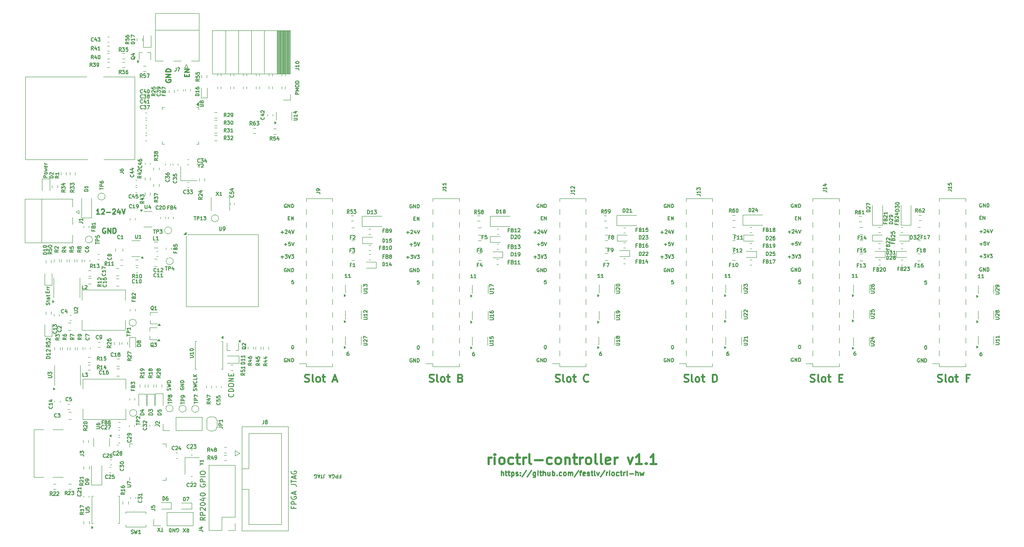
<source format=gto>
G04 #@! TF.GenerationSoftware,KiCad,Pcbnew,8.0.5*
G04 #@! TF.CreationDate,2024-09-22T17:43:37+03:00*
G04 #@! TF.ProjectId,rioctrl-controller,72696f63-7472-46c2-9d63-6f6e74726f6c,rev?*
G04 #@! TF.SameCoordinates,Original*
G04 #@! TF.FileFunction,Legend,Top*
G04 #@! TF.FilePolarity,Positive*
%FSLAX46Y46*%
G04 Gerber Fmt 4.6, Leading zero omitted, Abs format (unit mm)*
G04 Created by KiCad (PCBNEW 8.0.5) date 2024-09-22 17:43:37*
%MOMM*%
%LPD*%
G01*
G04 APERTURE LIST*
%ADD10C,0.175000*%
%ADD11C,0.300000*%
%ADD12C,0.150000*%
%ADD13C,0.250000*%
%ADD14C,0.200000*%
%ADD15C,0.400000*%
%ADD16C,0.120000*%
%ADD17C,0.100000*%
G04 APERTURE END LIST*
D10*
X157798465Y-88555233D02*
X157465131Y-88555233D01*
X157465131Y-88555233D02*
X157431798Y-88888566D01*
X157431798Y-88888566D02*
X157465131Y-88855233D01*
X157465131Y-88855233D02*
X157531798Y-88821900D01*
X157531798Y-88821900D02*
X157698465Y-88821900D01*
X157698465Y-88821900D02*
X157765131Y-88855233D01*
X157765131Y-88855233D02*
X157798465Y-88888566D01*
X157798465Y-88888566D02*
X157831798Y-88955233D01*
X157831798Y-88955233D02*
X157831798Y-89121900D01*
X157831798Y-89121900D02*
X157798465Y-89188566D01*
X157798465Y-89188566D02*
X157765131Y-89221900D01*
X157765131Y-89221900D02*
X157698465Y-89255233D01*
X157698465Y-89255233D02*
X157531798Y-89255233D01*
X157531798Y-89255233D02*
X157465131Y-89221900D01*
X157465131Y-89221900D02*
X157431798Y-89188566D01*
D11*
X110157143Y-108579400D02*
X110371429Y-108650828D01*
X110371429Y-108650828D02*
X110728571Y-108650828D01*
X110728571Y-108650828D02*
X110871429Y-108579400D01*
X110871429Y-108579400D02*
X110942857Y-108507971D01*
X110942857Y-108507971D02*
X111014286Y-108365114D01*
X111014286Y-108365114D02*
X111014286Y-108222257D01*
X111014286Y-108222257D02*
X110942857Y-108079400D01*
X110942857Y-108079400D02*
X110871429Y-108007971D01*
X110871429Y-108007971D02*
X110728571Y-107936542D01*
X110728571Y-107936542D02*
X110442857Y-107865114D01*
X110442857Y-107865114D02*
X110300000Y-107793685D01*
X110300000Y-107793685D02*
X110228571Y-107722257D01*
X110228571Y-107722257D02*
X110157143Y-107579400D01*
X110157143Y-107579400D02*
X110157143Y-107436542D01*
X110157143Y-107436542D02*
X110228571Y-107293685D01*
X110228571Y-107293685D02*
X110300000Y-107222257D01*
X110300000Y-107222257D02*
X110442857Y-107150828D01*
X110442857Y-107150828D02*
X110800000Y-107150828D01*
X110800000Y-107150828D02*
X111014286Y-107222257D01*
X111871428Y-108650828D02*
X111728571Y-108579400D01*
X111728571Y-108579400D02*
X111657142Y-108436542D01*
X111657142Y-108436542D02*
X111657142Y-107150828D01*
X112657142Y-108650828D02*
X112514285Y-108579400D01*
X112514285Y-108579400D02*
X112442856Y-108507971D01*
X112442856Y-108507971D02*
X112371428Y-108365114D01*
X112371428Y-108365114D02*
X112371428Y-107936542D01*
X112371428Y-107936542D02*
X112442856Y-107793685D01*
X112442856Y-107793685D02*
X112514285Y-107722257D01*
X112514285Y-107722257D02*
X112657142Y-107650828D01*
X112657142Y-107650828D02*
X112871428Y-107650828D01*
X112871428Y-107650828D02*
X113014285Y-107722257D01*
X113014285Y-107722257D02*
X113085714Y-107793685D01*
X113085714Y-107793685D02*
X113157142Y-107936542D01*
X113157142Y-107936542D02*
X113157142Y-108365114D01*
X113157142Y-108365114D02*
X113085714Y-108507971D01*
X113085714Y-108507971D02*
X113014285Y-108579400D01*
X113014285Y-108579400D02*
X112871428Y-108650828D01*
X112871428Y-108650828D02*
X112657142Y-108650828D01*
X113585714Y-107650828D02*
X114157142Y-107650828D01*
X113799999Y-107150828D02*
X113799999Y-108436542D01*
X113799999Y-108436542D02*
X113871428Y-108579400D01*
X113871428Y-108579400D02*
X114014285Y-108650828D01*
X114014285Y-108650828D02*
X114157142Y-108650828D01*
X115728571Y-108222257D02*
X116442857Y-108222257D01*
X115585714Y-108650828D02*
X116085714Y-107150828D01*
X116085714Y-107150828D02*
X116585714Y-108650828D01*
X235107143Y-108579400D02*
X235321429Y-108650828D01*
X235321429Y-108650828D02*
X235678571Y-108650828D01*
X235678571Y-108650828D02*
X235821429Y-108579400D01*
X235821429Y-108579400D02*
X235892857Y-108507971D01*
X235892857Y-108507971D02*
X235964286Y-108365114D01*
X235964286Y-108365114D02*
X235964286Y-108222257D01*
X235964286Y-108222257D02*
X235892857Y-108079400D01*
X235892857Y-108079400D02*
X235821429Y-108007971D01*
X235821429Y-108007971D02*
X235678571Y-107936542D01*
X235678571Y-107936542D02*
X235392857Y-107865114D01*
X235392857Y-107865114D02*
X235250000Y-107793685D01*
X235250000Y-107793685D02*
X235178571Y-107722257D01*
X235178571Y-107722257D02*
X235107143Y-107579400D01*
X235107143Y-107579400D02*
X235107143Y-107436542D01*
X235107143Y-107436542D02*
X235178571Y-107293685D01*
X235178571Y-107293685D02*
X235250000Y-107222257D01*
X235250000Y-107222257D02*
X235392857Y-107150828D01*
X235392857Y-107150828D02*
X235750000Y-107150828D01*
X235750000Y-107150828D02*
X235964286Y-107222257D01*
X236821428Y-108650828D02*
X236678571Y-108579400D01*
X236678571Y-108579400D02*
X236607142Y-108436542D01*
X236607142Y-108436542D02*
X236607142Y-107150828D01*
X237607142Y-108650828D02*
X237464285Y-108579400D01*
X237464285Y-108579400D02*
X237392856Y-108507971D01*
X237392856Y-108507971D02*
X237321428Y-108365114D01*
X237321428Y-108365114D02*
X237321428Y-107936542D01*
X237321428Y-107936542D02*
X237392856Y-107793685D01*
X237392856Y-107793685D02*
X237464285Y-107722257D01*
X237464285Y-107722257D02*
X237607142Y-107650828D01*
X237607142Y-107650828D02*
X237821428Y-107650828D01*
X237821428Y-107650828D02*
X237964285Y-107722257D01*
X237964285Y-107722257D02*
X238035714Y-107793685D01*
X238035714Y-107793685D02*
X238107142Y-107936542D01*
X238107142Y-107936542D02*
X238107142Y-108365114D01*
X238107142Y-108365114D02*
X238035714Y-108507971D01*
X238035714Y-108507971D02*
X237964285Y-108579400D01*
X237964285Y-108579400D02*
X237821428Y-108650828D01*
X237821428Y-108650828D02*
X237607142Y-108650828D01*
X238535714Y-107650828D02*
X239107142Y-107650828D01*
X238749999Y-107150828D02*
X238749999Y-108436542D01*
X238749999Y-108436542D02*
X238821428Y-108579400D01*
X238821428Y-108579400D02*
X238964285Y-108650828D01*
X238964285Y-108650828D02*
X239107142Y-108650828D01*
X241249999Y-107865114D02*
X240749999Y-107865114D01*
X240749999Y-108650828D02*
X240749999Y-107150828D01*
X240749999Y-107150828D02*
X241464285Y-107150828D01*
D10*
X218881797Y-102655233D02*
X218748464Y-102655233D01*
X218748464Y-102655233D02*
X218681797Y-102688566D01*
X218681797Y-102688566D02*
X218648464Y-102721900D01*
X218648464Y-102721900D02*
X218581797Y-102821900D01*
X218581797Y-102821900D02*
X218548464Y-102955233D01*
X218548464Y-102955233D02*
X218548464Y-103221900D01*
X218548464Y-103221900D02*
X218581797Y-103288566D01*
X218581797Y-103288566D02*
X218615131Y-103321900D01*
X218615131Y-103321900D02*
X218681797Y-103355233D01*
X218681797Y-103355233D02*
X218815131Y-103355233D01*
X218815131Y-103355233D02*
X218881797Y-103321900D01*
X218881797Y-103321900D02*
X218915131Y-103288566D01*
X218915131Y-103288566D02*
X218948464Y-103221900D01*
X218948464Y-103221900D02*
X218948464Y-103055233D01*
X218948464Y-103055233D02*
X218915131Y-102988566D01*
X218915131Y-102988566D02*
X218881797Y-102955233D01*
X218881797Y-102955233D02*
X218815131Y-102921900D01*
X218815131Y-102921900D02*
X218681797Y-102921900D01*
X218681797Y-102921900D02*
X218615131Y-102955233D01*
X218615131Y-102955233D02*
X218581797Y-102988566D01*
X218581797Y-102988566D02*
X218548464Y-103055233D01*
D11*
X134750000Y-108579400D02*
X134964286Y-108650828D01*
X134964286Y-108650828D02*
X135321428Y-108650828D01*
X135321428Y-108650828D02*
X135464286Y-108579400D01*
X135464286Y-108579400D02*
X135535714Y-108507971D01*
X135535714Y-108507971D02*
X135607143Y-108365114D01*
X135607143Y-108365114D02*
X135607143Y-108222257D01*
X135607143Y-108222257D02*
X135535714Y-108079400D01*
X135535714Y-108079400D02*
X135464286Y-108007971D01*
X135464286Y-108007971D02*
X135321428Y-107936542D01*
X135321428Y-107936542D02*
X135035714Y-107865114D01*
X135035714Y-107865114D02*
X134892857Y-107793685D01*
X134892857Y-107793685D02*
X134821428Y-107722257D01*
X134821428Y-107722257D02*
X134750000Y-107579400D01*
X134750000Y-107579400D02*
X134750000Y-107436542D01*
X134750000Y-107436542D02*
X134821428Y-107293685D01*
X134821428Y-107293685D02*
X134892857Y-107222257D01*
X134892857Y-107222257D02*
X135035714Y-107150828D01*
X135035714Y-107150828D02*
X135392857Y-107150828D01*
X135392857Y-107150828D02*
X135607143Y-107222257D01*
X136464285Y-108650828D02*
X136321428Y-108579400D01*
X136321428Y-108579400D02*
X136249999Y-108436542D01*
X136249999Y-108436542D02*
X136249999Y-107150828D01*
X137249999Y-108650828D02*
X137107142Y-108579400D01*
X137107142Y-108579400D02*
X137035713Y-108507971D01*
X137035713Y-108507971D02*
X136964285Y-108365114D01*
X136964285Y-108365114D02*
X136964285Y-107936542D01*
X136964285Y-107936542D02*
X137035713Y-107793685D01*
X137035713Y-107793685D02*
X137107142Y-107722257D01*
X137107142Y-107722257D02*
X137249999Y-107650828D01*
X137249999Y-107650828D02*
X137464285Y-107650828D01*
X137464285Y-107650828D02*
X137607142Y-107722257D01*
X137607142Y-107722257D02*
X137678571Y-107793685D01*
X137678571Y-107793685D02*
X137749999Y-107936542D01*
X137749999Y-107936542D02*
X137749999Y-108365114D01*
X137749999Y-108365114D02*
X137678571Y-108507971D01*
X137678571Y-108507971D02*
X137607142Y-108579400D01*
X137607142Y-108579400D02*
X137464285Y-108650828D01*
X137464285Y-108650828D02*
X137249999Y-108650828D01*
X138178571Y-107650828D02*
X138749999Y-107650828D01*
X138392856Y-107150828D02*
X138392856Y-108436542D01*
X138392856Y-108436542D02*
X138464285Y-108579400D01*
X138464285Y-108579400D02*
X138607142Y-108650828D01*
X138607142Y-108650828D02*
X138749999Y-108650828D01*
X140892856Y-107865114D02*
X141107142Y-107936542D01*
X141107142Y-107936542D02*
X141178571Y-108007971D01*
X141178571Y-108007971D02*
X141249999Y-108150828D01*
X141249999Y-108150828D02*
X141249999Y-108365114D01*
X141249999Y-108365114D02*
X141178571Y-108507971D01*
X141178571Y-108507971D02*
X141107142Y-108579400D01*
X141107142Y-108579400D02*
X140964285Y-108650828D01*
X140964285Y-108650828D02*
X140392856Y-108650828D01*
X140392856Y-108650828D02*
X140392856Y-107150828D01*
X140392856Y-107150828D02*
X140892856Y-107150828D01*
X140892856Y-107150828D02*
X141035714Y-107222257D01*
X141035714Y-107222257D02*
X141107142Y-107293685D01*
X141107142Y-107293685D02*
X141178571Y-107436542D01*
X141178571Y-107436542D02*
X141178571Y-107579400D01*
X141178571Y-107579400D02*
X141107142Y-107722257D01*
X141107142Y-107722257D02*
X141035714Y-107793685D01*
X141035714Y-107793685D02*
X140892856Y-107865114D01*
X140892856Y-107865114D02*
X140392856Y-107865114D01*
D12*
X108956533Y-51834649D02*
X108256533Y-51834649D01*
X108256533Y-51834649D02*
X108256533Y-51567982D01*
X108256533Y-51567982D02*
X108289866Y-51501316D01*
X108289866Y-51501316D02*
X108323200Y-51467982D01*
X108323200Y-51467982D02*
X108389866Y-51434649D01*
X108389866Y-51434649D02*
X108489866Y-51434649D01*
X108489866Y-51434649D02*
X108556533Y-51467982D01*
X108556533Y-51467982D02*
X108589866Y-51501316D01*
X108589866Y-51501316D02*
X108623200Y-51567982D01*
X108623200Y-51567982D02*
X108623200Y-51834649D01*
X108956533Y-51134649D02*
X108256533Y-51134649D01*
X108256533Y-51134649D02*
X108756533Y-50901316D01*
X108756533Y-50901316D02*
X108256533Y-50667982D01*
X108256533Y-50667982D02*
X108956533Y-50667982D01*
X108256533Y-50201316D02*
X108256533Y-50067982D01*
X108256533Y-50067982D02*
X108289866Y-50001316D01*
X108289866Y-50001316D02*
X108356533Y-49934649D01*
X108356533Y-49934649D02*
X108489866Y-49901316D01*
X108489866Y-49901316D02*
X108723200Y-49901316D01*
X108723200Y-49901316D02*
X108856533Y-49934649D01*
X108856533Y-49934649D02*
X108923200Y-50001316D01*
X108923200Y-50001316D02*
X108956533Y-50067982D01*
X108956533Y-50067982D02*
X108956533Y-50201316D01*
X108956533Y-50201316D02*
X108923200Y-50267982D01*
X108923200Y-50267982D02*
X108856533Y-50334649D01*
X108856533Y-50334649D02*
X108723200Y-50367982D01*
X108723200Y-50367982D02*
X108489866Y-50367982D01*
X108489866Y-50367982D02*
X108356533Y-50334649D01*
X108356533Y-50334649D02*
X108289866Y-50267982D01*
X108289866Y-50267982D02*
X108256533Y-50201316D01*
X108956533Y-49601316D02*
X108256533Y-49601316D01*
X108256533Y-49601316D02*
X108256533Y-49434649D01*
X108256533Y-49434649D02*
X108289866Y-49334649D01*
X108289866Y-49334649D02*
X108356533Y-49267983D01*
X108356533Y-49267983D02*
X108423200Y-49234649D01*
X108423200Y-49234649D02*
X108556533Y-49201316D01*
X108556533Y-49201316D02*
X108656533Y-49201316D01*
X108656533Y-49201316D02*
X108789866Y-49234649D01*
X108789866Y-49234649D02*
X108856533Y-49267983D01*
X108856533Y-49267983D02*
X108923200Y-49334649D01*
X108923200Y-49334649D02*
X108956533Y-49434649D01*
X108956533Y-49434649D02*
X108956533Y-49601316D01*
D10*
X182698465Y-101405233D02*
X182765131Y-101405233D01*
X182765131Y-101405233D02*
X182831798Y-101438566D01*
X182831798Y-101438566D02*
X182865131Y-101471900D01*
X182865131Y-101471900D02*
X182898465Y-101538566D01*
X182898465Y-101538566D02*
X182931798Y-101671900D01*
X182931798Y-101671900D02*
X182931798Y-101838566D01*
X182931798Y-101838566D02*
X182898465Y-101971900D01*
X182898465Y-101971900D02*
X182865131Y-102038566D01*
X182865131Y-102038566D02*
X182831798Y-102071900D01*
X182831798Y-102071900D02*
X182765131Y-102105233D01*
X182765131Y-102105233D02*
X182698465Y-102105233D01*
X182698465Y-102105233D02*
X182631798Y-102071900D01*
X182631798Y-102071900D02*
X182598465Y-102038566D01*
X182598465Y-102038566D02*
X182565131Y-101971900D01*
X182565131Y-101971900D02*
X182531798Y-101838566D01*
X182531798Y-101838566D02*
X182531798Y-101671900D01*
X182531798Y-101671900D02*
X182565131Y-101538566D01*
X182565131Y-101538566D02*
X182598465Y-101471900D01*
X182598465Y-101471900D02*
X182631798Y-101438566D01*
X182631798Y-101438566D02*
X182698465Y-101405233D01*
D12*
X82134649Y-138143466D02*
X81734649Y-138143466D01*
X81934649Y-137443466D02*
X81934649Y-138143466D01*
X81567983Y-138143466D02*
X81101316Y-137443466D01*
X81101316Y-138143466D02*
X81567983Y-137443466D01*
D10*
X206565132Y-103938566D02*
X206498465Y-103905233D01*
X206498465Y-103905233D02*
X206398465Y-103905233D01*
X206398465Y-103905233D02*
X206298465Y-103938566D01*
X206298465Y-103938566D02*
X206231799Y-104005233D01*
X206231799Y-104005233D02*
X206198465Y-104071900D01*
X206198465Y-104071900D02*
X206165132Y-104205233D01*
X206165132Y-104205233D02*
X206165132Y-104305233D01*
X206165132Y-104305233D02*
X206198465Y-104438566D01*
X206198465Y-104438566D02*
X206231799Y-104505233D01*
X206231799Y-104505233D02*
X206298465Y-104571900D01*
X206298465Y-104571900D02*
X206398465Y-104605233D01*
X206398465Y-104605233D02*
X206465132Y-104605233D01*
X206465132Y-104605233D02*
X206565132Y-104571900D01*
X206565132Y-104571900D02*
X206598465Y-104538566D01*
X206598465Y-104538566D02*
X206598465Y-104305233D01*
X206598465Y-104305233D02*
X206465132Y-104305233D01*
X206898465Y-104605233D02*
X206898465Y-103905233D01*
X206898465Y-103905233D02*
X207298465Y-104605233D01*
X207298465Y-104605233D02*
X207298465Y-103905233D01*
X207631798Y-104605233D02*
X207631798Y-103905233D01*
X207631798Y-103905233D02*
X207798465Y-103905233D01*
X207798465Y-103905233D02*
X207898465Y-103938566D01*
X207898465Y-103938566D02*
X207965132Y-104005233D01*
X207965132Y-104005233D02*
X207998465Y-104071900D01*
X207998465Y-104071900D02*
X208031798Y-104205233D01*
X208031798Y-104205233D02*
X208031798Y-104305233D01*
X208031798Y-104305233D02*
X207998465Y-104438566D01*
X207998465Y-104438566D02*
X207965132Y-104505233D01*
X207965132Y-104505233D02*
X207898465Y-104571900D01*
X207898465Y-104571900D02*
X207798465Y-104605233D01*
X207798465Y-104605233D02*
X207631798Y-104605233D01*
X107698465Y-101405233D02*
X107765131Y-101405233D01*
X107765131Y-101405233D02*
X107831798Y-101438566D01*
X107831798Y-101438566D02*
X107865131Y-101471900D01*
X107865131Y-101471900D02*
X107898465Y-101538566D01*
X107898465Y-101538566D02*
X107931798Y-101671900D01*
X107931798Y-101671900D02*
X107931798Y-101838566D01*
X107931798Y-101838566D02*
X107898465Y-101971900D01*
X107898465Y-101971900D02*
X107865131Y-102038566D01*
X107865131Y-102038566D02*
X107831798Y-102071900D01*
X107831798Y-102071900D02*
X107765131Y-102105233D01*
X107765131Y-102105233D02*
X107698465Y-102105233D01*
X107698465Y-102105233D02*
X107631798Y-102071900D01*
X107631798Y-102071900D02*
X107598465Y-102038566D01*
X107598465Y-102038566D02*
X107565131Y-101971900D01*
X107565131Y-101971900D02*
X107531798Y-101838566D01*
X107531798Y-101838566D02*
X107531798Y-101671900D01*
X107531798Y-101671900D02*
X107565131Y-101538566D01*
X107565131Y-101538566D02*
X107598465Y-101471900D01*
X107598465Y-101471900D02*
X107631798Y-101438566D01*
X107631798Y-101438566D02*
X107698465Y-101405233D01*
D13*
X69576377Y-75464619D02*
X69004949Y-75464619D01*
X69290663Y-75464619D02*
X69290663Y-74464619D01*
X69290663Y-74464619D02*
X69195425Y-74607476D01*
X69195425Y-74607476D02*
X69100187Y-74702714D01*
X69100187Y-74702714D02*
X69004949Y-74750333D01*
X69957330Y-74559857D02*
X70004949Y-74512238D01*
X70004949Y-74512238D02*
X70100187Y-74464619D01*
X70100187Y-74464619D02*
X70338282Y-74464619D01*
X70338282Y-74464619D02*
X70433520Y-74512238D01*
X70433520Y-74512238D02*
X70481139Y-74559857D01*
X70481139Y-74559857D02*
X70528758Y-74655095D01*
X70528758Y-74655095D02*
X70528758Y-74750333D01*
X70528758Y-74750333D02*
X70481139Y-74893190D01*
X70481139Y-74893190D02*
X69909711Y-75464619D01*
X69909711Y-75464619D02*
X70528758Y-75464619D01*
X70957330Y-75083666D02*
X71719235Y-75083666D01*
X72147806Y-74559857D02*
X72195425Y-74512238D01*
X72195425Y-74512238D02*
X72290663Y-74464619D01*
X72290663Y-74464619D02*
X72528758Y-74464619D01*
X72528758Y-74464619D02*
X72623996Y-74512238D01*
X72623996Y-74512238D02*
X72671615Y-74559857D01*
X72671615Y-74559857D02*
X72719234Y-74655095D01*
X72719234Y-74655095D02*
X72719234Y-74750333D01*
X72719234Y-74750333D02*
X72671615Y-74893190D01*
X72671615Y-74893190D02*
X72100187Y-75464619D01*
X72100187Y-75464619D02*
X72719234Y-75464619D01*
X73576377Y-74797952D02*
X73576377Y-75464619D01*
X73338282Y-74417000D02*
X73100187Y-75131285D01*
X73100187Y-75131285D02*
X73719234Y-75131285D01*
X73957330Y-74464619D02*
X74290663Y-75464619D01*
X74290663Y-75464619D02*
X74623996Y-74464619D01*
D12*
X117001316Y-127260133D02*
X117234649Y-127260133D01*
X117234649Y-126893466D02*
X117234649Y-127593466D01*
X117234649Y-127593466D02*
X116901316Y-127593466D01*
X116634649Y-126893466D02*
X116634649Y-127593466D01*
X116634649Y-127593466D02*
X116367982Y-127593466D01*
X116367982Y-127593466D02*
X116301316Y-127560133D01*
X116301316Y-127560133D02*
X116267982Y-127526800D01*
X116267982Y-127526800D02*
X116234649Y-127460133D01*
X116234649Y-127460133D02*
X116234649Y-127360133D01*
X116234649Y-127360133D02*
X116267982Y-127293466D01*
X116267982Y-127293466D02*
X116301316Y-127260133D01*
X116301316Y-127260133D02*
X116367982Y-127226800D01*
X116367982Y-127226800D02*
X116634649Y-127226800D01*
X115567982Y-127560133D02*
X115634649Y-127593466D01*
X115634649Y-127593466D02*
X115734649Y-127593466D01*
X115734649Y-127593466D02*
X115834649Y-127560133D01*
X115834649Y-127560133D02*
X115901316Y-127493466D01*
X115901316Y-127493466D02*
X115934649Y-127426800D01*
X115934649Y-127426800D02*
X115967982Y-127293466D01*
X115967982Y-127293466D02*
X115967982Y-127193466D01*
X115967982Y-127193466D02*
X115934649Y-127060133D01*
X115934649Y-127060133D02*
X115901316Y-126993466D01*
X115901316Y-126993466D02*
X115834649Y-126926800D01*
X115834649Y-126926800D02*
X115734649Y-126893466D01*
X115734649Y-126893466D02*
X115667982Y-126893466D01*
X115667982Y-126893466D02*
X115567982Y-126926800D01*
X115567982Y-126926800D02*
X115534649Y-126960133D01*
X115534649Y-126960133D02*
X115534649Y-127193466D01*
X115534649Y-127193466D02*
X115667982Y-127193466D01*
X115267982Y-127093466D02*
X114934649Y-127093466D01*
X115334649Y-126893466D02*
X115101316Y-127593466D01*
X115101316Y-127593466D02*
X114867982Y-126893466D01*
X113901316Y-127593466D02*
X113901316Y-127093466D01*
X113901316Y-127093466D02*
X113934649Y-126993466D01*
X113934649Y-126993466D02*
X114001316Y-126926800D01*
X114001316Y-126926800D02*
X114101316Y-126893466D01*
X114101316Y-126893466D02*
X114167983Y-126893466D01*
X113667983Y-127593466D02*
X113267983Y-127593466D01*
X113467983Y-126893466D02*
X113467983Y-127593466D01*
X113067983Y-127093466D02*
X112734650Y-127093466D01*
X113134650Y-126893466D02*
X112901317Y-127593466D01*
X112901317Y-127593466D02*
X112667983Y-126893466D01*
X112067983Y-127560133D02*
X112134650Y-127593466D01*
X112134650Y-127593466D02*
X112234650Y-127593466D01*
X112234650Y-127593466D02*
X112334650Y-127560133D01*
X112334650Y-127560133D02*
X112401317Y-127493466D01*
X112401317Y-127493466D02*
X112434650Y-127426800D01*
X112434650Y-127426800D02*
X112467983Y-127293466D01*
X112467983Y-127293466D02*
X112467983Y-127193466D01*
X112467983Y-127193466D02*
X112434650Y-127060133D01*
X112434650Y-127060133D02*
X112401317Y-126993466D01*
X112401317Y-126993466D02*
X112334650Y-126926800D01*
X112334650Y-126926800D02*
X112234650Y-126893466D01*
X112234650Y-126893466D02*
X112167983Y-126893466D01*
X112167983Y-126893466D02*
X112067983Y-126926800D01*
X112067983Y-126926800D02*
X112034650Y-126960133D01*
X112034650Y-126960133D02*
X112034650Y-127193466D01*
X112034650Y-127193466D02*
X112167983Y-127193466D01*
D10*
X243498464Y-88055233D02*
X243098464Y-88055233D01*
X243298464Y-88055233D02*
X243298464Y-87355233D01*
X243298464Y-87355233D02*
X243231797Y-87455233D01*
X243231797Y-87455233D02*
X243165131Y-87521900D01*
X243165131Y-87521900D02*
X243098464Y-87555233D01*
X244165131Y-88055233D02*
X243765131Y-88055233D01*
X243965131Y-88055233D02*
X243965131Y-87355233D01*
X243965131Y-87355233D02*
X243898464Y-87455233D01*
X243898464Y-87455233D02*
X243831798Y-87521900D01*
X243831798Y-87521900D02*
X243765131Y-87555233D01*
X193781797Y-102705233D02*
X193648464Y-102705233D01*
X193648464Y-102705233D02*
X193581797Y-102738566D01*
X193581797Y-102738566D02*
X193548464Y-102771900D01*
X193548464Y-102771900D02*
X193481797Y-102871900D01*
X193481797Y-102871900D02*
X193448464Y-103005233D01*
X193448464Y-103005233D02*
X193448464Y-103271900D01*
X193448464Y-103271900D02*
X193481797Y-103338566D01*
X193481797Y-103338566D02*
X193515131Y-103371900D01*
X193515131Y-103371900D02*
X193581797Y-103405233D01*
X193581797Y-103405233D02*
X193715131Y-103405233D01*
X193715131Y-103405233D02*
X193781797Y-103371900D01*
X193781797Y-103371900D02*
X193815131Y-103338566D01*
X193815131Y-103338566D02*
X193848464Y-103271900D01*
X193848464Y-103271900D02*
X193848464Y-103105233D01*
X193848464Y-103105233D02*
X193815131Y-103038566D01*
X193815131Y-103038566D02*
X193781797Y-103005233D01*
X193781797Y-103005233D02*
X193715131Y-102971900D01*
X193715131Y-102971900D02*
X193581797Y-102971900D01*
X193581797Y-102971900D02*
X193515131Y-103005233D01*
X193515131Y-103005233D02*
X193481797Y-103038566D01*
X193481797Y-103038566D02*
X193448464Y-103105233D01*
X155331797Y-79038566D02*
X155865131Y-79038566D01*
X155598464Y-79305233D02*
X155598464Y-78771900D01*
X156165131Y-78671900D02*
X156198464Y-78638566D01*
X156198464Y-78638566D02*
X156265131Y-78605233D01*
X156265131Y-78605233D02*
X156431798Y-78605233D01*
X156431798Y-78605233D02*
X156498464Y-78638566D01*
X156498464Y-78638566D02*
X156531798Y-78671900D01*
X156531798Y-78671900D02*
X156565131Y-78738566D01*
X156565131Y-78738566D02*
X156565131Y-78805233D01*
X156565131Y-78805233D02*
X156531798Y-78905233D01*
X156531798Y-78905233D02*
X156131798Y-79305233D01*
X156131798Y-79305233D02*
X156565131Y-79305233D01*
X157165131Y-78838566D02*
X157165131Y-79305233D01*
X156998465Y-78571900D02*
X156831798Y-79071900D01*
X156831798Y-79071900D02*
X157265131Y-79071900D01*
X157431798Y-78605233D02*
X157665132Y-79305233D01*
X157665132Y-79305233D02*
X157898465Y-78605233D01*
X181098464Y-81438566D02*
X181631798Y-81438566D01*
X181365131Y-81705233D02*
X181365131Y-81171900D01*
X182298465Y-81005233D02*
X181965131Y-81005233D01*
X181965131Y-81005233D02*
X181931798Y-81338566D01*
X181931798Y-81338566D02*
X181965131Y-81305233D01*
X181965131Y-81305233D02*
X182031798Y-81271900D01*
X182031798Y-81271900D02*
X182198465Y-81271900D01*
X182198465Y-81271900D02*
X182265131Y-81305233D01*
X182265131Y-81305233D02*
X182298465Y-81338566D01*
X182298465Y-81338566D02*
X182331798Y-81405233D01*
X182331798Y-81405233D02*
X182331798Y-81571900D01*
X182331798Y-81571900D02*
X182298465Y-81638566D01*
X182298465Y-81638566D02*
X182265131Y-81671900D01*
X182265131Y-81671900D02*
X182198465Y-81705233D01*
X182198465Y-81705233D02*
X182031798Y-81705233D01*
X182031798Y-81705233D02*
X181965131Y-81671900D01*
X181965131Y-81671900D02*
X181931798Y-81638566D01*
X182531798Y-81005233D02*
X182765132Y-81705233D01*
X182765132Y-81705233D02*
X182998465Y-81005233D01*
X206965132Y-76238566D02*
X207198466Y-76238566D01*
X207298466Y-76605233D02*
X206965132Y-76605233D01*
X206965132Y-76605233D02*
X206965132Y-75905233D01*
X206965132Y-75905233D02*
X207298466Y-75905233D01*
X207598465Y-76605233D02*
X207598465Y-75905233D01*
X207598465Y-75905233D02*
X207998465Y-76605233D01*
X207998465Y-76605233D02*
X207998465Y-75905233D01*
D12*
X86834649Y-137543466D02*
X87067982Y-137876800D01*
X87234649Y-137543466D02*
X87234649Y-138243466D01*
X87234649Y-138243466D02*
X86967982Y-138243466D01*
X86967982Y-138243466D02*
X86901316Y-138210133D01*
X86901316Y-138210133D02*
X86867982Y-138176800D01*
X86867982Y-138176800D02*
X86834649Y-138110133D01*
X86834649Y-138110133D02*
X86834649Y-138010133D01*
X86834649Y-138010133D02*
X86867982Y-137943466D01*
X86867982Y-137943466D02*
X86901316Y-137910133D01*
X86901316Y-137910133D02*
X86967982Y-137876800D01*
X86967982Y-137876800D02*
X87234649Y-137876800D01*
X86601316Y-138243466D02*
X86134649Y-137543466D01*
X86134649Y-138243466D02*
X86601316Y-137543466D01*
D10*
X206565132Y-86138566D02*
X206498465Y-86105233D01*
X206498465Y-86105233D02*
X206398465Y-86105233D01*
X206398465Y-86105233D02*
X206298465Y-86138566D01*
X206298465Y-86138566D02*
X206231799Y-86205233D01*
X206231799Y-86205233D02*
X206198465Y-86271900D01*
X206198465Y-86271900D02*
X206165132Y-86405233D01*
X206165132Y-86405233D02*
X206165132Y-86505233D01*
X206165132Y-86505233D02*
X206198465Y-86638566D01*
X206198465Y-86638566D02*
X206231799Y-86705233D01*
X206231799Y-86705233D02*
X206298465Y-86771900D01*
X206298465Y-86771900D02*
X206398465Y-86805233D01*
X206398465Y-86805233D02*
X206465132Y-86805233D01*
X206465132Y-86805233D02*
X206565132Y-86771900D01*
X206565132Y-86771900D02*
X206598465Y-86738566D01*
X206598465Y-86738566D02*
X206598465Y-86505233D01*
X206598465Y-86505233D02*
X206465132Y-86505233D01*
X206898465Y-86805233D02*
X206898465Y-86105233D01*
X206898465Y-86105233D02*
X207298465Y-86805233D01*
X207298465Y-86805233D02*
X207298465Y-86105233D01*
X207631798Y-86805233D02*
X207631798Y-86105233D01*
X207631798Y-86105233D02*
X207798465Y-86105233D01*
X207798465Y-86105233D02*
X207898465Y-86138566D01*
X207898465Y-86138566D02*
X207965132Y-86205233D01*
X207965132Y-86205233D02*
X207998465Y-86271900D01*
X207998465Y-86271900D02*
X208031798Y-86405233D01*
X208031798Y-86405233D02*
X208031798Y-86505233D01*
X208031798Y-86505233D02*
X207998465Y-86638566D01*
X207998465Y-86638566D02*
X207965132Y-86705233D01*
X207965132Y-86705233D02*
X207898465Y-86771900D01*
X207898465Y-86771900D02*
X207798465Y-86805233D01*
X207798465Y-86805233D02*
X207631798Y-86805233D01*
X218598464Y-87955233D02*
X218198464Y-87955233D01*
X218398464Y-87955233D02*
X218398464Y-87255233D01*
X218398464Y-87255233D02*
X218331797Y-87355233D01*
X218331797Y-87355233D02*
X218265131Y-87421900D01*
X218265131Y-87421900D02*
X218198464Y-87455233D01*
X219265131Y-87955233D02*
X218865131Y-87955233D01*
X219065131Y-87955233D02*
X219065131Y-87255233D01*
X219065131Y-87255233D02*
X218998464Y-87355233D01*
X218998464Y-87355233D02*
X218931798Y-87421900D01*
X218931798Y-87421900D02*
X218865131Y-87455233D01*
X156365132Y-73538566D02*
X156298465Y-73505233D01*
X156298465Y-73505233D02*
X156198465Y-73505233D01*
X156198465Y-73505233D02*
X156098465Y-73538566D01*
X156098465Y-73538566D02*
X156031799Y-73605233D01*
X156031799Y-73605233D02*
X155998465Y-73671900D01*
X155998465Y-73671900D02*
X155965132Y-73805233D01*
X155965132Y-73805233D02*
X155965132Y-73905233D01*
X155965132Y-73905233D02*
X155998465Y-74038566D01*
X155998465Y-74038566D02*
X156031799Y-74105233D01*
X156031799Y-74105233D02*
X156098465Y-74171900D01*
X156098465Y-74171900D02*
X156198465Y-74205233D01*
X156198465Y-74205233D02*
X156265132Y-74205233D01*
X156265132Y-74205233D02*
X156365132Y-74171900D01*
X156365132Y-74171900D02*
X156398465Y-74138566D01*
X156398465Y-74138566D02*
X156398465Y-73905233D01*
X156398465Y-73905233D02*
X156265132Y-73905233D01*
X156698465Y-74205233D02*
X156698465Y-73505233D01*
X156698465Y-73505233D02*
X157098465Y-74205233D01*
X157098465Y-74205233D02*
X157098465Y-73505233D01*
X157431798Y-74205233D02*
X157431798Y-73505233D01*
X157431798Y-73505233D02*
X157598465Y-73505233D01*
X157598465Y-73505233D02*
X157698465Y-73538566D01*
X157698465Y-73538566D02*
X157765132Y-73605233D01*
X157765132Y-73605233D02*
X157798465Y-73671900D01*
X157798465Y-73671900D02*
X157831798Y-73805233D01*
X157831798Y-73805233D02*
X157831798Y-73905233D01*
X157831798Y-73905233D02*
X157798465Y-74038566D01*
X157798465Y-74038566D02*
X157765132Y-74105233D01*
X157765132Y-74105233D02*
X157698465Y-74171900D01*
X157698465Y-74171900D02*
X157598465Y-74205233D01*
X157598465Y-74205233D02*
X157431798Y-74205233D01*
D12*
X85589866Y-109767982D02*
X85556533Y-109834649D01*
X85556533Y-109834649D02*
X85556533Y-109934649D01*
X85556533Y-109934649D02*
X85589866Y-110034649D01*
X85589866Y-110034649D02*
X85656533Y-110101316D01*
X85656533Y-110101316D02*
X85723200Y-110134649D01*
X85723200Y-110134649D02*
X85856533Y-110167982D01*
X85856533Y-110167982D02*
X85956533Y-110167982D01*
X85956533Y-110167982D02*
X86089866Y-110134649D01*
X86089866Y-110134649D02*
X86156533Y-110101316D01*
X86156533Y-110101316D02*
X86223200Y-110034649D01*
X86223200Y-110034649D02*
X86256533Y-109934649D01*
X86256533Y-109934649D02*
X86256533Y-109867982D01*
X86256533Y-109867982D02*
X86223200Y-109767982D01*
X86223200Y-109767982D02*
X86189866Y-109734649D01*
X86189866Y-109734649D02*
X85956533Y-109734649D01*
X85956533Y-109734649D02*
X85956533Y-109867982D01*
X86256533Y-109434649D02*
X85556533Y-109434649D01*
X85556533Y-109434649D02*
X86256533Y-109034649D01*
X86256533Y-109034649D02*
X85556533Y-109034649D01*
X86256533Y-108701316D02*
X85556533Y-108701316D01*
X85556533Y-108701316D02*
X85556533Y-108534649D01*
X85556533Y-108534649D02*
X85589866Y-108434649D01*
X85589866Y-108434649D02*
X85656533Y-108367983D01*
X85656533Y-108367983D02*
X85723200Y-108334649D01*
X85723200Y-108334649D02*
X85856533Y-108301316D01*
X85856533Y-108301316D02*
X85956533Y-108301316D01*
X85956533Y-108301316D02*
X86089866Y-108334649D01*
X86089866Y-108334649D02*
X86156533Y-108367983D01*
X86156533Y-108367983D02*
X86223200Y-108434649D01*
X86223200Y-108434649D02*
X86256533Y-108534649D01*
X86256533Y-108534649D02*
X86256533Y-108701316D01*
D10*
X157598465Y-101405233D02*
X157665131Y-101405233D01*
X157665131Y-101405233D02*
X157731798Y-101438566D01*
X157731798Y-101438566D02*
X157765131Y-101471900D01*
X157765131Y-101471900D02*
X157798465Y-101538566D01*
X157798465Y-101538566D02*
X157831798Y-101671900D01*
X157831798Y-101671900D02*
X157831798Y-101838566D01*
X157831798Y-101838566D02*
X157798465Y-101971900D01*
X157798465Y-101971900D02*
X157765131Y-102038566D01*
X157765131Y-102038566D02*
X157731798Y-102071900D01*
X157731798Y-102071900D02*
X157665131Y-102105233D01*
X157665131Y-102105233D02*
X157598465Y-102105233D01*
X157598465Y-102105233D02*
X157531798Y-102071900D01*
X157531798Y-102071900D02*
X157498465Y-102038566D01*
X157498465Y-102038566D02*
X157465131Y-101971900D01*
X157465131Y-101971900D02*
X157431798Y-101838566D01*
X157431798Y-101838566D02*
X157431798Y-101671900D01*
X157431798Y-101671900D02*
X157465131Y-101538566D01*
X157465131Y-101538566D02*
X157498465Y-101471900D01*
X157498465Y-101471900D02*
X157531798Y-101438566D01*
X157531798Y-101438566D02*
X157598465Y-101405233D01*
X130231797Y-83988566D02*
X130765131Y-83988566D01*
X130498464Y-84255233D02*
X130498464Y-83721900D01*
X131031798Y-83555233D02*
X131465131Y-83555233D01*
X131465131Y-83555233D02*
X131231798Y-83821900D01*
X131231798Y-83821900D02*
X131331798Y-83821900D01*
X131331798Y-83821900D02*
X131398464Y-83855233D01*
X131398464Y-83855233D02*
X131431798Y-83888566D01*
X131431798Y-83888566D02*
X131465131Y-83955233D01*
X131465131Y-83955233D02*
X131465131Y-84121900D01*
X131465131Y-84121900D02*
X131431798Y-84188566D01*
X131431798Y-84188566D02*
X131398464Y-84221900D01*
X131398464Y-84221900D02*
X131331798Y-84255233D01*
X131331798Y-84255233D02*
X131131798Y-84255233D01*
X131131798Y-84255233D02*
X131065131Y-84221900D01*
X131065131Y-84221900D02*
X131031798Y-84188566D01*
X131665131Y-83555233D02*
X131898465Y-84255233D01*
X131898465Y-84255233D02*
X132131798Y-83555233D01*
X132298465Y-83555233D02*
X132731798Y-83555233D01*
X132731798Y-83555233D02*
X132498465Y-83821900D01*
X132498465Y-83821900D02*
X132598465Y-83821900D01*
X132598465Y-83821900D02*
X132665131Y-83855233D01*
X132665131Y-83855233D02*
X132698465Y-83888566D01*
X132698465Y-83888566D02*
X132731798Y-83955233D01*
X132731798Y-83955233D02*
X132731798Y-84121900D01*
X132731798Y-84121900D02*
X132698465Y-84188566D01*
X132698465Y-84188566D02*
X132665131Y-84221900D01*
X132665131Y-84221900D02*
X132598465Y-84255233D01*
X132598465Y-84255233D02*
X132398465Y-84255233D01*
X132398465Y-84255233D02*
X132331798Y-84221900D01*
X132331798Y-84221900D02*
X132298465Y-84188566D01*
D14*
X107943409Y-133296993D02*
X107943409Y-133630326D01*
X108467219Y-133630326D02*
X107467219Y-133630326D01*
X107467219Y-133630326D02*
X107467219Y-133154136D01*
X108467219Y-132773183D02*
X107467219Y-132773183D01*
X107467219Y-132773183D02*
X107467219Y-132392231D01*
X107467219Y-132392231D02*
X107514838Y-132296993D01*
X107514838Y-132296993D02*
X107562457Y-132249374D01*
X107562457Y-132249374D02*
X107657695Y-132201755D01*
X107657695Y-132201755D02*
X107800552Y-132201755D01*
X107800552Y-132201755D02*
X107895790Y-132249374D01*
X107895790Y-132249374D02*
X107943409Y-132296993D01*
X107943409Y-132296993D02*
X107991028Y-132392231D01*
X107991028Y-132392231D02*
X107991028Y-132773183D01*
X107514838Y-131249374D02*
X107467219Y-131344612D01*
X107467219Y-131344612D02*
X107467219Y-131487469D01*
X107467219Y-131487469D02*
X107514838Y-131630326D01*
X107514838Y-131630326D02*
X107610076Y-131725564D01*
X107610076Y-131725564D02*
X107705314Y-131773183D01*
X107705314Y-131773183D02*
X107895790Y-131820802D01*
X107895790Y-131820802D02*
X108038647Y-131820802D01*
X108038647Y-131820802D02*
X108229123Y-131773183D01*
X108229123Y-131773183D02*
X108324361Y-131725564D01*
X108324361Y-131725564D02*
X108419600Y-131630326D01*
X108419600Y-131630326D02*
X108467219Y-131487469D01*
X108467219Y-131487469D02*
X108467219Y-131392231D01*
X108467219Y-131392231D02*
X108419600Y-131249374D01*
X108419600Y-131249374D02*
X108371980Y-131201755D01*
X108371980Y-131201755D02*
X108038647Y-131201755D01*
X108038647Y-131201755D02*
X108038647Y-131392231D01*
X108181504Y-130820802D02*
X108181504Y-130344612D01*
X108467219Y-130916040D02*
X107467219Y-130582707D01*
X107467219Y-130582707D02*
X108467219Y-130249374D01*
X107467219Y-128868421D02*
X108181504Y-128868421D01*
X108181504Y-128868421D02*
X108324361Y-128916040D01*
X108324361Y-128916040D02*
X108419600Y-129011278D01*
X108419600Y-129011278D02*
X108467219Y-129154135D01*
X108467219Y-129154135D02*
X108467219Y-129249373D01*
X107467219Y-128535087D02*
X107467219Y-127963659D01*
X108467219Y-128249373D02*
X107467219Y-128249373D01*
X108181504Y-127677944D02*
X108181504Y-127201754D01*
X108467219Y-127773182D02*
X107467219Y-127439849D01*
X107467219Y-127439849D02*
X108467219Y-127106516D01*
X107514838Y-126249373D02*
X107467219Y-126344611D01*
X107467219Y-126344611D02*
X107467219Y-126487468D01*
X107467219Y-126487468D02*
X107514838Y-126630325D01*
X107514838Y-126630325D02*
X107610076Y-126725563D01*
X107610076Y-126725563D02*
X107705314Y-126773182D01*
X107705314Y-126773182D02*
X107895790Y-126820801D01*
X107895790Y-126820801D02*
X108038647Y-126820801D01*
X108038647Y-126820801D02*
X108229123Y-126773182D01*
X108229123Y-126773182D02*
X108324361Y-126725563D01*
X108324361Y-126725563D02*
X108419600Y-126630325D01*
X108419600Y-126630325D02*
X108467219Y-126487468D01*
X108467219Y-126487468D02*
X108467219Y-126392230D01*
X108467219Y-126392230D02*
X108419600Y-126249373D01*
X108419600Y-126249373D02*
X108371980Y-126201754D01*
X108371980Y-126201754D02*
X108038647Y-126201754D01*
X108038647Y-126201754D02*
X108038647Y-126392230D01*
D10*
X131665132Y-76338566D02*
X131898466Y-76338566D01*
X131998466Y-76705233D02*
X131665132Y-76705233D01*
X131665132Y-76705233D02*
X131665132Y-76005233D01*
X131665132Y-76005233D02*
X131998466Y-76005233D01*
X132298465Y-76705233D02*
X132298465Y-76005233D01*
X132298465Y-76005233D02*
X132698465Y-76705233D01*
X132698465Y-76705233D02*
X132698465Y-76005233D01*
X118781797Y-102705233D02*
X118648464Y-102705233D01*
X118648464Y-102705233D02*
X118581797Y-102738566D01*
X118581797Y-102738566D02*
X118548464Y-102771900D01*
X118548464Y-102771900D02*
X118481797Y-102871900D01*
X118481797Y-102871900D02*
X118448464Y-103005233D01*
X118448464Y-103005233D02*
X118448464Y-103271900D01*
X118448464Y-103271900D02*
X118481797Y-103338566D01*
X118481797Y-103338566D02*
X118515131Y-103371900D01*
X118515131Y-103371900D02*
X118581797Y-103405233D01*
X118581797Y-103405233D02*
X118715131Y-103405233D01*
X118715131Y-103405233D02*
X118781797Y-103371900D01*
X118781797Y-103371900D02*
X118815131Y-103338566D01*
X118815131Y-103338566D02*
X118848464Y-103271900D01*
X118848464Y-103271900D02*
X118848464Y-103105233D01*
X118848464Y-103105233D02*
X118815131Y-103038566D01*
X118815131Y-103038566D02*
X118781797Y-103005233D01*
X118781797Y-103005233D02*
X118715131Y-102971900D01*
X118715131Y-102971900D02*
X118581797Y-102971900D01*
X118581797Y-102971900D02*
X118515131Y-103005233D01*
X118515131Y-103005233D02*
X118481797Y-103038566D01*
X118481797Y-103038566D02*
X118448464Y-103105233D01*
X206198464Y-81388566D02*
X206731798Y-81388566D01*
X206465131Y-81655233D02*
X206465131Y-81121900D01*
X207398465Y-80955233D02*
X207065131Y-80955233D01*
X207065131Y-80955233D02*
X207031798Y-81288566D01*
X207031798Y-81288566D02*
X207065131Y-81255233D01*
X207065131Y-81255233D02*
X207131798Y-81221900D01*
X207131798Y-81221900D02*
X207298465Y-81221900D01*
X207298465Y-81221900D02*
X207365131Y-81255233D01*
X207365131Y-81255233D02*
X207398465Y-81288566D01*
X207398465Y-81288566D02*
X207431798Y-81355233D01*
X207431798Y-81355233D02*
X207431798Y-81521900D01*
X207431798Y-81521900D02*
X207398465Y-81588566D01*
X207398465Y-81588566D02*
X207365131Y-81621900D01*
X207365131Y-81621900D02*
X207298465Y-81655233D01*
X207298465Y-81655233D02*
X207131798Y-81655233D01*
X207131798Y-81655233D02*
X207065131Y-81621900D01*
X207065131Y-81621900D02*
X207031798Y-81588566D01*
X207631798Y-80955233D02*
X207865132Y-81655233D01*
X207865132Y-81655233D02*
X208098465Y-80955233D01*
X105431797Y-83938566D02*
X105965131Y-83938566D01*
X105698464Y-84205233D02*
X105698464Y-83671900D01*
X106231798Y-83505233D02*
X106665131Y-83505233D01*
X106665131Y-83505233D02*
X106431798Y-83771900D01*
X106431798Y-83771900D02*
X106531798Y-83771900D01*
X106531798Y-83771900D02*
X106598464Y-83805233D01*
X106598464Y-83805233D02*
X106631798Y-83838566D01*
X106631798Y-83838566D02*
X106665131Y-83905233D01*
X106665131Y-83905233D02*
X106665131Y-84071900D01*
X106665131Y-84071900D02*
X106631798Y-84138566D01*
X106631798Y-84138566D02*
X106598464Y-84171900D01*
X106598464Y-84171900D02*
X106531798Y-84205233D01*
X106531798Y-84205233D02*
X106331798Y-84205233D01*
X106331798Y-84205233D02*
X106265131Y-84171900D01*
X106265131Y-84171900D02*
X106231798Y-84138566D01*
X106865131Y-83505233D02*
X107098465Y-84205233D01*
X107098465Y-84205233D02*
X107331798Y-83505233D01*
X107498465Y-83505233D02*
X107931798Y-83505233D01*
X107931798Y-83505233D02*
X107698465Y-83771900D01*
X107698465Y-83771900D02*
X107798465Y-83771900D01*
X107798465Y-83771900D02*
X107865131Y-83805233D01*
X107865131Y-83805233D02*
X107898465Y-83838566D01*
X107898465Y-83838566D02*
X107931798Y-83905233D01*
X107931798Y-83905233D02*
X107931798Y-84071900D01*
X107931798Y-84071900D02*
X107898465Y-84138566D01*
X107898465Y-84138566D02*
X107865131Y-84171900D01*
X107865131Y-84171900D02*
X107798465Y-84205233D01*
X107798465Y-84205233D02*
X107598465Y-84205233D01*
X107598465Y-84205233D02*
X107531798Y-84171900D01*
X107531798Y-84171900D02*
X107498465Y-84138566D01*
D13*
X82712238Y-48873622D02*
X82664619Y-48968860D01*
X82664619Y-48968860D02*
X82664619Y-49111717D01*
X82664619Y-49111717D02*
X82712238Y-49254574D01*
X82712238Y-49254574D02*
X82807476Y-49349812D01*
X82807476Y-49349812D02*
X82902714Y-49397431D01*
X82902714Y-49397431D02*
X83093190Y-49445050D01*
X83093190Y-49445050D02*
X83236047Y-49445050D01*
X83236047Y-49445050D02*
X83426523Y-49397431D01*
X83426523Y-49397431D02*
X83521761Y-49349812D01*
X83521761Y-49349812D02*
X83617000Y-49254574D01*
X83617000Y-49254574D02*
X83664619Y-49111717D01*
X83664619Y-49111717D02*
X83664619Y-49016479D01*
X83664619Y-49016479D02*
X83617000Y-48873622D01*
X83617000Y-48873622D02*
X83569380Y-48826003D01*
X83569380Y-48826003D02*
X83236047Y-48826003D01*
X83236047Y-48826003D02*
X83236047Y-49016479D01*
X83664619Y-48397431D02*
X82664619Y-48397431D01*
X82664619Y-48397431D02*
X83664619Y-47826003D01*
X83664619Y-47826003D02*
X82664619Y-47826003D01*
X83664619Y-47349812D02*
X82664619Y-47349812D01*
X82664619Y-47349812D02*
X82664619Y-47111717D01*
X82664619Y-47111717D02*
X82712238Y-46968860D01*
X82712238Y-46968860D02*
X82807476Y-46873622D01*
X82807476Y-46873622D02*
X82902714Y-46826003D01*
X82902714Y-46826003D02*
X83093190Y-46778384D01*
X83093190Y-46778384D02*
X83236047Y-46778384D01*
X83236047Y-46778384D02*
X83426523Y-46826003D01*
X83426523Y-46826003D02*
X83521761Y-46873622D01*
X83521761Y-46873622D02*
X83617000Y-46968860D01*
X83617000Y-46968860D02*
X83664619Y-47111717D01*
X83664619Y-47111717D02*
X83664619Y-47349812D01*
D10*
X243381797Y-76188566D02*
X243615131Y-76188566D01*
X243715131Y-76555233D02*
X243381797Y-76555233D01*
X243381797Y-76555233D02*
X243381797Y-75855233D01*
X243381797Y-75855233D02*
X243715131Y-75855233D01*
X244015130Y-76555233D02*
X244015130Y-75855233D01*
X244015130Y-75855233D02*
X244415130Y-76555233D01*
X244415130Y-76555233D02*
X244415130Y-75855233D01*
X243748464Y-73438566D02*
X243681797Y-73405233D01*
X243681797Y-73405233D02*
X243581797Y-73405233D01*
X243581797Y-73405233D02*
X243481797Y-73438566D01*
X243481797Y-73438566D02*
X243415131Y-73505233D01*
X243415131Y-73505233D02*
X243381797Y-73571900D01*
X243381797Y-73571900D02*
X243348464Y-73705233D01*
X243348464Y-73705233D02*
X243348464Y-73805233D01*
X243348464Y-73805233D02*
X243381797Y-73938566D01*
X243381797Y-73938566D02*
X243415131Y-74005233D01*
X243415131Y-74005233D02*
X243481797Y-74071900D01*
X243481797Y-74071900D02*
X243581797Y-74105233D01*
X243581797Y-74105233D02*
X243648464Y-74105233D01*
X243648464Y-74105233D02*
X243748464Y-74071900D01*
X243748464Y-74071900D02*
X243781797Y-74038566D01*
X243781797Y-74038566D02*
X243781797Y-73805233D01*
X243781797Y-73805233D02*
X243648464Y-73805233D01*
X244081797Y-74105233D02*
X244081797Y-73405233D01*
X244081797Y-73405233D02*
X244481797Y-74105233D01*
X244481797Y-74105233D02*
X244481797Y-73405233D01*
X244815130Y-74105233D02*
X244815130Y-73405233D01*
X244815130Y-73405233D02*
X244981797Y-73405233D01*
X244981797Y-73405233D02*
X245081797Y-73438566D01*
X245081797Y-73438566D02*
X245148464Y-73505233D01*
X245148464Y-73505233D02*
X245181797Y-73571900D01*
X245181797Y-73571900D02*
X245215130Y-73705233D01*
X245215130Y-73705233D02*
X245215130Y-73805233D01*
X245215130Y-73805233D02*
X245181797Y-73938566D01*
X245181797Y-73938566D02*
X245148464Y-74005233D01*
X245148464Y-74005233D02*
X245081797Y-74071900D01*
X245081797Y-74071900D02*
X244981797Y-74105233D01*
X244981797Y-74105233D02*
X244815130Y-74105233D01*
D12*
X59339866Y-91034649D02*
X59339866Y-90801316D01*
X59706533Y-90701316D02*
X59706533Y-91034649D01*
X59706533Y-91034649D02*
X59006533Y-91034649D01*
X59006533Y-91034649D02*
X59006533Y-90701316D01*
X59706533Y-90401316D02*
X59239866Y-90401316D01*
X59373200Y-90401316D02*
X59306533Y-90367983D01*
X59306533Y-90367983D02*
X59273200Y-90334649D01*
X59273200Y-90334649D02*
X59239866Y-90267983D01*
X59239866Y-90267983D02*
X59239866Y-90201316D01*
X59706533Y-89967983D02*
X59239866Y-89967983D01*
X59373200Y-89967983D02*
X59306533Y-89934650D01*
X59306533Y-89934650D02*
X59273200Y-89901316D01*
X59273200Y-89901316D02*
X59239866Y-89834650D01*
X59239866Y-89834650D02*
X59239866Y-89767983D01*
D10*
X205531797Y-83888566D02*
X206065131Y-83888566D01*
X205798464Y-84155233D02*
X205798464Y-83621900D01*
X206331798Y-83455233D02*
X206765131Y-83455233D01*
X206765131Y-83455233D02*
X206531798Y-83721900D01*
X206531798Y-83721900D02*
X206631798Y-83721900D01*
X206631798Y-83721900D02*
X206698464Y-83755233D01*
X206698464Y-83755233D02*
X206731798Y-83788566D01*
X206731798Y-83788566D02*
X206765131Y-83855233D01*
X206765131Y-83855233D02*
X206765131Y-84021900D01*
X206765131Y-84021900D02*
X206731798Y-84088566D01*
X206731798Y-84088566D02*
X206698464Y-84121900D01*
X206698464Y-84121900D02*
X206631798Y-84155233D01*
X206631798Y-84155233D02*
X206431798Y-84155233D01*
X206431798Y-84155233D02*
X206365131Y-84121900D01*
X206365131Y-84121900D02*
X206331798Y-84088566D01*
X206965131Y-83455233D02*
X207198465Y-84155233D01*
X207198465Y-84155233D02*
X207431798Y-83455233D01*
X207598465Y-83455233D02*
X208031798Y-83455233D01*
X208031798Y-83455233D02*
X207798465Y-83721900D01*
X207798465Y-83721900D02*
X207898465Y-83721900D01*
X207898465Y-83721900D02*
X207965131Y-83755233D01*
X207965131Y-83755233D02*
X207998465Y-83788566D01*
X207998465Y-83788566D02*
X208031798Y-83855233D01*
X208031798Y-83855233D02*
X208031798Y-84021900D01*
X208031798Y-84021900D02*
X207998465Y-84088566D01*
X207998465Y-84088566D02*
X207965131Y-84121900D01*
X207965131Y-84121900D02*
X207898465Y-84155233D01*
X207898465Y-84155233D02*
X207698465Y-84155233D01*
X207698465Y-84155233D02*
X207631798Y-84121900D01*
X207631798Y-84121900D02*
X207598465Y-84088566D01*
X156365132Y-103988566D02*
X156298465Y-103955233D01*
X156298465Y-103955233D02*
X156198465Y-103955233D01*
X156198465Y-103955233D02*
X156098465Y-103988566D01*
X156098465Y-103988566D02*
X156031799Y-104055233D01*
X156031799Y-104055233D02*
X155998465Y-104121900D01*
X155998465Y-104121900D02*
X155965132Y-104255233D01*
X155965132Y-104255233D02*
X155965132Y-104355233D01*
X155965132Y-104355233D02*
X155998465Y-104488566D01*
X155998465Y-104488566D02*
X156031799Y-104555233D01*
X156031799Y-104555233D02*
X156098465Y-104621900D01*
X156098465Y-104621900D02*
X156198465Y-104655233D01*
X156198465Y-104655233D02*
X156265132Y-104655233D01*
X156265132Y-104655233D02*
X156365132Y-104621900D01*
X156365132Y-104621900D02*
X156398465Y-104588566D01*
X156398465Y-104588566D02*
X156398465Y-104355233D01*
X156398465Y-104355233D02*
X156265132Y-104355233D01*
X156698465Y-104655233D02*
X156698465Y-103955233D01*
X156698465Y-103955233D02*
X157098465Y-104655233D01*
X157098465Y-104655233D02*
X157098465Y-103955233D01*
X157431798Y-104655233D02*
X157431798Y-103955233D01*
X157431798Y-103955233D02*
X157598465Y-103955233D01*
X157598465Y-103955233D02*
X157698465Y-103988566D01*
X157698465Y-103988566D02*
X157765132Y-104055233D01*
X157765132Y-104055233D02*
X157798465Y-104121900D01*
X157798465Y-104121900D02*
X157831798Y-104255233D01*
X157831798Y-104255233D02*
X157831798Y-104355233D01*
X157831798Y-104355233D02*
X157798465Y-104488566D01*
X157798465Y-104488566D02*
X157765132Y-104555233D01*
X157765132Y-104555233D02*
X157698465Y-104621900D01*
X157698465Y-104621900D02*
X157598465Y-104655233D01*
X157598465Y-104655233D02*
X157431798Y-104655233D01*
X243781797Y-102755233D02*
X243648464Y-102755233D01*
X243648464Y-102755233D02*
X243581797Y-102788566D01*
X243581797Y-102788566D02*
X243548464Y-102821900D01*
X243548464Y-102821900D02*
X243481797Y-102921900D01*
X243481797Y-102921900D02*
X243448464Y-103055233D01*
X243448464Y-103055233D02*
X243448464Y-103321900D01*
X243448464Y-103321900D02*
X243481797Y-103388566D01*
X243481797Y-103388566D02*
X243515131Y-103421900D01*
X243515131Y-103421900D02*
X243581797Y-103455233D01*
X243581797Y-103455233D02*
X243715131Y-103455233D01*
X243715131Y-103455233D02*
X243781797Y-103421900D01*
X243781797Y-103421900D02*
X243815131Y-103388566D01*
X243815131Y-103388566D02*
X243848464Y-103321900D01*
X243848464Y-103321900D02*
X243848464Y-103155233D01*
X243848464Y-103155233D02*
X243815131Y-103088566D01*
X243815131Y-103088566D02*
X243781797Y-103055233D01*
X243781797Y-103055233D02*
X243715131Y-103021900D01*
X243715131Y-103021900D02*
X243581797Y-103021900D01*
X243581797Y-103021900D02*
X243515131Y-103055233D01*
X243515131Y-103055233D02*
X243481797Y-103088566D01*
X243481797Y-103088566D02*
X243448464Y-103155233D01*
X156765132Y-76288566D02*
X156998466Y-76288566D01*
X157098466Y-76655233D02*
X156765132Y-76655233D01*
X156765132Y-76655233D02*
X156765132Y-75955233D01*
X156765132Y-75955233D02*
X157098466Y-75955233D01*
X157398465Y-76655233D02*
X157398465Y-75955233D01*
X157398465Y-75955233D02*
X157798465Y-76655233D01*
X157798465Y-76655233D02*
X157798465Y-75955233D01*
X168398464Y-88005233D02*
X167998464Y-88005233D01*
X168198464Y-88005233D02*
X168198464Y-87305233D01*
X168198464Y-87305233D02*
X168131797Y-87405233D01*
X168131797Y-87405233D02*
X168065131Y-87471900D01*
X168065131Y-87471900D02*
X167998464Y-87505233D01*
X169065131Y-88005233D02*
X168665131Y-88005233D01*
X168865131Y-88005233D02*
X168865131Y-87305233D01*
X168865131Y-87305233D02*
X168798464Y-87405233D01*
X168798464Y-87405233D02*
X168731798Y-87471900D01*
X168731798Y-87471900D02*
X168665131Y-87505233D01*
X106865132Y-76288566D02*
X107098466Y-76288566D01*
X107198466Y-76655233D02*
X106865132Y-76655233D01*
X106865132Y-76655233D02*
X106865132Y-75955233D01*
X106865132Y-75955233D02*
X107198466Y-75955233D01*
X107498465Y-76655233D02*
X107498465Y-75955233D01*
X107498465Y-75955233D02*
X107898465Y-76655233D01*
X107898465Y-76655233D02*
X107898465Y-75955233D01*
X181465132Y-86188566D02*
X181398465Y-86155233D01*
X181398465Y-86155233D02*
X181298465Y-86155233D01*
X181298465Y-86155233D02*
X181198465Y-86188566D01*
X181198465Y-86188566D02*
X181131799Y-86255233D01*
X181131799Y-86255233D02*
X181098465Y-86321900D01*
X181098465Y-86321900D02*
X181065132Y-86455233D01*
X181065132Y-86455233D02*
X181065132Y-86555233D01*
X181065132Y-86555233D02*
X181098465Y-86688566D01*
X181098465Y-86688566D02*
X181131799Y-86755233D01*
X181131799Y-86755233D02*
X181198465Y-86821900D01*
X181198465Y-86821900D02*
X181298465Y-86855233D01*
X181298465Y-86855233D02*
X181365132Y-86855233D01*
X181365132Y-86855233D02*
X181465132Y-86821900D01*
X181465132Y-86821900D02*
X181498465Y-86788566D01*
X181498465Y-86788566D02*
X181498465Y-86555233D01*
X181498465Y-86555233D02*
X181365132Y-86555233D01*
X181798465Y-86855233D02*
X181798465Y-86155233D01*
X181798465Y-86155233D02*
X182198465Y-86855233D01*
X182198465Y-86855233D02*
X182198465Y-86155233D01*
X182531798Y-86855233D02*
X182531798Y-86155233D01*
X182531798Y-86155233D02*
X182698465Y-86155233D01*
X182698465Y-86155233D02*
X182798465Y-86188566D01*
X182798465Y-86188566D02*
X182865132Y-86255233D01*
X182865132Y-86255233D02*
X182898465Y-86321900D01*
X182898465Y-86321900D02*
X182931798Y-86455233D01*
X182931798Y-86455233D02*
X182931798Y-86555233D01*
X182931798Y-86555233D02*
X182898465Y-86688566D01*
X182898465Y-86688566D02*
X182865132Y-86755233D01*
X182865132Y-86755233D02*
X182798465Y-86821900D01*
X182798465Y-86821900D02*
X182698465Y-86855233D01*
X182698465Y-86855233D02*
X182531798Y-86855233D01*
X131265132Y-104038566D02*
X131198465Y-104005233D01*
X131198465Y-104005233D02*
X131098465Y-104005233D01*
X131098465Y-104005233D02*
X130998465Y-104038566D01*
X130998465Y-104038566D02*
X130931799Y-104105233D01*
X130931799Y-104105233D02*
X130898465Y-104171900D01*
X130898465Y-104171900D02*
X130865132Y-104305233D01*
X130865132Y-104305233D02*
X130865132Y-104405233D01*
X130865132Y-104405233D02*
X130898465Y-104538566D01*
X130898465Y-104538566D02*
X130931799Y-104605233D01*
X130931799Y-104605233D02*
X130998465Y-104671900D01*
X130998465Y-104671900D02*
X131098465Y-104705233D01*
X131098465Y-104705233D02*
X131165132Y-104705233D01*
X131165132Y-104705233D02*
X131265132Y-104671900D01*
X131265132Y-104671900D02*
X131298465Y-104638566D01*
X131298465Y-104638566D02*
X131298465Y-104405233D01*
X131298465Y-104405233D02*
X131165132Y-104405233D01*
X131598465Y-104705233D02*
X131598465Y-104005233D01*
X131598465Y-104005233D02*
X131998465Y-104705233D01*
X131998465Y-104705233D02*
X131998465Y-104005233D01*
X132331798Y-104705233D02*
X132331798Y-104005233D01*
X132331798Y-104005233D02*
X132498465Y-104005233D01*
X132498465Y-104005233D02*
X132598465Y-104038566D01*
X132598465Y-104038566D02*
X132665132Y-104105233D01*
X132665132Y-104105233D02*
X132698465Y-104171900D01*
X132698465Y-104171900D02*
X132731798Y-104305233D01*
X132731798Y-104305233D02*
X132731798Y-104405233D01*
X132731798Y-104405233D02*
X132698465Y-104538566D01*
X132698465Y-104538566D02*
X132665132Y-104605233D01*
X132665132Y-104605233D02*
X132598465Y-104671900D01*
X132598465Y-104671900D02*
X132498465Y-104705233D01*
X132498465Y-104705233D02*
X132331798Y-104705233D01*
X181465132Y-103988566D02*
X181398465Y-103955233D01*
X181398465Y-103955233D02*
X181298465Y-103955233D01*
X181298465Y-103955233D02*
X181198465Y-103988566D01*
X181198465Y-103988566D02*
X181131799Y-104055233D01*
X181131799Y-104055233D02*
X181098465Y-104121900D01*
X181098465Y-104121900D02*
X181065132Y-104255233D01*
X181065132Y-104255233D02*
X181065132Y-104355233D01*
X181065132Y-104355233D02*
X181098465Y-104488566D01*
X181098465Y-104488566D02*
X181131799Y-104555233D01*
X181131799Y-104555233D02*
X181198465Y-104621900D01*
X181198465Y-104621900D02*
X181298465Y-104655233D01*
X181298465Y-104655233D02*
X181365132Y-104655233D01*
X181365132Y-104655233D02*
X181465132Y-104621900D01*
X181465132Y-104621900D02*
X181498465Y-104588566D01*
X181498465Y-104588566D02*
X181498465Y-104355233D01*
X181498465Y-104355233D02*
X181365132Y-104355233D01*
X181798465Y-104655233D02*
X181798465Y-103955233D01*
X181798465Y-103955233D02*
X182198465Y-104655233D01*
X182198465Y-104655233D02*
X182198465Y-103955233D01*
X182531798Y-104655233D02*
X182531798Y-103955233D01*
X182531798Y-103955233D02*
X182698465Y-103955233D01*
X182698465Y-103955233D02*
X182798465Y-103988566D01*
X182798465Y-103988566D02*
X182865132Y-104055233D01*
X182865132Y-104055233D02*
X182898465Y-104121900D01*
X182898465Y-104121900D02*
X182931798Y-104255233D01*
X182931798Y-104255233D02*
X182931798Y-104355233D01*
X182931798Y-104355233D02*
X182898465Y-104488566D01*
X182898465Y-104488566D02*
X182865132Y-104555233D01*
X182865132Y-104555233D02*
X182798465Y-104621900D01*
X182798465Y-104621900D02*
X182698465Y-104655233D01*
X182698465Y-104655233D02*
X182531798Y-104655233D01*
X231465132Y-104038566D02*
X231398465Y-104005233D01*
X231398465Y-104005233D02*
X231298465Y-104005233D01*
X231298465Y-104005233D02*
X231198465Y-104038566D01*
X231198465Y-104038566D02*
X231131799Y-104105233D01*
X231131799Y-104105233D02*
X231098465Y-104171900D01*
X231098465Y-104171900D02*
X231065132Y-104305233D01*
X231065132Y-104305233D02*
X231065132Y-104405233D01*
X231065132Y-104405233D02*
X231098465Y-104538566D01*
X231098465Y-104538566D02*
X231131799Y-104605233D01*
X231131799Y-104605233D02*
X231198465Y-104671900D01*
X231198465Y-104671900D02*
X231298465Y-104705233D01*
X231298465Y-104705233D02*
X231365132Y-104705233D01*
X231365132Y-104705233D02*
X231465132Y-104671900D01*
X231465132Y-104671900D02*
X231498465Y-104638566D01*
X231498465Y-104638566D02*
X231498465Y-104405233D01*
X231498465Y-104405233D02*
X231365132Y-104405233D01*
X231798465Y-104705233D02*
X231798465Y-104005233D01*
X231798465Y-104005233D02*
X232198465Y-104705233D01*
X232198465Y-104705233D02*
X232198465Y-104005233D01*
X232531798Y-104705233D02*
X232531798Y-104005233D01*
X232531798Y-104005233D02*
X232698465Y-104005233D01*
X232698465Y-104005233D02*
X232798465Y-104038566D01*
X232798465Y-104038566D02*
X232865132Y-104105233D01*
X232865132Y-104105233D02*
X232898465Y-104171900D01*
X232898465Y-104171900D02*
X232931798Y-104305233D01*
X232931798Y-104305233D02*
X232931798Y-104405233D01*
X232931798Y-104405233D02*
X232898465Y-104538566D01*
X232898465Y-104538566D02*
X232865132Y-104605233D01*
X232865132Y-104605233D02*
X232798465Y-104671900D01*
X232798465Y-104671900D02*
X232698465Y-104705233D01*
X232698465Y-104705233D02*
X232531798Y-104705233D01*
X181465132Y-73538566D02*
X181398465Y-73505233D01*
X181398465Y-73505233D02*
X181298465Y-73505233D01*
X181298465Y-73505233D02*
X181198465Y-73538566D01*
X181198465Y-73538566D02*
X181131799Y-73605233D01*
X181131799Y-73605233D02*
X181098465Y-73671900D01*
X181098465Y-73671900D02*
X181065132Y-73805233D01*
X181065132Y-73805233D02*
X181065132Y-73905233D01*
X181065132Y-73905233D02*
X181098465Y-74038566D01*
X181098465Y-74038566D02*
X181131799Y-74105233D01*
X181131799Y-74105233D02*
X181198465Y-74171900D01*
X181198465Y-74171900D02*
X181298465Y-74205233D01*
X181298465Y-74205233D02*
X181365132Y-74205233D01*
X181365132Y-74205233D02*
X181465132Y-74171900D01*
X181465132Y-74171900D02*
X181498465Y-74138566D01*
X181498465Y-74138566D02*
X181498465Y-73905233D01*
X181498465Y-73905233D02*
X181365132Y-73905233D01*
X181798465Y-74205233D02*
X181798465Y-73505233D01*
X181798465Y-73505233D02*
X182198465Y-74205233D01*
X182198465Y-74205233D02*
X182198465Y-73505233D01*
X182531798Y-74205233D02*
X182531798Y-73505233D01*
X182531798Y-73505233D02*
X182698465Y-73505233D01*
X182698465Y-73505233D02*
X182798465Y-73538566D01*
X182798465Y-73538566D02*
X182865132Y-73605233D01*
X182865132Y-73605233D02*
X182898465Y-73671900D01*
X182898465Y-73671900D02*
X182931798Y-73805233D01*
X182931798Y-73805233D02*
X182931798Y-73905233D01*
X182931798Y-73905233D02*
X182898465Y-74038566D01*
X182898465Y-74038566D02*
X182865132Y-74105233D01*
X182865132Y-74105233D02*
X182798465Y-74171900D01*
X182798465Y-74171900D02*
X182698465Y-74205233D01*
X182698465Y-74205233D02*
X182531798Y-74205233D01*
D15*
X146364347Y-124834438D02*
X146364347Y-123501104D01*
X146364347Y-123882057D02*
X146459585Y-123691580D01*
X146459585Y-123691580D02*
X146554823Y-123596342D01*
X146554823Y-123596342D02*
X146745299Y-123501104D01*
X146745299Y-123501104D02*
X146935776Y-123501104D01*
X147602442Y-124834438D02*
X147602442Y-123501104D01*
X147602442Y-122834438D02*
X147507204Y-122929676D01*
X147507204Y-122929676D02*
X147602442Y-123024914D01*
X147602442Y-123024914D02*
X147697680Y-122929676D01*
X147697680Y-122929676D02*
X147602442Y-122834438D01*
X147602442Y-122834438D02*
X147602442Y-123024914D01*
X148840537Y-124834438D02*
X148650061Y-124739200D01*
X148650061Y-124739200D02*
X148554823Y-124643961D01*
X148554823Y-124643961D02*
X148459585Y-124453485D01*
X148459585Y-124453485D02*
X148459585Y-123882057D01*
X148459585Y-123882057D02*
X148554823Y-123691580D01*
X148554823Y-123691580D02*
X148650061Y-123596342D01*
X148650061Y-123596342D02*
X148840537Y-123501104D01*
X148840537Y-123501104D02*
X149126252Y-123501104D01*
X149126252Y-123501104D02*
X149316728Y-123596342D01*
X149316728Y-123596342D02*
X149411966Y-123691580D01*
X149411966Y-123691580D02*
X149507204Y-123882057D01*
X149507204Y-123882057D02*
X149507204Y-124453485D01*
X149507204Y-124453485D02*
X149411966Y-124643961D01*
X149411966Y-124643961D02*
X149316728Y-124739200D01*
X149316728Y-124739200D02*
X149126252Y-124834438D01*
X149126252Y-124834438D02*
X148840537Y-124834438D01*
X151221490Y-124739200D02*
X151031014Y-124834438D01*
X151031014Y-124834438D02*
X150650061Y-124834438D01*
X150650061Y-124834438D02*
X150459585Y-124739200D01*
X150459585Y-124739200D02*
X150364347Y-124643961D01*
X150364347Y-124643961D02*
X150269109Y-124453485D01*
X150269109Y-124453485D02*
X150269109Y-123882057D01*
X150269109Y-123882057D02*
X150364347Y-123691580D01*
X150364347Y-123691580D02*
X150459585Y-123596342D01*
X150459585Y-123596342D02*
X150650061Y-123501104D01*
X150650061Y-123501104D02*
X151031014Y-123501104D01*
X151031014Y-123501104D02*
X151221490Y-123596342D01*
X151792919Y-123501104D02*
X152554823Y-123501104D01*
X152078633Y-122834438D02*
X152078633Y-124548723D01*
X152078633Y-124548723D02*
X152173871Y-124739200D01*
X152173871Y-124739200D02*
X152364347Y-124834438D01*
X152364347Y-124834438D02*
X152554823Y-124834438D01*
X153221490Y-124834438D02*
X153221490Y-123501104D01*
X153221490Y-123882057D02*
X153316728Y-123691580D01*
X153316728Y-123691580D02*
X153411966Y-123596342D01*
X153411966Y-123596342D02*
X153602442Y-123501104D01*
X153602442Y-123501104D02*
X153792919Y-123501104D01*
X154745299Y-124834438D02*
X154554823Y-124739200D01*
X154554823Y-124739200D02*
X154459585Y-124548723D01*
X154459585Y-124548723D02*
X154459585Y-122834438D01*
X155507204Y-124072533D02*
X157031014Y-124072533D01*
X158840537Y-124739200D02*
X158650061Y-124834438D01*
X158650061Y-124834438D02*
X158269108Y-124834438D01*
X158269108Y-124834438D02*
X158078632Y-124739200D01*
X158078632Y-124739200D02*
X157983394Y-124643961D01*
X157983394Y-124643961D02*
X157888156Y-124453485D01*
X157888156Y-124453485D02*
X157888156Y-123882057D01*
X157888156Y-123882057D02*
X157983394Y-123691580D01*
X157983394Y-123691580D02*
X158078632Y-123596342D01*
X158078632Y-123596342D02*
X158269108Y-123501104D01*
X158269108Y-123501104D02*
X158650061Y-123501104D01*
X158650061Y-123501104D02*
X158840537Y-123596342D01*
X159983394Y-124834438D02*
X159792918Y-124739200D01*
X159792918Y-124739200D02*
X159697680Y-124643961D01*
X159697680Y-124643961D02*
X159602442Y-124453485D01*
X159602442Y-124453485D02*
X159602442Y-123882057D01*
X159602442Y-123882057D02*
X159697680Y-123691580D01*
X159697680Y-123691580D02*
X159792918Y-123596342D01*
X159792918Y-123596342D02*
X159983394Y-123501104D01*
X159983394Y-123501104D02*
X160269109Y-123501104D01*
X160269109Y-123501104D02*
X160459585Y-123596342D01*
X160459585Y-123596342D02*
X160554823Y-123691580D01*
X160554823Y-123691580D02*
X160650061Y-123882057D01*
X160650061Y-123882057D02*
X160650061Y-124453485D01*
X160650061Y-124453485D02*
X160554823Y-124643961D01*
X160554823Y-124643961D02*
X160459585Y-124739200D01*
X160459585Y-124739200D02*
X160269109Y-124834438D01*
X160269109Y-124834438D02*
X159983394Y-124834438D01*
X161507204Y-123501104D02*
X161507204Y-124834438D01*
X161507204Y-123691580D02*
X161602442Y-123596342D01*
X161602442Y-123596342D02*
X161792918Y-123501104D01*
X161792918Y-123501104D02*
X162078633Y-123501104D01*
X162078633Y-123501104D02*
X162269109Y-123596342D01*
X162269109Y-123596342D02*
X162364347Y-123786819D01*
X162364347Y-123786819D02*
X162364347Y-124834438D01*
X163031014Y-123501104D02*
X163792918Y-123501104D01*
X163316728Y-122834438D02*
X163316728Y-124548723D01*
X163316728Y-124548723D02*
X163411966Y-124739200D01*
X163411966Y-124739200D02*
X163602442Y-124834438D01*
X163602442Y-124834438D02*
X163792918Y-124834438D01*
X164459585Y-124834438D02*
X164459585Y-123501104D01*
X164459585Y-123882057D02*
X164554823Y-123691580D01*
X164554823Y-123691580D02*
X164650061Y-123596342D01*
X164650061Y-123596342D02*
X164840537Y-123501104D01*
X164840537Y-123501104D02*
X165031014Y-123501104D01*
X165983394Y-124834438D02*
X165792918Y-124739200D01*
X165792918Y-124739200D02*
X165697680Y-124643961D01*
X165697680Y-124643961D02*
X165602442Y-124453485D01*
X165602442Y-124453485D02*
X165602442Y-123882057D01*
X165602442Y-123882057D02*
X165697680Y-123691580D01*
X165697680Y-123691580D02*
X165792918Y-123596342D01*
X165792918Y-123596342D02*
X165983394Y-123501104D01*
X165983394Y-123501104D02*
X166269109Y-123501104D01*
X166269109Y-123501104D02*
X166459585Y-123596342D01*
X166459585Y-123596342D02*
X166554823Y-123691580D01*
X166554823Y-123691580D02*
X166650061Y-123882057D01*
X166650061Y-123882057D02*
X166650061Y-124453485D01*
X166650061Y-124453485D02*
X166554823Y-124643961D01*
X166554823Y-124643961D02*
X166459585Y-124739200D01*
X166459585Y-124739200D02*
X166269109Y-124834438D01*
X166269109Y-124834438D02*
X165983394Y-124834438D01*
X167792918Y-124834438D02*
X167602442Y-124739200D01*
X167602442Y-124739200D02*
X167507204Y-124548723D01*
X167507204Y-124548723D02*
X167507204Y-122834438D01*
X168840537Y-124834438D02*
X168650061Y-124739200D01*
X168650061Y-124739200D02*
X168554823Y-124548723D01*
X168554823Y-124548723D02*
X168554823Y-122834438D01*
X170364347Y-124739200D02*
X170173871Y-124834438D01*
X170173871Y-124834438D02*
X169792918Y-124834438D01*
X169792918Y-124834438D02*
X169602442Y-124739200D01*
X169602442Y-124739200D02*
X169507204Y-124548723D01*
X169507204Y-124548723D02*
X169507204Y-123786819D01*
X169507204Y-123786819D02*
X169602442Y-123596342D01*
X169602442Y-123596342D02*
X169792918Y-123501104D01*
X169792918Y-123501104D02*
X170173871Y-123501104D01*
X170173871Y-123501104D02*
X170364347Y-123596342D01*
X170364347Y-123596342D02*
X170459585Y-123786819D01*
X170459585Y-123786819D02*
X170459585Y-123977295D01*
X170459585Y-123977295D02*
X169507204Y-124167771D01*
X171316728Y-124834438D02*
X171316728Y-123501104D01*
X171316728Y-123882057D02*
X171411966Y-123691580D01*
X171411966Y-123691580D02*
X171507204Y-123596342D01*
X171507204Y-123596342D02*
X171697680Y-123501104D01*
X171697680Y-123501104D02*
X171888157Y-123501104D01*
X173888157Y-123501104D02*
X174364347Y-124834438D01*
X174364347Y-124834438D02*
X174840538Y-123501104D01*
X176650062Y-124834438D02*
X175507205Y-124834438D01*
X176078633Y-124834438D02*
X176078633Y-122834438D01*
X176078633Y-122834438D02*
X175888157Y-123120152D01*
X175888157Y-123120152D02*
X175697681Y-123310628D01*
X175697681Y-123310628D02*
X175507205Y-123405866D01*
X177507205Y-124643961D02*
X177602443Y-124739200D01*
X177602443Y-124739200D02*
X177507205Y-124834438D01*
X177507205Y-124834438D02*
X177411967Y-124739200D01*
X177411967Y-124739200D02*
X177507205Y-124643961D01*
X177507205Y-124643961D02*
X177507205Y-124834438D01*
X179507205Y-124834438D02*
X178364348Y-124834438D01*
X178935776Y-124834438D02*
X178935776Y-122834438D01*
X178935776Y-122834438D02*
X178745300Y-123120152D01*
X178745300Y-123120152D02*
X178554824Y-123310628D01*
X178554824Y-123310628D02*
X178364348Y-123405866D01*
D14*
X90467219Y-135358898D02*
X89991028Y-135692231D01*
X90467219Y-135930326D02*
X89467219Y-135930326D01*
X89467219Y-135930326D02*
X89467219Y-135549374D01*
X89467219Y-135549374D02*
X89514838Y-135454136D01*
X89514838Y-135454136D02*
X89562457Y-135406517D01*
X89562457Y-135406517D02*
X89657695Y-135358898D01*
X89657695Y-135358898D02*
X89800552Y-135358898D01*
X89800552Y-135358898D02*
X89895790Y-135406517D01*
X89895790Y-135406517D02*
X89943409Y-135454136D01*
X89943409Y-135454136D02*
X89991028Y-135549374D01*
X89991028Y-135549374D02*
X89991028Y-135930326D01*
X90467219Y-134930326D02*
X89467219Y-134930326D01*
X89467219Y-134930326D02*
X89467219Y-134549374D01*
X89467219Y-134549374D02*
X89514838Y-134454136D01*
X89514838Y-134454136D02*
X89562457Y-134406517D01*
X89562457Y-134406517D02*
X89657695Y-134358898D01*
X89657695Y-134358898D02*
X89800552Y-134358898D01*
X89800552Y-134358898D02*
X89895790Y-134406517D01*
X89895790Y-134406517D02*
X89943409Y-134454136D01*
X89943409Y-134454136D02*
X89991028Y-134549374D01*
X89991028Y-134549374D02*
X89991028Y-134930326D01*
X89562457Y-133977945D02*
X89514838Y-133930326D01*
X89514838Y-133930326D02*
X89467219Y-133835088D01*
X89467219Y-133835088D02*
X89467219Y-133596993D01*
X89467219Y-133596993D02*
X89514838Y-133501755D01*
X89514838Y-133501755D02*
X89562457Y-133454136D01*
X89562457Y-133454136D02*
X89657695Y-133406517D01*
X89657695Y-133406517D02*
X89752933Y-133406517D01*
X89752933Y-133406517D02*
X89895790Y-133454136D01*
X89895790Y-133454136D02*
X90467219Y-134025564D01*
X90467219Y-134025564D02*
X90467219Y-133406517D01*
X89467219Y-132787469D02*
X89467219Y-132692231D01*
X89467219Y-132692231D02*
X89514838Y-132596993D01*
X89514838Y-132596993D02*
X89562457Y-132549374D01*
X89562457Y-132549374D02*
X89657695Y-132501755D01*
X89657695Y-132501755D02*
X89848171Y-132454136D01*
X89848171Y-132454136D02*
X90086266Y-132454136D01*
X90086266Y-132454136D02*
X90276742Y-132501755D01*
X90276742Y-132501755D02*
X90371980Y-132549374D01*
X90371980Y-132549374D02*
X90419600Y-132596993D01*
X90419600Y-132596993D02*
X90467219Y-132692231D01*
X90467219Y-132692231D02*
X90467219Y-132787469D01*
X90467219Y-132787469D02*
X90419600Y-132882707D01*
X90419600Y-132882707D02*
X90371980Y-132930326D01*
X90371980Y-132930326D02*
X90276742Y-132977945D01*
X90276742Y-132977945D02*
X90086266Y-133025564D01*
X90086266Y-133025564D02*
X89848171Y-133025564D01*
X89848171Y-133025564D02*
X89657695Y-132977945D01*
X89657695Y-132977945D02*
X89562457Y-132930326D01*
X89562457Y-132930326D02*
X89514838Y-132882707D01*
X89514838Y-132882707D02*
X89467219Y-132787469D01*
X89800552Y-131596993D02*
X90467219Y-131596993D01*
X89419600Y-131835088D02*
X90133885Y-132073183D01*
X90133885Y-132073183D02*
X90133885Y-131454136D01*
X89467219Y-130882707D02*
X89467219Y-130787469D01*
X89467219Y-130787469D02*
X89514838Y-130692231D01*
X89514838Y-130692231D02*
X89562457Y-130644612D01*
X89562457Y-130644612D02*
X89657695Y-130596993D01*
X89657695Y-130596993D02*
X89848171Y-130549374D01*
X89848171Y-130549374D02*
X90086266Y-130549374D01*
X90086266Y-130549374D02*
X90276742Y-130596993D01*
X90276742Y-130596993D02*
X90371980Y-130644612D01*
X90371980Y-130644612D02*
X90419600Y-130692231D01*
X90419600Y-130692231D02*
X90467219Y-130787469D01*
X90467219Y-130787469D02*
X90467219Y-130882707D01*
X90467219Y-130882707D02*
X90419600Y-130977945D01*
X90419600Y-130977945D02*
X90371980Y-131025564D01*
X90371980Y-131025564D02*
X90276742Y-131073183D01*
X90276742Y-131073183D02*
X90086266Y-131120802D01*
X90086266Y-131120802D02*
X89848171Y-131120802D01*
X89848171Y-131120802D02*
X89657695Y-131073183D01*
X89657695Y-131073183D02*
X89562457Y-131025564D01*
X89562457Y-131025564D02*
X89514838Y-130977945D01*
X89514838Y-130977945D02*
X89467219Y-130882707D01*
X89514838Y-128835088D02*
X89467219Y-128930326D01*
X89467219Y-128930326D02*
X89467219Y-129073183D01*
X89467219Y-129073183D02*
X89514838Y-129216040D01*
X89514838Y-129216040D02*
X89610076Y-129311278D01*
X89610076Y-129311278D02*
X89705314Y-129358897D01*
X89705314Y-129358897D02*
X89895790Y-129406516D01*
X89895790Y-129406516D02*
X90038647Y-129406516D01*
X90038647Y-129406516D02*
X90229123Y-129358897D01*
X90229123Y-129358897D02*
X90324361Y-129311278D01*
X90324361Y-129311278D02*
X90419600Y-129216040D01*
X90419600Y-129216040D02*
X90467219Y-129073183D01*
X90467219Y-129073183D02*
X90467219Y-128977945D01*
X90467219Y-128977945D02*
X90419600Y-128835088D01*
X90419600Y-128835088D02*
X90371980Y-128787469D01*
X90371980Y-128787469D02*
X90038647Y-128787469D01*
X90038647Y-128787469D02*
X90038647Y-128977945D01*
X90467219Y-128358897D02*
X89467219Y-128358897D01*
X89467219Y-128358897D02*
X89467219Y-127977945D01*
X89467219Y-127977945D02*
X89514838Y-127882707D01*
X89514838Y-127882707D02*
X89562457Y-127835088D01*
X89562457Y-127835088D02*
X89657695Y-127787469D01*
X89657695Y-127787469D02*
X89800552Y-127787469D01*
X89800552Y-127787469D02*
X89895790Y-127835088D01*
X89895790Y-127835088D02*
X89943409Y-127882707D01*
X89943409Y-127882707D02*
X89991028Y-127977945D01*
X89991028Y-127977945D02*
X89991028Y-128358897D01*
X90467219Y-127358897D02*
X89467219Y-127358897D01*
X89467219Y-126692231D02*
X89467219Y-126501755D01*
X89467219Y-126501755D02*
X89514838Y-126406517D01*
X89514838Y-126406517D02*
X89610076Y-126311279D01*
X89610076Y-126311279D02*
X89800552Y-126263660D01*
X89800552Y-126263660D02*
X90133885Y-126263660D01*
X90133885Y-126263660D02*
X90324361Y-126311279D01*
X90324361Y-126311279D02*
X90419600Y-126406517D01*
X90419600Y-126406517D02*
X90467219Y-126501755D01*
X90467219Y-126501755D02*
X90467219Y-126692231D01*
X90467219Y-126692231D02*
X90419600Y-126787469D01*
X90419600Y-126787469D02*
X90324361Y-126882707D01*
X90324361Y-126882707D02*
X90133885Y-126930326D01*
X90133885Y-126930326D02*
X89800552Y-126930326D01*
X89800552Y-126930326D02*
X89610076Y-126882707D01*
X89610076Y-126882707D02*
X89514838Y-126787469D01*
X89514838Y-126787469D02*
X89467219Y-126692231D01*
D10*
X130231797Y-79088566D02*
X130765131Y-79088566D01*
X130498464Y-79355233D02*
X130498464Y-78821900D01*
X131065131Y-78721900D02*
X131098464Y-78688566D01*
X131098464Y-78688566D02*
X131165131Y-78655233D01*
X131165131Y-78655233D02*
X131331798Y-78655233D01*
X131331798Y-78655233D02*
X131398464Y-78688566D01*
X131398464Y-78688566D02*
X131431798Y-78721900D01*
X131431798Y-78721900D02*
X131465131Y-78788566D01*
X131465131Y-78788566D02*
X131465131Y-78855233D01*
X131465131Y-78855233D02*
X131431798Y-78955233D01*
X131431798Y-78955233D02*
X131031798Y-79355233D01*
X131031798Y-79355233D02*
X131465131Y-79355233D01*
X132065131Y-78888566D02*
X132065131Y-79355233D01*
X131898465Y-78621900D02*
X131731798Y-79121900D01*
X131731798Y-79121900D02*
X132165131Y-79121900D01*
X132331798Y-78655233D02*
X132565132Y-79355233D01*
X132565132Y-79355233D02*
X132798465Y-78655233D01*
D12*
X84817982Y-138210133D02*
X84884649Y-138243466D01*
X84884649Y-138243466D02*
X84984649Y-138243466D01*
X84984649Y-138243466D02*
X85084649Y-138210133D01*
X85084649Y-138210133D02*
X85151316Y-138143466D01*
X85151316Y-138143466D02*
X85184649Y-138076800D01*
X85184649Y-138076800D02*
X85217982Y-137943466D01*
X85217982Y-137943466D02*
X85217982Y-137843466D01*
X85217982Y-137843466D02*
X85184649Y-137710133D01*
X85184649Y-137710133D02*
X85151316Y-137643466D01*
X85151316Y-137643466D02*
X85084649Y-137576800D01*
X85084649Y-137576800D02*
X84984649Y-137543466D01*
X84984649Y-137543466D02*
X84917982Y-137543466D01*
X84917982Y-137543466D02*
X84817982Y-137576800D01*
X84817982Y-137576800D02*
X84784649Y-137610133D01*
X84784649Y-137610133D02*
X84784649Y-137843466D01*
X84784649Y-137843466D02*
X84917982Y-137843466D01*
X84484649Y-137543466D02*
X84484649Y-138243466D01*
X84484649Y-138243466D02*
X84084649Y-137543466D01*
X84084649Y-137543466D02*
X84084649Y-138243466D01*
X83751316Y-137543466D02*
X83751316Y-138243466D01*
X83751316Y-138243466D02*
X83584649Y-138243466D01*
X83584649Y-138243466D02*
X83484649Y-138210133D01*
X83484649Y-138210133D02*
X83417983Y-138143466D01*
X83417983Y-138143466D02*
X83384649Y-138076800D01*
X83384649Y-138076800D02*
X83351316Y-137943466D01*
X83351316Y-137943466D02*
X83351316Y-137843466D01*
X83351316Y-137843466D02*
X83384649Y-137710133D01*
X83384649Y-137710133D02*
X83417983Y-137643466D01*
X83417983Y-137643466D02*
X83484649Y-137576800D01*
X83484649Y-137576800D02*
X83584649Y-137543466D01*
X83584649Y-137543466D02*
X83751316Y-137543466D01*
X88773200Y-110317982D02*
X88806533Y-110217982D01*
X88806533Y-110217982D02*
X88806533Y-110051316D01*
X88806533Y-110051316D02*
X88773200Y-109984649D01*
X88773200Y-109984649D02*
X88739866Y-109951316D01*
X88739866Y-109951316D02*
X88673200Y-109917982D01*
X88673200Y-109917982D02*
X88606533Y-109917982D01*
X88606533Y-109917982D02*
X88539866Y-109951316D01*
X88539866Y-109951316D02*
X88506533Y-109984649D01*
X88506533Y-109984649D02*
X88473200Y-110051316D01*
X88473200Y-110051316D02*
X88439866Y-110184649D01*
X88439866Y-110184649D02*
X88406533Y-110251316D01*
X88406533Y-110251316D02*
X88373200Y-110284649D01*
X88373200Y-110284649D02*
X88306533Y-110317982D01*
X88306533Y-110317982D02*
X88239866Y-110317982D01*
X88239866Y-110317982D02*
X88173200Y-110284649D01*
X88173200Y-110284649D02*
X88139866Y-110251316D01*
X88139866Y-110251316D02*
X88106533Y-110184649D01*
X88106533Y-110184649D02*
X88106533Y-110017982D01*
X88106533Y-110017982D02*
X88139866Y-109917982D01*
X88106533Y-109684649D02*
X88806533Y-109517982D01*
X88806533Y-109517982D02*
X88306533Y-109384649D01*
X88306533Y-109384649D02*
X88806533Y-109251315D01*
X88806533Y-109251315D02*
X88106533Y-109084649D01*
X88739866Y-108417982D02*
X88773200Y-108451315D01*
X88773200Y-108451315D02*
X88806533Y-108551315D01*
X88806533Y-108551315D02*
X88806533Y-108617982D01*
X88806533Y-108617982D02*
X88773200Y-108717982D01*
X88773200Y-108717982D02*
X88706533Y-108784649D01*
X88706533Y-108784649D02*
X88639866Y-108817982D01*
X88639866Y-108817982D02*
X88506533Y-108851315D01*
X88506533Y-108851315D02*
X88406533Y-108851315D01*
X88406533Y-108851315D02*
X88273200Y-108817982D01*
X88273200Y-108817982D02*
X88206533Y-108784649D01*
X88206533Y-108784649D02*
X88139866Y-108717982D01*
X88139866Y-108717982D02*
X88106533Y-108617982D01*
X88106533Y-108617982D02*
X88106533Y-108551315D01*
X88106533Y-108551315D02*
X88139866Y-108451315D01*
X88139866Y-108451315D02*
X88173200Y-108417982D01*
X88806533Y-107784649D02*
X88806533Y-108117982D01*
X88806533Y-108117982D02*
X88106533Y-108117982D01*
X88806533Y-107551315D02*
X88106533Y-107551315D01*
X88806533Y-107151315D02*
X88406533Y-107451315D01*
X88106533Y-107151315D02*
X88506533Y-107551315D01*
D10*
X182898465Y-88555233D02*
X182565131Y-88555233D01*
X182565131Y-88555233D02*
X182531798Y-88888566D01*
X182531798Y-88888566D02*
X182565131Y-88855233D01*
X182565131Y-88855233D02*
X182631798Y-88821900D01*
X182631798Y-88821900D02*
X182798465Y-88821900D01*
X182798465Y-88821900D02*
X182865131Y-88855233D01*
X182865131Y-88855233D02*
X182898465Y-88888566D01*
X182898465Y-88888566D02*
X182931798Y-88955233D01*
X182931798Y-88955233D02*
X182931798Y-89121900D01*
X182931798Y-89121900D02*
X182898465Y-89188566D01*
X182898465Y-89188566D02*
X182865131Y-89221900D01*
X182865131Y-89221900D02*
X182798465Y-89255233D01*
X182798465Y-89255233D02*
X182631798Y-89255233D01*
X182631798Y-89255233D02*
X182565131Y-89221900D01*
X182565131Y-89221900D02*
X182531798Y-89188566D01*
D13*
X86790809Y-48302193D02*
X86790809Y-47968860D01*
X87314619Y-47826003D02*
X87314619Y-48302193D01*
X87314619Y-48302193D02*
X86314619Y-48302193D01*
X86314619Y-48302193D02*
X86314619Y-47826003D01*
X87314619Y-47397431D02*
X86314619Y-47397431D01*
X86314619Y-47397431D02*
X87314619Y-46826003D01*
X87314619Y-46826003D02*
X86314619Y-46826003D01*
D10*
X180431797Y-79038566D02*
X180965131Y-79038566D01*
X180698464Y-79305233D02*
X180698464Y-78771900D01*
X181265131Y-78671900D02*
X181298464Y-78638566D01*
X181298464Y-78638566D02*
X181365131Y-78605233D01*
X181365131Y-78605233D02*
X181531798Y-78605233D01*
X181531798Y-78605233D02*
X181598464Y-78638566D01*
X181598464Y-78638566D02*
X181631798Y-78671900D01*
X181631798Y-78671900D02*
X181665131Y-78738566D01*
X181665131Y-78738566D02*
X181665131Y-78805233D01*
X181665131Y-78805233D02*
X181631798Y-78905233D01*
X181631798Y-78905233D02*
X181231798Y-79305233D01*
X181231798Y-79305233D02*
X181665131Y-79305233D01*
X182265131Y-78838566D02*
X182265131Y-79305233D01*
X182098465Y-78571900D02*
X181931798Y-79071900D01*
X181931798Y-79071900D02*
X182365131Y-79071900D01*
X182531798Y-78605233D02*
X182765132Y-79305233D01*
X182765132Y-79305233D02*
X182998465Y-78605233D01*
D11*
X209971429Y-108579400D02*
X210185715Y-108650828D01*
X210185715Y-108650828D02*
X210542857Y-108650828D01*
X210542857Y-108650828D02*
X210685715Y-108579400D01*
X210685715Y-108579400D02*
X210757143Y-108507971D01*
X210757143Y-108507971D02*
X210828572Y-108365114D01*
X210828572Y-108365114D02*
X210828572Y-108222257D01*
X210828572Y-108222257D02*
X210757143Y-108079400D01*
X210757143Y-108079400D02*
X210685715Y-108007971D01*
X210685715Y-108007971D02*
X210542857Y-107936542D01*
X210542857Y-107936542D02*
X210257143Y-107865114D01*
X210257143Y-107865114D02*
X210114286Y-107793685D01*
X210114286Y-107793685D02*
X210042857Y-107722257D01*
X210042857Y-107722257D02*
X209971429Y-107579400D01*
X209971429Y-107579400D02*
X209971429Y-107436542D01*
X209971429Y-107436542D02*
X210042857Y-107293685D01*
X210042857Y-107293685D02*
X210114286Y-107222257D01*
X210114286Y-107222257D02*
X210257143Y-107150828D01*
X210257143Y-107150828D02*
X210614286Y-107150828D01*
X210614286Y-107150828D02*
X210828572Y-107222257D01*
X211685714Y-108650828D02*
X211542857Y-108579400D01*
X211542857Y-108579400D02*
X211471428Y-108436542D01*
X211471428Y-108436542D02*
X211471428Y-107150828D01*
X212471428Y-108650828D02*
X212328571Y-108579400D01*
X212328571Y-108579400D02*
X212257142Y-108507971D01*
X212257142Y-108507971D02*
X212185714Y-108365114D01*
X212185714Y-108365114D02*
X212185714Y-107936542D01*
X212185714Y-107936542D02*
X212257142Y-107793685D01*
X212257142Y-107793685D02*
X212328571Y-107722257D01*
X212328571Y-107722257D02*
X212471428Y-107650828D01*
X212471428Y-107650828D02*
X212685714Y-107650828D01*
X212685714Y-107650828D02*
X212828571Y-107722257D01*
X212828571Y-107722257D02*
X212900000Y-107793685D01*
X212900000Y-107793685D02*
X212971428Y-107936542D01*
X212971428Y-107936542D02*
X212971428Y-108365114D01*
X212971428Y-108365114D02*
X212900000Y-108507971D01*
X212900000Y-108507971D02*
X212828571Y-108579400D01*
X212828571Y-108579400D02*
X212685714Y-108650828D01*
X212685714Y-108650828D02*
X212471428Y-108650828D01*
X213400000Y-107650828D02*
X213971428Y-107650828D01*
X213614285Y-107150828D02*
X213614285Y-108436542D01*
X213614285Y-108436542D02*
X213685714Y-108579400D01*
X213685714Y-108579400D02*
X213828571Y-108650828D01*
X213828571Y-108650828D02*
X213971428Y-108650828D01*
X215614285Y-107865114D02*
X216114285Y-107865114D01*
X216328571Y-108650828D02*
X215614285Y-108650828D01*
X215614285Y-108650828D02*
X215614285Y-107150828D01*
X215614285Y-107150828D02*
X216328571Y-107150828D01*
D10*
X106465132Y-73538566D02*
X106398465Y-73505233D01*
X106398465Y-73505233D02*
X106298465Y-73505233D01*
X106298465Y-73505233D02*
X106198465Y-73538566D01*
X106198465Y-73538566D02*
X106131799Y-73605233D01*
X106131799Y-73605233D02*
X106098465Y-73671900D01*
X106098465Y-73671900D02*
X106065132Y-73805233D01*
X106065132Y-73805233D02*
X106065132Y-73905233D01*
X106065132Y-73905233D02*
X106098465Y-74038566D01*
X106098465Y-74038566D02*
X106131799Y-74105233D01*
X106131799Y-74105233D02*
X106198465Y-74171900D01*
X106198465Y-74171900D02*
X106298465Y-74205233D01*
X106298465Y-74205233D02*
X106365132Y-74205233D01*
X106365132Y-74205233D02*
X106465132Y-74171900D01*
X106465132Y-74171900D02*
X106498465Y-74138566D01*
X106498465Y-74138566D02*
X106498465Y-73905233D01*
X106498465Y-73905233D02*
X106365132Y-73905233D01*
X106798465Y-74205233D02*
X106798465Y-73505233D01*
X106798465Y-73505233D02*
X107198465Y-74205233D01*
X107198465Y-74205233D02*
X107198465Y-73505233D01*
X107531798Y-74205233D02*
X107531798Y-73505233D01*
X107531798Y-73505233D02*
X107698465Y-73505233D01*
X107698465Y-73505233D02*
X107798465Y-73538566D01*
X107798465Y-73538566D02*
X107865132Y-73605233D01*
X107865132Y-73605233D02*
X107898465Y-73671900D01*
X107898465Y-73671900D02*
X107931798Y-73805233D01*
X107931798Y-73805233D02*
X107931798Y-73905233D01*
X107931798Y-73905233D02*
X107898465Y-74038566D01*
X107898465Y-74038566D02*
X107865132Y-74105233D01*
X107865132Y-74105233D02*
X107798465Y-74171900D01*
X107798465Y-74171900D02*
X107698465Y-74205233D01*
X107698465Y-74205233D02*
X107531798Y-74205233D01*
X207998465Y-88505233D02*
X207665131Y-88505233D01*
X207665131Y-88505233D02*
X207631798Y-88838566D01*
X207631798Y-88838566D02*
X207665131Y-88805233D01*
X207665131Y-88805233D02*
X207731798Y-88771900D01*
X207731798Y-88771900D02*
X207898465Y-88771900D01*
X207898465Y-88771900D02*
X207965131Y-88805233D01*
X207965131Y-88805233D02*
X207998465Y-88838566D01*
X207998465Y-88838566D02*
X208031798Y-88905233D01*
X208031798Y-88905233D02*
X208031798Y-89071900D01*
X208031798Y-89071900D02*
X207998465Y-89138566D01*
X207998465Y-89138566D02*
X207965131Y-89171900D01*
X207965131Y-89171900D02*
X207898465Y-89205233D01*
X207898465Y-89205233D02*
X207731798Y-89205233D01*
X207731798Y-89205233D02*
X207665131Y-89171900D01*
X207665131Y-89171900D02*
X207631798Y-89138566D01*
X132498465Y-101455233D02*
X132565131Y-101455233D01*
X132565131Y-101455233D02*
X132631798Y-101488566D01*
X132631798Y-101488566D02*
X132665131Y-101521900D01*
X132665131Y-101521900D02*
X132698465Y-101588566D01*
X132698465Y-101588566D02*
X132731798Y-101721900D01*
X132731798Y-101721900D02*
X132731798Y-101888566D01*
X132731798Y-101888566D02*
X132698465Y-102021900D01*
X132698465Y-102021900D02*
X132665131Y-102088566D01*
X132665131Y-102088566D02*
X132631798Y-102121900D01*
X132631798Y-102121900D02*
X132565131Y-102155233D01*
X132565131Y-102155233D02*
X132498465Y-102155233D01*
X132498465Y-102155233D02*
X132431798Y-102121900D01*
X132431798Y-102121900D02*
X132398465Y-102088566D01*
X132398465Y-102088566D02*
X132365131Y-102021900D01*
X132365131Y-102021900D02*
X132331798Y-101888566D01*
X132331798Y-101888566D02*
X132331798Y-101721900D01*
X132331798Y-101721900D02*
X132365131Y-101588566D01*
X132365131Y-101588566D02*
X132398465Y-101521900D01*
X132398465Y-101521900D02*
X132431798Y-101488566D01*
X132431798Y-101488566D02*
X132498465Y-101455233D01*
X156365132Y-86188566D02*
X156298465Y-86155233D01*
X156298465Y-86155233D02*
X156198465Y-86155233D01*
X156198465Y-86155233D02*
X156098465Y-86188566D01*
X156098465Y-86188566D02*
X156031799Y-86255233D01*
X156031799Y-86255233D02*
X155998465Y-86321900D01*
X155998465Y-86321900D02*
X155965132Y-86455233D01*
X155965132Y-86455233D02*
X155965132Y-86555233D01*
X155965132Y-86555233D02*
X155998465Y-86688566D01*
X155998465Y-86688566D02*
X156031799Y-86755233D01*
X156031799Y-86755233D02*
X156098465Y-86821900D01*
X156098465Y-86821900D02*
X156198465Y-86855233D01*
X156198465Y-86855233D02*
X156265132Y-86855233D01*
X156265132Y-86855233D02*
X156365132Y-86821900D01*
X156365132Y-86821900D02*
X156398465Y-86788566D01*
X156398465Y-86788566D02*
X156398465Y-86555233D01*
X156398465Y-86555233D02*
X156265132Y-86555233D01*
X156698465Y-86855233D02*
X156698465Y-86155233D01*
X156698465Y-86155233D02*
X157098465Y-86855233D01*
X157098465Y-86855233D02*
X157098465Y-86155233D01*
X157431798Y-86855233D02*
X157431798Y-86155233D01*
X157431798Y-86155233D02*
X157598465Y-86155233D01*
X157598465Y-86155233D02*
X157698465Y-86188566D01*
X157698465Y-86188566D02*
X157765132Y-86255233D01*
X157765132Y-86255233D02*
X157798465Y-86321900D01*
X157798465Y-86321900D02*
X157831798Y-86455233D01*
X157831798Y-86455233D02*
X157831798Y-86555233D01*
X157831798Y-86555233D02*
X157798465Y-86688566D01*
X157798465Y-86688566D02*
X157765132Y-86755233D01*
X157765132Y-86755233D02*
X157698465Y-86821900D01*
X157698465Y-86821900D02*
X157598465Y-86855233D01*
X157598465Y-86855233D02*
X157431798Y-86855233D01*
X131265132Y-73588566D02*
X131198465Y-73555233D01*
X131198465Y-73555233D02*
X131098465Y-73555233D01*
X131098465Y-73555233D02*
X130998465Y-73588566D01*
X130998465Y-73588566D02*
X130931799Y-73655233D01*
X130931799Y-73655233D02*
X130898465Y-73721900D01*
X130898465Y-73721900D02*
X130865132Y-73855233D01*
X130865132Y-73855233D02*
X130865132Y-73955233D01*
X130865132Y-73955233D02*
X130898465Y-74088566D01*
X130898465Y-74088566D02*
X130931799Y-74155233D01*
X130931799Y-74155233D02*
X130998465Y-74221900D01*
X130998465Y-74221900D02*
X131098465Y-74255233D01*
X131098465Y-74255233D02*
X131165132Y-74255233D01*
X131165132Y-74255233D02*
X131265132Y-74221900D01*
X131265132Y-74221900D02*
X131298465Y-74188566D01*
X131298465Y-74188566D02*
X131298465Y-73955233D01*
X131298465Y-73955233D02*
X131165132Y-73955233D01*
X131598465Y-74255233D02*
X131598465Y-73555233D01*
X131598465Y-73555233D02*
X131998465Y-74255233D01*
X131998465Y-74255233D02*
X131998465Y-73555233D01*
X132331798Y-74255233D02*
X132331798Y-73555233D01*
X132331798Y-73555233D02*
X132498465Y-73555233D01*
X132498465Y-73555233D02*
X132598465Y-73588566D01*
X132598465Y-73588566D02*
X132665132Y-73655233D01*
X132665132Y-73655233D02*
X132698465Y-73721900D01*
X132698465Y-73721900D02*
X132731798Y-73855233D01*
X132731798Y-73855233D02*
X132731798Y-73955233D01*
X132731798Y-73955233D02*
X132698465Y-74088566D01*
X132698465Y-74088566D02*
X132665132Y-74155233D01*
X132665132Y-74155233D02*
X132598465Y-74221900D01*
X132598465Y-74221900D02*
X132498465Y-74255233D01*
X132498465Y-74255233D02*
X132331798Y-74255233D01*
X243381797Y-83838566D02*
X243915131Y-83838566D01*
X243648464Y-84105233D02*
X243648464Y-83571900D01*
X244181798Y-83405233D02*
X244615131Y-83405233D01*
X244615131Y-83405233D02*
X244381798Y-83671900D01*
X244381798Y-83671900D02*
X244481798Y-83671900D01*
X244481798Y-83671900D02*
X244548464Y-83705233D01*
X244548464Y-83705233D02*
X244581798Y-83738566D01*
X244581798Y-83738566D02*
X244615131Y-83805233D01*
X244615131Y-83805233D02*
X244615131Y-83971900D01*
X244615131Y-83971900D02*
X244581798Y-84038566D01*
X244581798Y-84038566D02*
X244548464Y-84071900D01*
X244548464Y-84071900D02*
X244481798Y-84105233D01*
X244481798Y-84105233D02*
X244281798Y-84105233D01*
X244281798Y-84105233D02*
X244215131Y-84071900D01*
X244215131Y-84071900D02*
X244181798Y-84038566D01*
X244815131Y-83405233D02*
X245048465Y-84105233D01*
X245048465Y-84105233D02*
X245281798Y-83405233D01*
X245448465Y-83405233D02*
X245881798Y-83405233D01*
X245881798Y-83405233D02*
X245648465Y-83671900D01*
X245648465Y-83671900D02*
X245748465Y-83671900D01*
X245748465Y-83671900D02*
X245815131Y-83705233D01*
X245815131Y-83705233D02*
X245848465Y-83738566D01*
X245848465Y-83738566D02*
X245881798Y-83805233D01*
X245881798Y-83805233D02*
X245881798Y-83971900D01*
X245881798Y-83971900D02*
X245848465Y-84038566D01*
X245848465Y-84038566D02*
X245815131Y-84071900D01*
X245815131Y-84071900D02*
X245748465Y-84105233D01*
X245748465Y-84105233D02*
X245548465Y-84105233D01*
X245548465Y-84105233D02*
X245481798Y-84071900D01*
X245481798Y-84071900D02*
X245448465Y-84038566D01*
X207798465Y-101355233D02*
X207865131Y-101355233D01*
X207865131Y-101355233D02*
X207931798Y-101388566D01*
X207931798Y-101388566D02*
X207965131Y-101421900D01*
X207965131Y-101421900D02*
X207998465Y-101488566D01*
X207998465Y-101488566D02*
X208031798Y-101621900D01*
X208031798Y-101621900D02*
X208031798Y-101788566D01*
X208031798Y-101788566D02*
X207998465Y-101921900D01*
X207998465Y-101921900D02*
X207965131Y-101988566D01*
X207965131Y-101988566D02*
X207931798Y-102021900D01*
X207931798Y-102021900D02*
X207865131Y-102055233D01*
X207865131Y-102055233D02*
X207798465Y-102055233D01*
X207798465Y-102055233D02*
X207731798Y-102021900D01*
X207731798Y-102021900D02*
X207698465Y-101988566D01*
X207698465Y-101988566D02*
X207665131Y-101921900D01*
X207665131Y-101921900D02*
X207631798Y-101788566D01*
X207631798Y-101788566D02*
X207631798Y-101621900D01*
X207631798Y-101621900D02*
X207665131Y-101488566D01*
X207665131Y-101488566D02*
X207698465Y-101421900D01*
X207698465Y-101421900D02*
X207731798Y-101388566D01*
X207731798Y-101388566D02*
X207798465Y-101355233D01*
X168681797Y-102705233D02*
X168548464Y-102705233D01*
X168548464Y-102705233D02*
X168481797Y-102738566D01*
X168481797Y-102738566D02*
X168448464Y-102771900D01*
X168448464Y-102771900D02*
X168381797Y-102871900D01*
X168381797Y-102871900D02*
X168348464Y-103005233D01*
X168348464Y-103005233D02*
X168348464Y-103271900D01*
X168348464Y-103271900D02*
X168381797Y-103338566D01*
X168381797Y-103338566D02*
X168415131Y-103371900D01*
X168415131Y-103371900D02*
X168481797Y-103405233D01*
X168481797Y-103405233D02*
X168615131Y-103405233D01*
X168615131Y-103405233D02*
X168681797Y-103371900D01*
X168681797Y-103371900D02*
X168715131Y-103338566D01*
X168715131Y-103338566D02*
X168748464Y-103271900D01*
X168748464Y-103271900D02*
X168748464Y-103105233D01*
X168748464Y-103105233D02*
X168715131Y-103038566D01*
X168715131Y-103038566D02*
X168681797Y-103005233D01*
X168681797Y-103005233D02*
X168615131Y-102971900D01*
X168615131Y-102971900D02*
X168481797Y-102971900D01*
X168481797Y-102971900D02*
X168415131Y-103005233D01*
X168415131Y-103005233D02*
X168381797Y-103038566D01*
X168381797Y-103038566D02*
X168348464Y-103105233D01*
X132698465Y-88605233D02*
X132365131Y-88605233D01*
X132365131Y-88605233D02*
X132331798Y-88938566D01*
X132331798Y-88938566D02*
X132365131Y-88905233D01*
X132365131Y-88905233D02*
X132431798Y-88871900D01*
X132431798Y-88871900D02*
X132598465Y-88871900D01*
X132598465Y-88871900D02*
X132665131Y-88905233D01*
X132665131Y-88905233D02*
X132698465Y-88938566D01*
X132698465Y-88938566D02*
X132731798Y-89005233D01*
X132731798Y-89005233D02*
X132731798Y-89171900D01*
X132731798Y-89171900D02*
X132698465Y-89238566D01*
X132698465Y-89238566D02*
X132665131Y-89271900D01*
X132665131Y-89271900D02*
X132598465Y-89305233D01*
X132598465Y-89305233D02*
X132431798Y-89305233D01*
X132431798Y-89305233D02*
X132365131Y-89271900D01*
X132365131Y-89271900D02*
X132331798Y-89238566D01*
X143581797Y-102755233D02*
X143448464Y-102755233D01*
X143448464Y-102755233D02*
X143381797Y-102788566D01*
X143381797Y-102788566D02*
X143348464Y-102821900D01*
X143348464Y-102821900D02*
X143281797Y-102921900D01*
X143281797Y-102921900D02*
X143248464Y-103055233D01*
X143248464Y-103055233D02*
X143248464Y-103321900D01*
X143248464Y-103321900D02*
X143281797Y-103388566D01*
X143281797Y-103388566D02*
X143315131Y-103421900D01*
X143315131Y-103421900D02*
X143381797Y-103455233D01*
X143381797Y-103455233D02*
X143515131Y-103455233D01*
X143515131Y-103455233D02*
X143581797Y-103421900D01*
X143581797Y-103421900D02*
X143615131Y-103388566D01*
X143615131Y-103388566D02*
X143648464Y-103321900D01*
X143648464Y-103321900D02*
X143648464Y-103155233D01*
X143648464Y-103155233D02*
X143615131Y-103088566D01*
X143615131Y-103088566D02*
X143581797Y-103055233D01*
X143581797Y-103055233D02*
X143515131Y-103021900D01*
X143515131Y-103021900D02*
X143381797Y-103021900D01*
X143381797Y-103021900D02*
X143315131Y-103055233D01*
X143315131Y-103055233D02*
X143281797Y-103088566D01*
X143281797Y-103088566D02*
X143248464Y-103155233D01*
D13*
X148890662Y-127114619D02*
X148890662Y-126114619D01*
X149319233Y-127114619D02*
X149319233Y-126590809D01*
X149319233Y-126590809D02*
X149271614Y-126495571D01*
X149271614Y-126495571D02*
X149176376Y-126447952D01*
X149176376Y-126447952D02*
X149033519Y-126447952D01*
X149033519Y-126447952D02*
X148938281Y-126495571D01*
X148938281Y-126495571D02*
X148890662Y-126543190D01*
X149652567Y-126447952D02*
X150033519Y-126447952D01*
X149795424Y-126114619D02*
X149795424Y-126971761D01*
X149795424Y-126971761D02*
X149843043Y-127067000D01*
X149843043Y-127067000D02*
X149938281Y-127114619D01*
X149938281Y-127114619D02*
X150033519Y-127114619D01*
X150223996Y-126447952D02*
X150604948Y-126447952D01*
X150366853Y-126114619D02*
X150366853Y-126971761D01*
X150366853Y-126971761D02*
X150414472Y-127067000D01*
X150414472Y-127067000D02*
X150509710Y-127114619D01*
X150509710Y-127114619D02*
X150604948Y-127114619D01*
X150938282Y-126447952D02*
X150938282Y-127447952D01*
X150938282Y-126495571D02*
X151033520Y-126447952D01*
X151033520Y-126447952D02*
X151223996Y-126447952D01*
X151223996Y-126447952D02*
X151319234Y-126495571D01*
X151319234Y-126495571D02*
X151366853Y-126543190D01*
X151366853Y-126543190D02*
X151414472Y-126638428D01*
X151414472Y-126638428D02*
X151414472Y-126924142D01*
X151414472Y-126924142D02*
X151366853Y-127019380D01*
X151366853Y-127019380D02*
X151319234Y-127067000D01*
X151319234Y-127067000D02*
X151223996Y-127114619D01*
X151223996Y-127114619D02*
X151033520Y-127114619D01*
X151033520Y-127114619D02*
X150938282Y-127067000D01*
X151795425Y-127067000D02*
X151890663Y-127114619D01*
X151890663Y-127114619D02*
X152081139Y-127114619D01*
X152081139Y-127114619D02*
X152176377Y-127067000D01*
X152176377Y-127067000D02*
X152223996Y-126971761D01*
X152223996Y-126971761D02*
X152223996Y-126924142D01*
X152223996Y-126924142D02*
X152176377Y-126828904D01*
X152176377Y-126828904D02*
X152081139Y-126781285D01*
X152081139Y-126781285D02*
X151938282Y-126781285D01*
X151938282Y-126781285D02*
X151843044Y-126733666D01*
X151843044Y-126733666D02*
X151795425Y-126638428D01*
X151795425Y-126638428D02*
X151795425Y-126590809D01*
X151795425Y-126590809D02*
X151843044Y-126495571D01*
X151843044Y-126495571D02*
X151938282Y-126447952D01*
X151938282Y-126447952D02*
X152081139Y-126447952D01*
X152081139Y-126447952D02*
X152176377Y-126495571D01*
X152652568Y-127019380D02*
X152700187Y-127067000D01*
X152700187Y-127067000D02*
X152652568Y-127114619D01*
X152652568Y-127114619D02*
X152604949Y-127067000D01*
X152604949Y-127067000D02*
X152652568Y-127019380D01*
X152652568Y-127019380D02*
X152652568Y-127114619D01*
X152652568Y-126495571D02*
X152700187Y-126543190D01*
X152700187Y-126543190D02*
X152652568Y-126590809D01*
X152652568Y-126590809D02*
X152604949Y-126543190D01*
X152604949Y-126543190D02*
X152652568Y-126495571D01*
X152652568Y-126495571D02*
X152652568Y-126590809D01*
X153843043Y-126067000D02*
X152985901Y-127352714D01*
X154890662Y-126067000D02*
X154033520Y-127352714D01*
X155652567Y-126447952D02*
X155652567Y-127257476D01*
X155652567Y-127257476D02*
X155604948Y-127352714D01*
X155604948Y-127352714D02*
X155557329Y-127400333D01*
X155557329Y-127400333D02*
X155462091Y-127447952D01*
X155462091Y-127447952D02*
X155319234Y-127447952D01*
X155319234Y-127447952D02*
X155223996Y-127400333D01*
X155652567Y-127067000D02*
X155557329Y-127114619D01*
X155557329Y-127114619D02*
X155366853Y-127114619D01*
X155366853Y-127114619D02*
X155271615Y-127067000D01*
X155271615Y-127067000D02*
X155223996Y-127019380D01*
X155223996Y-127019380D02*
X155176377Y-126924142D01*
X155176377Y-126924142D02*
X155176377Y-126638428D01*
X155176377Y-126638428D02*
X155223996Y-126543190D01*
X155223996Y-126543190D02*
X155271615Y-126495571D01*
X155271615Y-126495571D02*
X155366853Y-126447952D01*
X155366853Y-126447952D02*
X155557329Y-126447952D01*
X155557329Y-126447952D02*
X155652567Y-126495571D01*
X156128758Y-127114619D02*
X156128758Y-126447952D01*
X156128758Y-126114619D02*
X156081139Y-126162238D01*
X156081139Y-126162238D02*
X156128758Y-126209857D01*
X156128758Y-126209857D02*
X156176377Y-126162238D01*
X156176377Y-126162238D02*
X156128758Y-126114619D01*
X156128758Y-126114619D02*
X156128758Y-126209857D01*
X156462091Y-126447952D02*
X156843043Y-126447952D01*
X156604948Y-126114619D02*
X156604948Y-126971761D01*
X156604948Y-126971761D02*
X156652567Y-127067000D01*
X156652567Y-127067000D02*
X156747805Y-127114619D01*
X156747805Y-127114619D02*
X156843043Y-127114619D01*
X157176377Y-127114619D02*
X157176377Y-126114619D01*
X157604948Y-127114619D02*
X157604948Y-126590809D01*
X157604948Y-126590809D02*
X157557329Y-126495571D01*
X157557329Y-126495571D02*
X157462091Y-126447952D01*
X157462091Y-126447952D02*
X157319234Y-126447952D01*
X157319234Y-126447952D02*
X157223996Y-126495571D01*
X157223996Y-126495571D02*
X157176377Y-126543190D01*
X158509710Y-126447952D02*
X158509710Y-127114619D01*
X158081139Y-126447952D02*
X158081139Y-126971761D01*
X158081139Y-126971761D02*
X158128758Y-127067000D01*
X158128758Y-127067000D02*
X158223996Y-127114619D01*
X158223996Y-127114619D02*
X158366853Y-127114619D01*
X158366853Y-127114619D02*
X158462091Y-127067000D01*
X158462091Y-127067000D02*
X158509710Y-127019380D01*
X158985901Y-127114619D02*
X158985901Y-126114619D01*
X158985901Y-126495571D02*
X159081139Y-126447952D01*
X159081139Y-126447952D02*
X159271615Y-126447952D01*
X159271615Y-126447952D02*
X159366853Y-126495571D01*
X159366853Y-126495571D02*
X159414472Y-126543190D01*
X159414472Y-126543190D02*
X159462091Y-126638428D01*
X159462091Y-126638428D02*
X159462091Y-126924142D01*
X159462091Y-126924142D02*
X159414472Y-127019380D01*
X159414472Y-127019380D02*
X159366853Y-127067000D01*
X159366853Y-127067000D02*
X159271615Y-127114619D01*
X159271615Y-127114619D02*
X159081139Y-127114619D01*
X159081139Y-127114619D02*
X158985901Y-127067000D01*
X159890663Y-127019380D02*
X159938282Y-127067000D01*
X159938282Y-127067000D02*
X159890663Y-127114619D01*
X159890663Y-127114619D02*
X159843044Y-127067000D01*
X159843044Y-127067000D02*
X159890663Y-127019380D01*
X159890663Y-127019380D02*
X159890663Y-127114619D01*
X160795424Y-127067000D02*
X160700186Y-127114619D01*
X160700186Y-127114619D02*
X160509710Y-127114619D01*
X160509710Y-127114619D02*
X160414472Y-127067000D01*
X160414472Y-127067000D02*
X160366853Y-127019380D01*
X160366853Y-127019380D02*
X160319234Y-126924142D01*
X160319234Y-126924142D02*
X160319234Y-126638428D01*
X160319234Y-126638428D02*
X160366853Y-126543190D01*
X160366853Y-126543190D02*
X160414472Y-126495571D01*
X160414472Y-126495571D02*
X160509710Y-126447952D01*
X160509710Y-126447952D02*
X160700186Y-126447952D01*
X160700186Y-126447952D02*
X160795424Y-126495571D01*
X161366853Y-127114619D02*
X161271615Y-127067000D01*
X161271615Y-127067000D02*
X161223996Y-127019380D01*
X161223996Y-127019380D02*
X161176377Y-126924142D01*
X161176377Y-126924142D02*
X161176377Y-126638428D01*
X161176377Y-126638428D02*
X161223996Y-126543190D01*
X161223996Y-126543190D02*
X161271615Y-126495571D01*
X161271615Y-126495571D02*
X161366853Y-126447952D01*
X161366853Y-126447952D02*
X161509710Y-126447952D01*
X161509710Y-126447952D02*
X161604948Y-126495571D01*
X161604948Y-126495571D02*
X161652567Y-126543190D01*
X161652567Y-126543190D02*
X161700186Y-126638428D01*
X161700186Y-126638428D02*
X161700186Y-126924142D01*
X161700186Y-126924142D02*
X161652567Y-127019380D01*
X161652567Y-127019380D02*
X161604948Y-127067000D01*
X161604948Y-127067000D02*
X161509710Y-127114619D01*
X161509710Y-127114619D02*
X161366853Y-127114619D01*
X162128758Y-127114619D02*
X162128758Y-126447952D01*
X162128758Y-126543190D02*
X162176377Y-126495571D01*
X162176377Y-126495571D02*
X162271615Y-126447952D01*
X162271615Y-126447952D02*
X162414472Y-126447952D01*
X162414472Y-126447952D02*
X162509710Y-126495571D01*
X162509710Y-126495571D02*
X162557329Y-126590809D01*
X162557329Y-126590809D02*
X162557329Y-127114619D01*
X162557329Y-126590809D02*
X162604948Y-126495571D01*
X162604948Y-126495571D02*
X162700186Y-126447952D01*
X162700186Y-126447952D02*
X162843043Y-126447952D01*
X162843043Y-126447952D02*
X162938282Y-126495571D01*
X162938282Y-126495571D02*
X162985901Y-126590809D01*
X162985901Y-126590809D02*
X162985901Y-127114619D01*
X164176376Y-126067000D02*
X163319234Y-127352714D01*
X164366853Y-126447952D02*
X164747805Y-126447952D01*
X164509710Y-127114619D02*
X164509710Y-126257476D01*
X164509710Y-126257476D02*
X164557329Y-126162238D01*
X164557329Y-126162238D02*
X164652567Y-126114619D01*
X164652567Y-126114619D02*
X164747805Y-126114619D01*
X165462091Y-127067000D02*
X165366853Y-127114619D01*
X165366853Y-127114619D02*
X165176377Y-127114619D01*
X165176377Y-127114619D02*
X165081139Y-127067000D01*
X165081139Y-127067000D02*
X165033520Y-126971761D01*
X165033520Y-126971761D02*
X165033520Y-126590809D01*
X165033520Y-126590809D02*
X165081139Y-126495571D01*
X165081139Y-126495571D02*
X165176377Y-126447952D01*
X165176377Y-126447952D02*
X165366853Y-126447952D01*
X165366853Y-126447952D02*
X165462091Y-126495571D01*
X165462091Y-126495571D02*
X165509710Y-126590809D01*
X165509710Y-126590809D02*
X165509710Y-126686047D01*
X165509710Y-126686047D02*
X165033520Y-126781285D01*
X165890663Y-127067000D02*
X165985901Y-127114619D01*
X165985901Y-127114619D02*
X166176377Y-127114619D01*
X166176377Y-127114619D02*
X166271615Y-127067000D01*
X166271615Y-127067000D02*
X166319234Y-126971761D01*
X166319234Y-126971761D02*
X166319234Y-126924142D01*
X166319234Y-126924142D02*
X166271615Y-126828904D01*
X166271615Y-126828904D02*
X166176377Y-126781285D01*
X166176377Y-126781285D02*
X166033520Y-126781285D01*
X166033520Y-126781285D02*
X165938282Y-126733666D01*
X165938282Y-126733666D02*
X165890663Y-126638428D01*
X165890663Y-126638428D02*
X165890663Y-126590809D01*
X165890663Y-126590809D02*
X165938282Y-126495571D01*
X165938282Y-126495571D02*
X166033520Y-126447952D01*
X166033520Y-126447952D02*
X166176377Y-126447952D01*
X166176377Y-126447952D02*
X166271615Y-126495571D01*
X166604949Y-126447952D02*
X166985901Y-126447952D01*
X166747806Y-126114619D02*
X166747806Y-126971761D01*
X166747806Y-126971761D02*
X166795425Y-127067000D01*
X166795425Y-127067000D02*
X166890663Y-127114619D01*
X166890663Y-127114619D02*
X166985901Y-127114619D01*
X167462092Y-127114619D02*
X167366854Y-127067000D01*
X167366854Y-127067000D02*
X167319235Y-126971761D01*
X167319235Y-126971761D02*
X167319235Y-126114619D01*
X167747807Y-126447952D02*
X167985902Y-127114619D01*
X167985902Y-127114619D02*
X168223997Y-126447952D01*
X169319235Y-126067000D02*
X168462093Y-127352714D01*
X169652569Y-127114619D02*
X169652569Y-126447952D01*
X169652569Y-126638428D02*
X169700188Y-126543190D01*
X169700188Y-126543190D02*
X169747807Y-126495571D01*
X169747807Y-126495571D02*
X169843045Y-126447952D01*
X169843045Y-126447952D02*
X169938283Y-126447952D01*
X170271617Y-127114619D02*
X170271617Y-126447952D01*
X170271617Y-126114619D02*
X170223998Y-126162238D01*
X170223998Y-126162238D02*
X170271617Y-126209857D01*
X170271617Y-126209857D02*
X170319236Y-126162238D01*
X170319236Y-126162238D02*
X170271617Y-126114619D01*
X170271617Y-126114619D02*
X170271617Y-126209857D01*
X170890664Y-127114619D02*
X170795426Y-127067000D01*
X170795426Y-127067000D02*
X170747807Y-127019380D01*
X170747807Y-127019380D02*
X170700188Y-126924142D01*
X170700188Y-126924142D02*
X170700188Y-126638428D01*
X170700188Y-126638428D02*
X170747807Y-126543190D01*
X170747807Y-126543190D02*
X170795426Y-126495571D01*
X170795426Y-126495571D02*
X170890664Y-126447952D01*
X170890664Y-126447952D02*
X171033521Y-126447952D01*
X171033521Y-126447952D02*
X171128759Y-126495571D01*
X171128759Y-126495571D02*
X171176378Y-126543190D01*
X171176378Y-126543190D02*
X171223997Y-126638428D01*
X171223997Y-126638428D02*
X171223997Y-126924142D01*
X171223997Y-126924142D02*
X171176378Y-127019380D01*
X171176378Y-127019380D02*
X171128759Y-127067000D01*
X171128759Y-127067000D02*
X171033521Y-127114619D01*
X171033521Y-127114619D02*
X170890664Y-127114619D01*
X172081140Y-127067000D02*
X171985902Y-127114619D01*
X171985902Y-127114619D02*
X171795426Y-127114619D01*
X171795426Y-127114619D02*
X171700188Y-127067000D01*
X171700188Y-127067000D02*
X171652569Y-127019380D01*
X171652569Y-127019380D02*
X171604950Y-126924142D01*
X171604950Y-126924142D02*
X171604950Y-126638428D01*
X171604950Y-126638428D02*
X171652569Y-126543190D01*
X171652569Y-126543190D02*
X171700188Y-126495571D01*
X171700188Y-126495571D02*
X171795426Y-126447952D01*
X171795426Y-126447952D02*
X171985902Y-126447952D01*
X171985902Y-126447952D02*
X172081140Y-126495571D01*
X172366855Y-126447952D02*
X172747807Y-126447952D01*
X172509712Y-126114619D02*
X172509712Y-126971761D01*
X172509712Y-126971761D02*
X172557331Y-127067000D01*
X172557331Y-127067000D02*
X172652569Y-127114619D01*
X172652569Y-127114619D02*
X172747807Y-127114619D01*
X173081141Y-127114619D02*
X173081141Y-126447952D01*
X173081141Y-126638428D02*
X173128760Y-126543190D01*
X173128760Y-126543190D02*
X173176379Y-126495571D01*
X173176379Y-126495571D02*
X173271617Y-126447952D01*
X173271617Y-126447952D02*
X173366855Y-126447952D01*
X173843046Y-127114619D02*
X173747808Y-127067000D01*
X173747808Y-127067000D02*
X173700189Y-126971761D01*
X173700189Y-126971761D02*
X173700189Y-126114619D01*
X174223999Y-126733666D02*
X174985904Y-126733666D01*
X175462094Y-127114619D02*
X175462094Y-126114619D01*
X175890665Y-127114619D02*
X175890665Y-126590809D01*
X175890665Y-126590809D02*
X175843046Y-126495571D01*
X175843046Y-126495571D02*
X175747808Y-126447952D01*
X175747808Y-126447952D02*
X175604951Y-126447952D01*
X175604951Y-126447952D02*
X175509713Y-126495571D01*
X175509713Y-126495571D02*
X175462094Y-126543190D01*
X176271618Y-126447952D02*
X176462094Y-127114619D01*
X176462094Y-127114619D02*
X176652570Y-126638428D01*
X176652570Y-126638428D02*
X176843046Y-127114619D01*
X176843046Y-127114619D02*
X177033522Y-126447952D01*
D10*
X118498464Y-88005233D02*
X118098464Y-88005233D01*
X118298464Y-88005233D02*
X118298464Y-87305233D01*
X118298464Y-87305233D02*
X118231797Y-87405233D01*
X118231797Y-87405233D02*
X118165131Y-87471900D01*
X118165131Y-87471900D02*
X118098464Y-87505233D01*
X119165131Y-88005233D02*
X118765131Y-88005233D01*
X118965131Y-88005233D02*
X118965131Y-87305233D01*
X118965131Y-87305233D02*
X118898464Y-87405233D01*
X118898464Y-87405233D02*
X118831798Y-87471900D01*
X118831798Y-87471900D02*
X118765131Y-87505233D01*
X206565132Y-73488566D02*
X206498465Y-73455233D01*
X206498465Y-73455233D02*
X206398465Y-73455233D01*
X206398465Y-73455233D02*
X206298465Y-73488566D01*
X206298465Y-73488566D02*
X206231799Y-73555233D01*
X206231799Y-73555233D02*
X206198465Y-73621900D01*
X206198465Y-73621900D02*
X206165132Y-73755233D01*
X206165132Y-73755233D02*
X206165132Y-73855233D01*
X206165132Y-73855233D02*
X206198465Y-73988566D01*
X206198465Y-73988566D02*
X206231799Y-74055233D01*
X206231799Y-74055233D02*
X206298465Y-74121900D01*
X206298465Y-74121900D02*
X206398465Y-74155233D01*
X206398465Y-74155233D02*
X206465132Y-74155233D01*
X206465132Y-74155233D02*
X206565132Y-74121900D01*
X206565132Y-74121900D02*
X206598465Y-74088566D01*
X206598465Y-74088566D02*
X206598465Y-73855233D01*
X206598465Y-73855233D02*
X206465132Y-73855233D01*
X206898465Y-74155233D02*
X206898465Y-73455233D01*
X206898465Y-73455233D02*
X207298465Y-74155233D01*
X207298465Y-74155233D02*
X207298465Y-73455233D01*
X207631798Y-74155233D02*
X207631798Y-73455233D01*
X207631798Y-73455233D02*
X207798465Y-73455233D01*
X207798465Y-73455233D02*
X207898465Y-73488566D01*
X207898465Y-73488566D02*
X207965132Y-73555233D01*
X207965132Y-73555233D02*
X207998465Y-73621900D01*
X207998465Y-73621900D02*
X208031798Y-73755233D01*
X208031798Y-73755233D02*
X208031798Y-73855233D01*
X208031798Y-73855233D02*
X207998465Y-73988566D01*
X207998465Y-73988566D02*
X207965132Y-74055233D01*
X207965132Y-74055233D02*
X207898465Y-74121900D01*
X207898465Y-74121900D02*
X207798465Y-74155233D01*
X207798465Y-74155233D02*
X207631798Y-74155233D01*
X130898464Y-81488566D02*
X131431798Y-81488566D01*
X131165131Y-81755233D02*
X131165131Y-81221900D01*
X132098465Y-81055233D02*
X131765131Y-81055233D01*
X131765131Y-81055233D02*
X131731798Y-81388566D01*
X131731798Y-81388566D02*
X131765131Y-81355233D01*
X131765131Y-81355233D02*
X131831798Y-81321900D01*
X131831798Y-81321900D02*
X131998465Y-81321900D01*
X131998465Y-81321900D02*
X132065131Y-81355233D01*
X132065131Y-81355233D02*
X132098465Y-81388566D01*
X132098465Y-81388566D02*
X132131798Y-81455233D01*
X132131798Y-81455233D02*
X132131798Y-81621900D01*
X132131798Y-81621900D02*
X132098465Y-81688566D01*
X132098465Y-81688566D02*
X132065131Y-81721900D01*
X132065131Y-81721900D02*
X131998465Y-81755233D01*
X131998465Y-81755233D02*
X131831798Y-81755233D01*
X131831798Y-81755233D02*
X131765131Y-81721900D01*
X131765131Y-81721900D02*
X131731798Y-81688566D01*
X132331798Y-81055233D02*
X132565132Y-81755233D01*
X132565132Y-81755233D02*
X132798465Y-81055233D01*
X143298464Y-88055233D02*
X142898464Y-88055233D01*
X143098464Y-88055233D02*
X143098464Y-87355233D01*
X143098464Y-87355233D02*
X143031797Y-87455233D01*
X143031797Y-87455233D02*
X142965131Y-87521900D01*
X142965131Y-87521900D02*
X142898464Y-87555233D01*
X143965131Y-88055233D02*
X143565131Y-88055233D01*
X143765131Y-88055233D02*
X143765131Y-87355233D01*
X143765131Y-87355233D02*
X143698464Y-87455233D01*
X143698464Y-87455233D02*
X143631798Y-87521900D01*
X143631798Y-87521900D02*
X143565131Y-87555233D01*
D14*
X95971980Y-110958898D02*
X96019600Y-111006517D01*
X96019600Y-111006517D02*
X96067219Y-111149374D01*
X96067219Y-111149374D02*
X96067219Y-111244612D01*
X96067219Y-111244612D02*
X96019600Y-111387469D01*
X96019600Y-111387469D02*
X95924361Y-111482707D01*
X95924361Y-111482707D02*
X95829123Y-111530326D01*
X95829123Y-111530326D02*
X95638647Y-111577945D01*
X95638647Y-111577945D02*
X95495790Y-111577945D01*
X95495790Y-111577945D02*
X95305314Y-111530326D01*
X95305314Y-111530326D02*
X95210076Y-111482707D01*
X95210076Y-111482707D02*
X95114838Y-111387469D01*
X95114838Y-111387469D02*
X95067219Y-111244612D01*
X95067219Y-111244612D02*
X95067219Y-111149374D01*
X95067219Y-111149374D02*
X95114838Y-111006517D01*
X95114838Y-111006517D02*
X95162457Y-110958898D01*
X96067219Y-110530326D02*
X95067219Y-110530326D01*
X95067219Y-110530326D02*
X95067219Y-110292231D01*
X95067219Y-110292231D02*
X95114838Y-110149374D01*
X95114838Y-110149374D02*
X95210076Y-110054136D01*
X95210076Y-110054136D02*
X95305314Y-110006517D01*
X95305314Y-110006517D02*
X95495790Y-109958898D01*
X95495790Y-109958898D02*
X95638647Y-109958898D01*
X95638647Y-109958898D02*
X95829123Y-110006517D01*
X95829123Y-110006517D02*
X95924361Y-110054136D01*
X95924361Y-110054136D02*
X96019600Y-110149374D01*
X96019600Y-110149374D02*
X96067219Y-110292231D01*
X96067219Y-110292231D02*
X96067219Y-110530326D01*
X95067219Y-109339850D02*
X95067219Y-109149374D01*
X95067219Y-109149374D02*
X95114838Y-109054136D01*
X95114838Y-109054136D02*
X95210076Y-108958898D01*
X95210076Y-108958898D02*
X95400552Y-108911279D01*
X95400552Y-108911279D02*
X95733885Y-108911279D01*
X95733885Y-108911279D02*
X95924361Y-108958898D01*
X95924361Y-108958898D02*
X96019600Y-109054136D01*
X96019600Y-109054136D02*
X96067219Y-109149374D01*
X96067219Y-109149374D02*
X96067219Y-109339850D01*
X96067219Y-109339850D02*
X96019600Y-109435088D01*
X96019600Y-109435088D02*
X95924361Y-109530326D01*
X95924361Y-109530326D02*
X95733885Y-109577945D01*
X95733885Y-109577945D02*
X95400552Y-109577945D01*
X95400552Y-109577945D02*
X95210076Y-109530326D01*
X95210076Y-109530326D02*
X95114838Y-109435088D01*
X95114838Y-109435088D02*
X95067219Y-109339850D01*
X96067219Y-108482707D02*
X95067219Y-108482707D01*
X95067219Y-108482707D02*
X96067219Y-107911279D01*
X96067219Y-107911279D02*
X95067219Y-107911279D01*
X95543409Y-107435088D02*
X95543409Y-107101755D01*
X96067219Y-106958898D02*
X96067219Y-107435088D01*
X96067219Y-107435088D02*
X95067219Y-107435088D01*
X95067219Y-107435088D02*
X95067219Y-106958898D01*
D10*
X180431797Y-83938566D02*
X180965131Y-83938566D01*
X180698464Y-84205233D02*
X180698464Y-83671900D01*
X181231798Y-83505233D02*
X181665131Y-83505233D01*
X181665131Y-83505233D02*
X181431798Y-83771900D01*
X181431798Y-83771900D02*
X181531798Y-83771900D01*
X181531798Y-83771900D02*
X181598464Y-83805233D01*
X181598464Y-83805233D02*
X181631798Y-83838566D01*
X181631798Y-83838566D02*
X181665131Y-83905233D01*
X181665131Y-83905233D02*
X181665131Y-84071900D01*
X181665131Y-84071900D02*
X181631798Y-84138566D01*
X181631798Y-84138566D02*
X181598464Y-84171900D01*
X181598464Y-84171900D02*
X181531798Y-84205233D01*
X181531798Y-84205233D02*
X181331798Y-84205233D01*
X181331798Y-84205233D02*
X181265131Y-84171900D01*
X181265131Y-84171900D02*
X181231798Y-84138566D01*
X181865131Y-83505233D02*
X182098465Y-84205233D01*
X182098465Y-84205233D02*
X182331798Y-83505233D01*
X182498465Y-83505233D02*
X182931798Y-83505233D01*
X182931798Y-83505233D02*
X182698465Y-83771900D01*
X182698465Y-83771900D02*
X182798465Y-83771900D01*
X182798465Y-83771900D02*
X182865131Y-83805233D01*
X182865131Y-83805233D02*
X182898465Y-83838566D01*
X182898465Y-83838566D02*
X182931798Y-83905233D01*
X182931798Y-83905233D02*
X182931798Y-84071900D01*
X182931798Y-84071900D02*
X182898465Y-84138566D01*
X182898465Y-84138566D02*
X182865131Y-84171900D01*
X182865131Y-84171900D02*
X182798465Y-84205233D01*
X182798465Y-84205233D02*
X182598465Y-84205233D01*
X182598465Y-84205233D02*
X182531798Y-84171900D01*
X182531798Y-84171900D02*
X182498465Y-84138566D01*
X107898465Y-88555233D02*
X107565131Y-88555233D01*
X107565131Y-88555233D02*
X107531798Y-88888566D01*
X107531798Y-88888566D02*
X107565131Y-88855233D01*
X107565131Y-88855233D02*
X107631798Y-88821900D01*
X107631798Y-88821900D02*
X107798465Y-88821900D01*
X107798465Y-88821900D02*
X107865131Y-88855233D01*
X107865131Y-88855233D02*
X107898465Y-88888566D01*
X107898465Y-88888566D02*
X107931798Y-88955233D01*
X107931798Y-88955233D02*
X107931798Y-89121900D01*
X107931798Y-89121900D02*
X107898465Y-89188566D01*
X107898465Y-89188566D02*
X107865131Y-89221900D01*
X107865131Y-89221900D02*
X107798465Y-89255233D01*
X107798465Y-89255233D02*
X107631798Y-89255233D01*
X107631798Y-89255233D02*
X107565131Y-89221900D01*
X107565131Y-89221900D02*
X107531798Y-89188566D01*
X105431797Y-79038566D02*
X105965131Y-79038566D01*
X105698464Y-79305233D02*
X105698464Y-78771900D01*
X106265131Y-78671900D02*
X106298464Y-78638566D01*
X106298464Y-78638566D02*
X106365131Y-78605233D01*
X106365131Y-78605233D02*
X106531798Y-78605233D01*
X106531798Y-78605233D02*
X106598464Y-78638566D01*
X106598464Y-78638566D02*
X106631798Y-78671900D01*
X106631798Y-78671900D02*
X106665131Y-78738566D01*
X106665131Y-78738566D02*
X106665131Y-78805233D01*
X106665131Y-78805233D02*
X106631798Y-78905233D01*
X106631798Y-78905233D02*
X106231798Y-79305233D01*
X106231798Y-79305233D02*
X106665131Y-79305233D01*
X107265131Y-78838566D02*
X107265131Y-79305233D01*
X107098465Y-78571900D02*
X106931798Y-79071900D01*
X106931798Y-79071900D02*
X107365131Y-79071900D01*
X107531798Y-78605233D02*
X107765132Y-79305233D01*
X107765132Y-79305233D02*
X107998465Y-78605233D01*
D12*
X59723200Y-93367982D02*
X59756533Y-93267982D01*
X59756533Y-93267982D02*
X59756533Y-93101316D01*
X59756533Y-93101316D02*
X59723200Y-93034649D01*
X59723200Y-93034649D02*
X59689866Y-93001316D01*
X59689866Y-93001316D02*
X59623200Y-92967982D01*
X59623200Y-92967982D02*
X59556533Y-92967982D01*
X59556533Y-92967982D02*
X59489866Y-93001316D01*
X59489866Y-93001316D02*
X59456533Y-93034649D01*
X59456533Y-93034649D02*
X59423200Y-93101316D01*
X59423200Y-93101316D02*
X59389866Y-93234649D01*
X59389866Y-93234649D02*
X59356533Y-93301316D01*
X59356533Y-93301316D02*
X59323200Y-93334649D01*
X59323200Y-93334649D02*
X59256533Y-93367982D01*
X59256533Y-93367982D02*
X59189866Y-93367982D01*
X59189866Y-93367982D02*
X59123200Y-93334649D01*
X59123200Y-93334649D02*
X59089866Y-93301316D01*
X59089866Y-93301316D02*
X59056533Y-93234649D01*
X59056533Y-93234649D02*
X59056533Y-93067982D01*
X59056533Y-93067982D02*
X59089866Y-92967982D01*
X59289866Y-92767982D02*
X59289866Y-92501315D01*
X59056533Y-92667982D02*
X59656533Y-92667982D01*
X59656533Y-92667982D02*
X59723200Y-92634649D01*
X59723200Y-92634649D02*
X59756533Y-92567982D01*
X59756533Y-92567982D02*
X59756533Y-92501315D01*
X59756533Y-91967982D02*
X59389866Y-91967982D01*
X59389866Y-91967982D02*
X59323200Y-92001315D01*
X59323200Y-92001315D02*
X59289866Y-92067982D01*
X59289866Y-92067982D02*
X59289866Y-92201315D01*
X59289866Y-92201315D02*
X59323200Y-92267982D01*
X59723200Y-91967982D02*
X59756533Y-92034649D01*
X59756533Y-92034649D02*
X59756533Y-92201315D01*
X59756533Y-92201315D02*
X59723200Y-92267982D01*
X59723200Y-92267982D02*
X59656533Y-92301315D01*
X59656533Y-92301315D02*
X59589866Y-92301315D01*
X59589866Y-92301315D02*
X59523200Y-92267982D01*
X59523200Y-92267982D02*
X59489866Y-92201315D01*
X59489866Y-92201315D02*
X59489866Y-92034649D01*
X59489866Y-92034649D02*
X59456533Y-91967982D01*
X59289866Y-91734649D02*
X59289866Y-91467982D01*
X59056533Y-91634649D02*
X59656533Y-91634649D01*
X59656533Y-91634649D02*
X59723200Y-91601316D01*
X59723200Y-91601316D02*
X59756533Y-91534649D01*
X59756533Y-91534649D02*
X59756533Y-91467982D01*
D10*
X106098464Y-81438566D02*
X106631798Y-81438566D01*
X106365131Y-81705233D02*
X106365131Y-81171900D01*
X107298465Y-81005233D02*
X106965131Y-81005233D01*
X106965131Y-81005233D02*
X106931798Y-81338566D01*
X106931798Y-81338566D02*
X106965131Y-81305233D01*
X106965131Y-81305233D02*
X107031798Y-81271900D01*
X107031798Y-81271900D02*
X107198465Y-81271900D01*
X107198465Y-81271900D02*
X107265131Y-81305233D01*
X107265131Y-81305233D02*
X107298465Y-81338566D01*
X107298465Y-81338566D02*
X107331798Y-81405233D01*
X107331798Y-81405233D02*
X107331798Y-81571900D01*
X107331798Y-81571900D02*
X107298465Y-81638566D01*
X107298465Y-81638566D02*
X107265131Y-81671900D01*
X107265131Y-81671900D02*
X107198465Y-81705233D01*
X107198465Y-81705233D02*
X107031798Y-81705233D01*
X107031798Y-81705233D02*
X106965131Y-81671900D01*
X106965131Y-81671900D02*
X106931798Y-81638566D01*
X107531798Y-81005233D02*
X107765132Y-81705233D01*
X107765132Y-81705233D02*
X107998465Y-81005233D01*
X243381797Y-78938566D02*
X243915131Y-78938566D01*
X243648464Y-79205233D02*
X243648464Y-78671900D01*
X244215131Y-78571900D02*
X244248464Y-78538566D01*
X244248464Y-78538566D02*
X244315131Y-78505233D01*
X244315131Y-78505233D02*
X244481798Y-78505233D01*
X244481798Y-78505233D02*
X244548464Y-78538566D01*
X244548464Y-78538566D02*
X244581798Y-78571900D01*
X244581798Y-78571900D02*
X244615131Y-78638566D01*
X244615131Y-78638566D02*
X244615131Y-78705233D01*
X244615131Y-78705233D02*
X244581798Y-78805233D01*
X244581798Y-78805233D02*
X244181798Y-79205233D01*
X244181798Y-79205233D02*
X244615131Y-79205233D01*
X245215131Y-78738566D02*
X245215131Y-79205233D01*
X245048465Y-78471900D02*
X244881798Y-78971900D01*
X244881798Y-78971900D02*
X245315131Y-78971900D01*
X245481798Y-78505233D02*
X245715132Y-79205233D01*
X245715132Y-79205233D02*
X245948465Y-78505233D01*
X181865132Y-76288566D02*
X182098466Y-76288566D01*
X182198466Y-76655233D02*
X181865132Y-76655233D01*
X181865132Y-76655233D02*
X181865132Y-75955233D01*
X181865132Y-75955233D02*
X182198466Y-75955233D01*
X182498465Y-76655233D02*
X182498465Y-75955233D01*
X182498465Y-75955233D02*
X182898465Y-76655233D01*
X182898465Y-76655233D02*
X182898465Y-75955233D01*
D11*
X185050000Y-108579400D02*
X185264286Y-108650828D01*
X185264286Y-108650828D02*
X185621428Y-108650828D01*
X185621428Y-108650828D02*
X185764286Y-108579400D01*
X185764286Y-108579400D02*
X185835714Y-108507971D01*
X185835714Y-108507971D02*
X185907143Y-108365114D01*
X185907143Y-108365114D02*
X185907143Y-108222257D01*
X185907143Y-108222257D02*
X185835714Y-108079400D01*
X185835714Y-108079400D02*
X185764286Y-108007971D01*
X185764286Y-108007971D02*
X185621428Y-107936542D01*
X185621428Y-107936542D02*
X185335714Y-107865114D01*
X185335714Y-107865114D02*
X185192857Y-107793685D01*
X185192857Y-107793685D02*
X185121428Y-107722257D01*
X185121428Y-107722257D02*
X185050000Y-107579400D01*
X185050000Y-107579400D02*
X185050000Y-107436542D01*
X185050000Y-107436542D02*
X185121428Y-107293685D01*
X185121428Y-107293685D02*
X185192857Y-107222257D01*
X185192857Y-107222257D02*
X185335714Y-107150828D01*
X185335714Y-107150828D02*
X185692857Y-107150828D01*
X185692857Y-107150828D02*
X185907143Y-107222257D01*
X186764285Y-108650828D02*
X186621428Y-108579400D01*
X186621428Y-108579400D02*
X186549999Y-108436542D01*
X186549999Y-108436542D02*
X186549999Y-107150828D01*
X187549999Y-108650828D02*
X187407142Y-108579400D01*
X187407142Y-108579400D02*
X187335713Y-108507971D01*
X187335713Y-108507971D02*
X187264285Y-108365114D01*
X187264285Y-108365114D02*
X187264285Y-107936542D01*
X187264285Y-107936542D02*
X187335713Y-107793685D01*
X187335713Y-107793685D02*
X187407142Y-107722257D01*
X187407142Y-107722257D02*
X187549999Y-107650828D01*
X187549999Y-107650828D02*
X187764285Y-107650828D01*
X187764285Y-107650828D02*
X187907142Y-107722257D01*
X187907142Y-107722257D02*
X187978571Y-107793685D01*
X187978571Y-107793685D02*
X188049999Y-107936542D01*
X188049999Y-107936542D02*
X188049999Y-108365114D01*
X188049999Y-108365114D02*
X187978571Y-108507971D01*
X187978571Y-108507971D02*
X187907142Y-108579400D01*
X187907142Y-108579400D02*
X187764285Y-108650828D01*
X187764285Y-108650828D02*
X187549999Y-108650828D01*
X188478571Y-107650828D02*
X189049999Y-107650828D01*
X188692856Y-107150828D02*
X188692856Y-108436542D01*
X188692856Y-108436542D02*
X188764285Y-108579400D01*
X188764285Y-108579400D02*
X188907142Y-108650828D01*
X188907142Y-108650828D02*
X189049999Y-108650828D01*
X190692856Y-108650828D02*
X190692856Y-107150828D01*
X190692856Y-107150828D02*
X191049999Y-107150828D01*
X191049999Y-107150828D02*
X191264285Y-107222257D01*
X191264285Y-107222257D02*
X191407142Y-107365114D01*
X191407142Y-107365114D02*
X191478571Y-107507971D01*
X191478571Y-107507971D02*
X191549999Y-107793685D01*
X191549999Y-107793685D02*
X191549999Y-108007971D01*
X191549999Y-108007971D02*
X191478571Y-108293685D01*
X191478571Y-108293685D02*
X191407142Y-108436542D01*
X191407142Y-108436542D02*
X191264285Y-108579400D01*
X191264285Y-108579400D02*
X191049999Y-108650828D01*
X191049999Y-108650828D02*
X190692856Y-108650828D01*
D10*
X131265132Y-86238566D02*
X131198465Y-86205233D01*
X131198465Y-86205233D02*
X131098465Y-86205233D01*
X131098465Y-86205233D02*
X130998465Y-86238566D01*
X130998465Y-86238566D02*
X130931799Y-86305233D01*
X130931799Y-86305233D02*
X130898465Y-86371900D01*
X130898465Y-86371900D02*
X130865132Y-86505233D01*
X130865132Y-86505233D02*
X130865132Y-86605233D01*
X130865132Y-86605233D02*
X130898465Y-86738566D01*
X130898465Y-86738566D02*
X130931799Y-86805233D01*
X130931799Y-86805233D02*
X130998465Y-86871900D01*
X130998465Y-86871900D02*
X131098465Y-86905233D01*
X131098465Y-86905233D02*
X131165132Y-86905233D01*
X131165132Y-86905233D02*
X131265132Y-86871900D01*
X131265132Y-86871900D02*
X131298465Y-86838566D01*
X131298465Y-86838566D02*
X131298465Y-86605233D01*
X131298465Y-86605233D02*
X131165132Y-86605233D01*
X131598465Y-86905233D02*
X131598465Y-86205233D01*
X131598465Y-86205233D02*
X131998465Y-86905233D01*
X131998465Y-86905233D02*
X131998465Y-86205233D01*
X132331798Y-86905233D02*
X132331798Y-86205233D01*
X132331798Y-86205233D02*
X132498465Y-86205233D01*
X132498465Y-86205233D02*
X132598465Y-86238566D01*
X132598465Y-86238566D02*
X132665132Y-86305233D01*
X132665132Y-86305233D02*
X132698465Y-86371900D01*
X132698465Y-86371900D02*
X132731798Y-86505233D01*
X132731798Y-86505233D02*
X132731798Y-86605233D01*
X132731798Y-86605233D02*
X132698465Y-86738566D01*
X132698465Y-86738566D02*
X132665132Y-86805233D01*
X132665132Y-86805233D02*
X132598465Y-86871900D01*
X132598465Y-86871900D02*
X132498465Y-86905233D01*
X132498465Y-86905233D02*
X132331798Y-86905233D01*
X243748464Y-86088566D02*
X243681797Y-86055233D01*
X243681797Y-86055233D02*
X243581797Y-86055233D01*
X243581797Y-86055233D02*
X243481797Y-86088566D01*
X243481797Y-86088566D02*
X243415131Y-86155233D01*
X243415131Y-86155233D02*
X243381797Y-86221900D01*
X243381797Y-86221900D02*
X243348464Y-86355233D01*
X243348464Y-86355233D02*
X243348464Y-86455233D01*
X243348464Y-86455233D02*
X243381797Y-86588566D01*
X243381797Y-86588566D02*
X243415131Y-86655233D01*
X243415131Y-86655233D02*
X243481797Y-86721900D01*
X243481797Y-86721900D02*
X243581797Y-86755233D01*
X243581797Y-86755233D02*
X243648464Y-86755233D01*
X243648464Y-86755233D02*
X243748464Y-86721900D01*
X243748464Y-86721900D02*
X243781797Y-86688566D01*
X243781797Y-86688566D02*
X243781797Y-86455233D01*
X243781797Y-86455233D02*
X243648464Y-86455233D01*
X244081797Y-86755233D02*
X244081797Y-86055233D01*
X244081797Y-86055233D02*
X244481797Y-86755233D01*
X244481797Y-86755233D02*
X244481797Y-86055233D01*
X244815130Y-86755233D02*
X244815130Y-86055233D01*
X244815130Y-86055233D02*
X244981797Y-86055233D01*
X244981797Y-86055233D02*
X245081797Y-86088566D01*
X245081797Y-86088566D02*
X245148464Y-86155233D01*
X245148464Y-86155233D02*
X245181797Y-86221900D01*
X245181797Y-86221900D02*
X245215130Y-86355233D01*
X245215130Y-86355233D02*
X245215130Y-86455233D01*
X245215130Y-86455233D02*
X245181797Y-86588566D01*
X245181797Y-86588566D02*
X245148464Y-86655233D01*
X245148464Y-86655233D02*
X245081797Y-86721900D01*
X245081797Y-86721900D02*
X244981797Y-86755233D01*
X244981797Y-86755233D02*
X244815130Y-86755233D01*
D11*
X159650000Y-108579400D02*
X159864286Y-108650828D01*
X159864286Y-108650828D02*
X160221428Y-108650828D01*
X160221428Y-108650828D02*
X160364286Y-108579400D01*
X160364286Y-108579400D02*
X160435714Y-108507971D01*
X160435714Y-108507971D02*
X160507143Y-108365114D01*
X160507143Y-108365114D02*
X160507143Y-108222257D01*
X160507143Y-108222257D02*
X160435714Y-108079400D01*
X160435714Y-108079400D02*
X160364286Y-108007971D01*
X160364286Y-108007971D02*
X160221428Y-107936542D01*
X160221428Y-107936542D02*
X159935714Y-107865114D01*
X159935714Y-107865114D02*
X159792857Y-107793685D01*
X159792857Y-107793685D02*
X159721428Y-107722257D01*
X159721428Y-107722257D02*
X159650000Y-107579400D01*
X159650000Y-107579400D02*
X159650000Y-107436542D01*
X159650000Y-107436542D02*
X159721428Y-107293685D01*
X159721428Y-107293685D02*
X159792857Y-107222257D01*
X159792857Y-107222257D02*
X159935714Y-107150828D01*
X159935714Y-107150828D02*
X160292857Y-107150828D01*
X160292857Y-107150828D02*
X160507143Y-107222257D01*
X161364285Y-108650828D02*
X161221428Y-108579400D01*
X161221428Y-108579400D02*
X161149999Y-108436542D01*
X161149999Y-108436542D02*
X161149999Y-107150828D01*
X162149999Y-108650828D02*
X162007142Y-108579400D01*
X162007142Y-108579400D02*
X161935713Y-108507971D01*
X161935713Y-108507971D02*
X161864285Y-108365114D01*
X161864285Y-108365114D02*
X161864285Y-107936542D01*
X161864285Y-107936542D02*
X161935713Y-107793685D01*
X161935713Y-107793685D02*
X162007142Y-107722257D01*
X162007142Y-107722257D02*
X162149999Y-107650828D01*
X162149999Y-107650828D02*
X162364285Y-107650828D01*
X162364285Y-107650828D02*
X162507142Y-107722257D01*
X162507142Y-107722257D02*
X162578571Y-107793685D01*
X162578571Y-107793685D02*
X162649999Y-107936542D01*
X162649999Y-107936542D02*
X162649999Y-108365114D01*
X162649999Y-108365114D02*
X162578571Y-108507971D01*
X162578571Y-108507971D02*
X162507142Y-108579400D01*
X162507142Y-108579400D02*
X162364285Y-108650828D01*
X162364285Y-108650828D02*
X162149999Y-108650828D01*
X163078571Y-107650828D02*
X163649999Y-107650828D01*
X163292856Y-107150828D02*
X163292856Y-108436542D01*
X163292856Y-108436542D02*
X163364285Y-108579400D01*
X163364285Y-108579400D02*
X163507142Y-108650828D01*
X163507142Y-108650828D02*
X163649999Y-108650828D01*
X166149999Y-108507971D02*
X166078571Y-108579400D01*
X166078571Y-108579400D02*
X165864285Y-108650828D01*
X165864285Y-108650828D02*
X165721428Y-108650828D01*
X165721428Y-108650828D02*
X165507142Y-108579400D01*
X165507142Y-108579400D02*
X165364285Y-108436542D01*
X165364285Y-108436542D02*
X165292856Y-108293685D01*
X165292856Y-108293685D02*
X165221428Y-108007971D01*
X165221428Y-108007971D02*
X165221428Y-107793685D01*
X165221428Y-107793685D02*
X165292856Y-107507971D01*
X165292856Y-107507971D02*
X165364285Y-107365114D01*
X165364285Y-107365114D02*
X165507142Y-107222257D01*
X165507142Y-107222257D02*
X165721428Y-107150828D01*
X165721428Y-107150828D02*
X165864285Y-107150828D01*
X165864285Y-107150828D02*
X166078571Y-107222257D01*
X166078571Y-107222257D02*
X166149999Y-107293685D01*
D10*
X155998464Y-81438566D02*
X156531798Y-81438566D01*
X156265131Y-81705233D02*
X156265131Y-81171900D01*
X157198465Y-81005233D02*
X156865131Y-81005233D01*
X156865131Y-81005233D02*
X156831798Y-81338566D01*
X156831798Y-81338566D02*
X156865131Y-81305233D01*
X156865131Y-81305233D02*
X156931798Y-81271900D01*
X156931798Y-81271900D02*
X157098465Y-81271900D01*
X157098465Y-81271900D02*
X157165131Y-81305233D01*
X157165131Y-81305233D02*
X157198465Y-81338566D01*
X157198465Y-81338566D02*
X157231798Y-81405233D01*
X157231798Y-81405233D02*
X157231798Y-81571900D01*
X157231798Y-81571900D02*
X157198465Y-81638566D01*
X157198465Y-81638566D02*
X157165131Y-81671900D01*
X157165131Y-81671900D02*
X157098465Y-81705233D01*
X157098465Y-81705233D02*
X156931798Y-81705233D01*
X156931798Y-81705233D02*
X156865131Y-81671900D01*
X156865131Y-81671900D02*
X156831798Y-81638566D01*
X157431798Y-81005233D02*
X157665132Y-81705233D01*
X157665132Y-81705233D02*
X157898465Y-81005233D01*
X106465132Y-86188566D02*
X106398465Y-86155233D01*
X106398465Y-86155233D02*
X106298465Y-86155233D01*
X106298465Y-86155233D02*
X106198465Y-86188566D01*
X106198465Y-86188566D02*
X106131799Y-86255233D01*
X106131799Y-86255233D02*
X106098465Y-86321900D01*
X106098465Y-86321900D02*
X106065132Y-86455233D01*
X106065132Y-86455233D02*
X106065132Y-86555233D01*
X106065132Y-86555233D02*
X106098465Y-86688566D01*
X106098465Y-86688566D02*
X106131799Y-86755233D01*
X106131799Y-86755233D02*
X106198465Y-86821900D01*
X106198465Y-86821900D02*
X106298465Y-86855233D01*
X106298465Y-86855233D02*
X106365132Y-86855233D01*
X106365132Y-86855233D02*
X106465132Y-86821900D01*
X106465132Y-86821900D02*
X106498465Y-86788566D01*
X106498465Y-86788566D02*
X106498465Y-86555233D01*
X106498465Y-86555233D02*
X106365132Y-86555233D01*
X106798465Y-86855233D02*
X106798465Y-86155233D01*
X106798465Y-86155233D02*
X107198465Y-86855233D01*
X107198465Y-86855233D02*
X107198465Y-86155233D01*
X107531798Y-86855233D02*
X107531798Y-86155233D01*
X107531798Y-86155233D02*
X107698465Y-86155233D01*
X107698465Y-86155233D02*
X107798465Y-86188566D01*
X107798465Y-86188566D02*
X107865132Y-86255233D01*
X107865132Y-86255233D02*
X107898465Y-86321900D01*
X107898465Y-86321900D02*
X107931798Y-86455233D01*
X107931798Y-86455233D02*
X107931798Y-86555233D01*
X107931798Y-86555233D02*
X107898465Y-86688566D01*
X107898465Y-86688566D02*
X107865132Y-86755233D01*
X107865132Y-86755233D02*
X107798465Y-86821900D01*
X107798465Y-86821900D02*
X107698465Y-86855233D01*
X107698465Y-86855233D02*
X107531798Y-86855233D01*
X193498464Y-88005233D02*
X193098464Y-88005233D01*
X193298464Y-88005233D02*
X193298464Y-87305233D01*
X193298464Y-87305233D02*
X193231797Y-87405233D01*
X193231797Y-87405233D02*
X193165131Y-87471900D01*
X193165131Y-87471900D02*
X193098464Y-87505233D01*
X194165131Y-88005233D02*
X193765131Y-88005233D01*
X193965131Y-88005233D02*
X193965131Y-87305233D01*
X193965131Y-87305233D02*
X193898464Y-87405233D01*
X193898464Y-87405233D02*
X193831798Y-87471900D01*
X193831798Y-87471900D02*
X193765131Y-87505233D01*
D12*
X59256533Y-68249649D02*
X58556533Y-68249649D01*
X58556533Y-68249649D02*
X58556533Y-67982982D01*
X58556533Y-67982982D02*
X58589866Y-67916316D01*
X58589866Y-67916316D02*
X58623200Y-67882982D01*
X58623200Y-67882982D02*
X58689866Y-67849649D01*
X58689866Y-67849649D02*
X58789866Y-67849649D01*
X58789866Y-67849649D02*
X58856533Y-67882982D01*
X58856533Y-67882982D02*
X58889866Y-67916316D01*
X58889866Y-67916316D02*
X58923200Y-67982982D01*
X58923200Y-67982982D02*
X58923200Y-68249649D01*
X59256533Y-67449649D02*
X59223200Y-67516316D01*
X59223200Y-67516316D02*
X59189866Y-67549649D01*
X59189866Y-67549649D02*
X59123200Y-67582982D01*
X59123200Y-67582982D02*
X58923200Y-67582982D01*
X58923200Y-67582982D02*
X58856533Y-67549649D01*
X58856533Y-67549649D02*
X58823200Y-67516316D01*
X58823200Y-67516316D02*
X58789866Y-67449649D01*
X58789866Y-67449649D02*
X58789866Y-67349649D01*
X58789866Y-67349649D02*
X58823200Y-67282982D01*
X58823200Y-67282982D02*
X58856533Y-67249649D01*
X58856533Y-67249649D02*
X58923200Y-67216316D01*
X58923200Y-67216316D02*
X59123200Y-67216316D01*
X59123200Y-67216316D02*
X59189866Y-67249649D01*
X59189866Y-67249649D02*
X59223200Y-67282982D01*
X59223200Y-67282982D02*
X59256533Y-67349649D01*
X59256533Y-67349649D02*
X59256533Y-67449649D01*
X58789866Y-66982983D02*
X59256533Y-66849649D01*
X59256533Y-66849649D02*
X58923200Y-66716316D01*
X58923200Y-66716316D02*
X59256533Y-66582983D01*
X59256533Y-66582983D02*
X58789866Y-66449649D01*
X59223200Y-65916316D02*
X59256533Y-65982983D01*
X59256533Y-65982983D02*
X59256533Y-66116316D01*
X59256533Y-66116316D02*
X59223200Y-66182983D01*
X59223200Y-66182983D02*
X59156533Y-66216316D01*
X59156533Y-66216316D02*
X58889866Y-66216316D01*
X58889866Y-66216316D02*
X58823200Y-66182983D01*
X58823200Y-66182983D02*
X58789866Y-66116316D01*
X58789866Y-66116316D02*
X58789866Y-65982983D01*
X58789866Y-65982983D02*
X58823200Y-65916316D01*
X58823200Y-65916316D02*
X58889866Y-65882983D01*
X58889866Y-65882983D02*
X58956533Y-65882983D01*
X58956533Y-65882983D02*
X59023200Y-66216316D01*
X59256533Y-65582983D02*
X58789866Y-65582983D01*
X58923200Y-65582983D02*
X58856533Y-65549650D01*
X58856533Y-65549650D02*
X58823200Y-65516316D01*
X58823200Y-65516316D02*
X58789866Y-65449650D01*
X58789866Y-65449650D02*
X58789866Y-65382983D01*
D13*
X70726377Y-78262238D02*
X70631139Y-78214619D01*
X70631139Y-78214619D02*
X70488282Y-78214619D01*
X70488282Y-78214619D02*
X70345425Y-78262238D01*
X70345425Y-78262238D02*
X70250187Y-78357476D01*
X70250187Y-78357476D02*
X70202568Y-78452714D01*
X70202568Y-78452714D02*
X70154949Y-78643190D01*
X70154949Y-78643190D02*
X70154949Y-78786047D01*
X70154949Y-78786047D02*
X70202568Y-78976523D01*
X70202568Y-78976523D02*
X70250187Y-79071761D01*
X70250187Y-79071761D02*
X70345425Y-79167000D01*
X70345425Y-79167000D02*
X70488282Y-79214619D01*
X70488282Y-79214619D02*
X70583520Y-79214619D01*
X70583520Y-79214619D02*
X70726377Y-79167000D01*
X70726377Y-79167000D02*
X70773996Y-79119380D01*
X70773996Y-79119380D02*
X70773996Y-78786047D01*
X70773996Y-78786047D02*
X70583520Y-78786047D01*
X71202568Y-79214619D02*
X71202568Y-78214619D01*
X71202568Y-78214619D02*
X71773996Y-79214619D01*
X71773996Y-79214619D02*
X71773996Y-78214619D01*
X72250187Y-79214619D02*
X72250187Y-78214619D01*
X72250187Y-78214619D02*
X72488282Y-78214619D01*
X72488282Y-78214619D02*
X72631139Y-78262238D01*
X72631139Y-78262238D02*
X72726377Y-78357476D01*
X72726377Y-78357476D02*
X72773996Y-78452714D01*
X72773996Y-78452714D02*
X72821615Y-78643190D01*
X72821615Y-78643190D02*
X72821615Y-78786047D01*
X72821615Y-78786047D02*
X72773996Y-78976523D01*
X72773996Y-78976523D02*
X72726377Y-79071761D01*
X72726377Y-79071761D02*
X72631139Y-79167000D01*
X72631139Y-79167000D02*
X72488282Y-79214619D01*
X72488282Y-79214619D02*
X72250187Y-79214619D01*
D10*
X243381797Y-81338566D02*
X243915131Y-81338566D01*
X243648464Y-81605233D02*
X243648464Y-81071900D01*
X244581798Y-80905233D02*
X244248464Y-80905233D01*
X244248464Y-80905233D02*
X244215131Y-81238566D01*
X244215131Y-81238566D02*
X244248464Y-81205233D01*
X244248464Y-81205233D02*
X244315131Y-81171900D01*
X244315131Y-81171900D02*
X244481798Y-81171900D01*
X244481798Y-81171900D02*
X244548464Y-81205233D01*
X244548464Y-81205233D02*
X244581798Y-81238566D01*
X244581798Y-81238566D02*
X244615131Y-81305233D01*
X244615131Y-81305233D02*
X244615131Y-81471900D01*
X244615131Y-81471900D02*
X244581798Y-81538566D01*
X244581798Y-81538566D02*
X244548464Y-81571900D01*
X244548464Y-81571900D02*
X244481798Y-81605233D01*
X244481798Y-81605233D02*
X244315131Y-81605233D01*
X244315131Y-81605233D02*
X244248464Y-81571900D01*
X244248464Y-81571900D02*
X244215131Y-81538566D01*
X244815131Y-80905233D02*
X245048465Y-81605233D01*
X245048465Y-81605233D02*
X245281798Y-80905233D01*
X232898465Y-88605233D02*
X232565131Y-88605233D01*
X232565131Y-88605233D02*
X232531798Y-88938566D01*
X232531798Y-88938566D02*
X232565131Y-88905233D01*
X232565131Y-88905233D02*
X232631798Y-88871900D01*
X232631798Y-88871900D02*
X232798465Y-88871900D01*
X232798465Y-88871900D02*
X232865131Y-88905233D01*
X232865131Y-88905233D02*
X232898465Y-88938566D01*
X232898465Y-88938566D02*
X232931798Y-89005233D01*
X232931798Y-89005233D02*
X232931798Y-89171900D01*
X232931798Y-89171900D02*
X232898465Y-89238566D01*
X232898465Y-89238566D02*
X232865131Y-89271900D01*
X232865131Y-89271900D02*
X232798465Y-89305233D01*
X232798465Y-89305233D02*
X232631798Y-89305233D01*
X232631798Y-89305233D02*
X232565131Y-89271900D01*
X232565131Y-89271900D02*
X232531798Y-89238566D01*
X155331797Y-83938566D02*
X155865131Y-83938566D01*
X155598464Y-84205233D02*
X155598464Y-83671900D01*
X156131798Y-83505233D02*
X156565131Y-83505233D01*
X156565131Y-83505233D02*
X156331798Y-83771900D01*
X156331798Y-83771900D02*
X156431798Y-83771900D01*
X156431798Y-83771900D02*
X156498464Y-83805233D01*
X156498464Y-83805233D02*
X156531798Y-83838566D01*
X156531798Y-83838566D02*
X156565131Y-83905233D01*
X156565131Y-83905233D02*
X156565131Y-84071900D01*
X156565131Y-84071900D02*
X156531798Y-84138566D01*
X156531798Y-84138566D02*
X156498464Y-84171900D01*
X156498464Y-84171900D02*
X156431798Y-84205233D01*
X156431798Y-84205233D02*
X156231798Y-84205233D01*
X156231798Y-84205233D02*
X156165131Y-84171900D01*
X156165131Y-84171900D02*
X156131798Y-84138566D01*
X156765131Y-83505233D02*
X156998465Y-84205233D01*
X156998465Y-84205233D02*
X157231798Y-83505233D01*
X157398465Y-83505233D02*
X157831798Y-83505233D01*
X157831798Y-83505233D02*
X157598465Y-83771900D01*
X157598465Y-83771900D02*
X157698465Y-83771900D01*
X157698465Y-83771900D02*
X157765131Y-83805233D01*
X157765131Y-83805233D02*
X157798465Y-83838566D01*
X157798465Y-83838566D02*
X157831798Y-83905233D01*
X157831798Y-83905233D02*
X157831798Y-84071900D01*
X157831798Y-84071900D02*
X157798465Y-84138566D01*
X157798465Y-84138566D02*
X157765131Y-84171900D01*
X157765131Y-84171900D02*
X157698465Y-84205233D01*
X157698465Y-84205233D02*
X157498465Y-84205233D01*
X157498465Y-84205233D02*
X157431798Y-84171900D01*
X157431798Y-84171900D02*
X157398465Y-84138566D01*
D12*
X83623200Y-110267982D02*
X83656533Y-110167982D01*
X83656533Y-110167982D02*
X83656533Y-110001316D01*
X83656533Y-110001316D02*
X83623200Y-109934649D01*
X83623200Y-109934649D02*
X83589866Y-109901316D01*
X83589866Y-109901316D02*
X83523200Y-109867982D01*
X83523200Y-109867982D02*
X83456533Y-109867982D01*
X83456533Y-109867982D02*
X83389866Y-109901316D01*
X83389866Y-109901316D02*
X83356533Y-109934649D01*
X83356533Y-109934649D02*
X83323200Y-110001316D01*
X83323200Y-110001316D02*
X83289866Y-110134649D01*
X83289866Y-110134649D02*
X83256533Y-110201316D01*
X83256533Y-110201316D02*
X83223200Y-110234649D01*
X83223200Y-110234649D02*
X83156533Y-110267982D01*
X83156533Y-110267982D02*
X83089866Y-110267982D01*
X83089866Y-110267982D02*
X83023200Y-110234649D01*
X83023200Y-110234649D02*
X82989866Y-110201316D01*
X82989866Y-110201316D02*
X82956533Y-110134649D01*
X82956533Y-110134649D02*
X82956533Y-109967982D01*
X82956533Y-109967982D02*
X82989866Y-109867982D01*
X82956533Y-109634649D02*
X83656533Y-109467982D01*
X83656533Y-109467982D02*
X83156533Y-109334649D01*
X83156533Y-109334649D02*
X83656533Y-109201315D01*
X83656533Y-109201315D02*
X82956533Y-109034649D01*
X83656533Y-108767982D02*
X82956533Y-108767982D01*
X82956533Y-108767982D02*
X82956533Y-108601315D01*
X82956533Y-108601315D02*
X82989866Y-108501315D01*
X82989866Y-108501315D02*
X83056533Y-108434649D01*
X83056533Y-108434649D02*
X83123200Y-108401315D01*
X83123200Y-108401315D02*
X83256533Y-108367982D01*
X83256533Y-108367982D02*
X83356533Y-108367982D01*
X83356533Y-108367982D02*
X83489866Y-108401315D01*
X83489866Y-108401315D02*
X83556533Y-108434649D01*
X83556533Y-108434649D02*
X83623200Y-108501315D01*
X83623200Y-108501315D02*
X83656533Y-108601315D01*
X83656533Y-108601315D02*
X83656533Y-108767982D01*
D10*
X205531797Y-78988566D02*
X206065131Y-78988566D01*
X205798464Y-79255233D02*
X205798464Y-78721900D01*
X206365131Y-78621900D02*
X206398464Y-78588566D01*
X206398464Y-78588566D02*
X206465131Y-78555233D01*
X206465131Y-78555233D02*
X206631798Y-78555233D01*
X206631798Y-78555233D02*
X206698464Y-78588566D01*
X206698464Y-78588566D02*
X206731798Y-78621900D01*
X206731798Y-78621900D02*
X206765131Y-78688566D01*
X206765131Y-78688566D02*
X206765131Y-78755233D01*
X206765131Y-78755233D02*
X206731798Y-78855233D01*
X206731798Y-78855233D02*
X206331798Y-79255233D01*
X206331798Y-79255233D02*
X206765131Y-79255233D01*
X207365131Y-78788566D02*
X207365131Y-79255233D01*
X207198465Y-78521900D02*
X207031798Y-79021900D01*
X207031798Y-79021900D02*
X207465131Y-79021900D01*
X207631798Y-78555233D02*
X207865132Y-79255233D01*
X207865132Y-79255233D02*
X208098465Y-78555233D01*
X232698465Y-101455233D02*
X232765131Y-101455233D01*
X232765131Y-101455233D02*
X232831798Y-101488566D01*
X232831798Y-101488566D02*
X232865131Y-101521900D01*
X232865131Y-101521900D02*
X232898465Y-101588566D01*
X232898465Y-101588566D02*
X232931798Y-101721900D01*
X232931798Y-101721900D02*
X232931798Y-101888566D01*
X232931798Y-101888566D02*
X232898465Y-102021900D01*
X232898465Y-102021900D02*
X232865131Y-102088566D01*
X232865131Y-102088566D02*
X232831798Y-102121900D01*
X232831798Y-102121900D02*
X232765131Y-102155233D01*
X232765131Y-102155233D02*
X232698465Y-102155233D01*
X232698465Y-102155233D02*
X232631798Y-102121900D01*
X232631798Y-102121900D02*
X232598465Y-102088566D01*
X232598465Y-102088566D02*
X232565131Y-102021900D01*
X232565131Y-102021900D02*
X232531798Y-101888566D01*
X232531798Y-101888566D02*
X232531798Y-101721900D01*
X232531798Y-101721900D02*
X232565131Y-101588566D01*
X232565131Y-101588566D02*
X232598465Y-101521900D01*
X232598465Y-101521900D02*
X232631798Y-101488566D01*
X232631798Y-101488566D02*
X232698465Y-101455233D01*
X106465132Y-103988566D02*
X106398465Y-103955233D01*
X106398465Y-103955233D02*
X106298465Y-103955233D01*
X106298465Y-103955233D02*
X106198465Y-103988566D01*
X106198465Y-103988566D02*
X106131799Y-104055233D01*
X106131799Y-104055233D02*
X106098465Y-104121900D01*
X106098465Y-104121900D02*
X106065132Y-104255233D01*
X106065132Y-104255233D02*
X106065132Y-104355233D01*
X106065132Y-104355233D02*
X106098465Y-104488566D01*
X106098465Y-104488566D02*
X106131799Y-104555233D01*
X106131799Y-104555233D02*
X106198465Y-104621900D01*
X106198465Y-104621900D02*
X106298465Y-104655233D01*
X106298465Y-104655233D02*
X106365132Y-104655233D01*
X106365132Y-104655233D02*
X106465132Y-104621900D01*
X106465132Y-104621900D02*
X106498465Y-104588566D01*
X106498465Y-104588566D02*
X106498465Y-104355233D01*
X106498465Y-104355233D02*
X106365132Y-104355233D01*
X106798465Y-104655233D02*
X106798465Y-103955233D01*
X106798465Y-103955233D02*
X107198465Y-104655233D01*
X107198465Y-104655233D02*
X107198465Y-103955233D01*
X107531798Y-104655233D02*
X107531798Y-103955233D01*
X107531798Y-103955233D02*
X107698465Y-103955233D01*
X107698465Y-103955233D02*
X107798465Y-103988566D01*
X107798465Y-103988566D02*
X107865132Y-104055233D01*
X107865132Y-104055233D02*
X107898465Y-104121900D01*
X107898465Y-104121900D02*
X107931798Y-104255233D01*
X107931798Y-104255233D02*
X107931798Y-104355233D01*
X107931798Y-104355233D02*
X107898465Y-104488566D01*
X107898465Y-104488566D02*
X107865132Y-104555233D01*
X107865132Y-104555233D02*
X107798465Y-104621900D01*
X107798465Y-104621900D02*
X107698465Y-104655233D01*
X107698465Y-104655233D02*
X107531798Y-104655233D01*
X78101294Y-53498066D02*
X78067961Y-53531400D01*
X78067961Y-53531400D02*
X77967961Y-53564733D01*
X77967961Y-53564733D02*
X77901294Y-53564733D01*
X77901294Y-53564733D02*
X77801294Y-53531400D01*
X77801294Y-53531400D02*
X77734628Y-53464733D01*
X77734628Y-53464733D02*
X77701294Y-53398066D01*
X77701294Y-53398066D02*
X77667961Y-53264733D01*
X77667961Y-53264733D02*
X77667961Y-53164733D01*
X77667961Y-53164733D02*
X77701294Y-53031400D01*
X77701294Y-53031400D02*
X77734628Y-52964733D01*
X77734628Y-52964733D02*
X77801294Y-52898066D01*
X77801294Y-52898066D02*
X77901294Y-52864733D01*
X77901294Y-52864733D02*
X77967961Y-52864733D01*
X77967961Y-52864733D02*
X78067961Y-52898066D01*
X78067961Y-52898066D02*
X78101294Y-52931400D01*
X78701294Y-53098066D02*
X78701294Y-53564733D01*
X78534628Y-52831400D02*
X78367961Y-53331400D01*
X78367961Y-53331400D02*
X78801294Y-53331400D01*
X79434628Y-53564733D02*
X79034628Y-53564733D01*
X79234628Y-53564733D02*
X79234628Y-52864733D01*
X79234628Y-52864733D02*
X79167961Y-52964733D01*
X79167961Y-52964733D02*
X79101295Y-53031400D01*
X79101295Y-53031400D02*
X79034628Y-53064733D01*
X71199999Y-127628066D02*
X71166666Y-127661400D01*
X71166666Y-127661400D02*
X71066666Y-127694733D01*
X71066666Y-127694733D02*
X70999999Y-127694733D01*
X70999999Y-127694733D02*
X70899999Y-127661400D01*
X70899999Y-127661400D02*
X70833333Y-127594733D01*
X70833333Y-127594733D02*
X70799999Y-127528066D01*
X70799999Y-127528066D02*
X70766666Y-127394733D01*
X70766666Y-127394733D02*
X70766666Y-127294733D01*
X70766666Y-127294733D02*
X70799999Y-127161400D01*
X70799999Y-127161400D02*
X70833333Y-127094733D01*
X70833333Y-127094733D02*
X70899999Y-127028066D01*
X70899999Y-127028066D02*
X70999999Y-126994733D01*
X70999999Y-126994733D02*
X71066666Y-126994733D01*
X71066666Y-126994733D02*
X71166666Y-127028066D01*
X71166666Y-127028066D02*
X71199999Y-127061400D01*
X71466666Y-127061400D02*
X71499999Y-127028066D01*
X71499999Y-127028066D02*
X71566666Y-126994733D01*
X71566666Y-126994733D02*
X71733333Y-126994733D01*
X71733333Y-126994733D02*
X71799999Y-127028066D01*
X71799999Y-127028066D02*
X71833333Y-127061400D01*
X71833333Y-127061400D02*
X71866666Y-127128066D01*
X71866666Y-127128066D02*
X71866666Y-127194733D01*
X71866666Y-127194733D02*
X71833333Y-127294733D01*
X71833333Y-127294733D02*
X71433333Y-127694733D01*
X71433333Y-127694733D02*
X71866666Y-127694733D01*
X72500000Y-126994733D02*
X72166666Y-126994733D01*
X72166666Y-126994733D02*
X72133333Y-127328066D01*
X72133333Y-127328066D02*
X72166666Y-127294733D01*
X72166666Y-127294733D02*
X72233333Y-127261400D01*
X72233333Y-127261400D02*
X72400000Y-127261400D01*
X72400000Y-127261400D02*
X72466666Y-127294733D01*
X72466666Y-127294733D02*
X72500000Y-127328066D01*
X72500000Y-127328066D02*
X72533333Y-127394733D01*
X72533333Y-127394733D02*
X72533333Y-127561400D01*
X72533333Y-127561400D02*
X72500000Y-127628066D01*
X72500000Y-127628066D02*
X72466666Y-127661400D01*
X72466666Y-127661400D02*
X72400000Y-127694733D01*
X72400000Y-127694733D02*
X72233333Y-127694733D01*
X72233333Y-127694733D02*
X72166666Y-127661400D01*
X72166666Y-127661400D02*
X72133333Y-127628066D01*
X60249999Y-131044733D02*
X60016666Y-130711400D01*
X59849999Y-131044733D02*
X59849999Y-130344733D01*
X59849999Y-130344733D02*
X60116666Y-130344733D01*
X60116666Y-130344733D02*
X60183333Y-130378066D01*
X60183333Y-130378066D02*
X60216666Y-130411400D01*
X60216666Y-130411400D02*
X60249999Y-130478066D01*
X60249999Y-130478066D02*
X60249999Y-130578066D01*
X60249999Y-130578066D02*
X60216666Y-130644733D01*
X60216666Y-130644733D02*
X60183333Y-130678066D01*
X60183333Y-130678066D02*
X60116666Y-130711400D01*
X60116666Y-130711400D02*
X59849999Y-130711400D01*
X60516666Y-130411400D02*
X60549999Y-130378066D01*
X60549999Y-130378066D02*
X60616666Y-130344733D01*
X60616666Y-130344733D02*
X60783333Y-130344733D01*
X60783333Y-130344733D02*
X60849999Y-130378066D01*
X60849999Y-130378066D02*
X60883333Y-130411400D01*
X60883333Y-130411400D02*
X60916666Y-130478066D01*
X60916666Y-130478066D02*
X60916666Y-130544733D01*
X60916666Y-130544733D02*
X60883333Y-130644733D01*
X60883333Y-130644733D02*
X60483333Y-131044733D01*
X60483333Y-131044733D02*
X60916666Y-131044733D01*
X61183333Y-130411400D02*
X61216666Y-130378066D01*
X61216666Y-130378066D02*
X61283333Y-130344733D01*
X61283333Y-130344733D02*
X61450000Y-130344733D01*
X61450000Y-130344733D02*
X61516666Y-130378066D01*
X61516666Y-130378066D02*
X61550000Y-130411400D01*
X61550000Y-130411400D02*
X61583333Y-130478066D01*
X61583333Y-130478066D02*
X61583333Y-130544733D01*
X61583333Y-130544733D02*
X61550000Y-130644733D01*
X61550000Y-130644733D02*
X61150000Y-131044733D01*
X61150000Y-131044733D02*
X61583333Y-131044733D01*
X68374999Y-43064733D02*
X68141666Y-42731400D01*
X67974999Y-43064733D02*
X67974999Y-42364733D01*
X67974999Y-42364733D02*
X68241666Y-42364733D01*
X68241666Y-42364733D02*
X68308333Y-42398066D01*
X68308333Y-42398066D02*
X68341666Y-42431400D01*
X68341666Y-42431400D02*
X68374999Y-42498066D01*
X68374999Y-42498066D02*
X68374999Y-42598066D01*
X68374999Y-42598066D02*
X68341666Y-42664733D01*
X68341666Y-42664733D02*
X68308333Y-42698066D01*
X68308333Y-42698066D02*
X68241666Y-42731400D01*
X68241666Y-42731400D02*
X67974999Y-42731400D01*
X68974999Y-42598066D02*
X68974999Y-43064733D01*
X68808333Y-42331400D02*
X68641666Y-42831400D01*
X68641666Y-42831400D02*
X69074999Y-42831400D01*
X69708333Y-43064733D02*
X69308333Y-43064733D01*
X69508333Y-43064733D02*
X69508333Y-42364733D01*
X69508333Y-42364733D02*
X69441666Y-42464733D01*
X69441666Y-42464733D02*
X69375000Y-42531400D01*
X69375000Y-42531400D02*
X69308333Y-42564733D01*
X98264733Y-105100000D02*
X97564733Y-105100000D01*
X97564733Y-105100000D02*
X97564733Y-104933333D01*
X97564733Y-104933333D02*
X97598066Y-104833333D01*
X97598066Y-104833333D02*
X97664733Y-104766667D01*
X97664733Y-104766667D02*
X97731400Y-104733333D01*
X97731400Y-104733333D02*
X97864733Y-104700000D01*
X97864733Y-104700000D02*
X97964733Y-104700000D01*
X97964733Y-104700000D02*
X98098066Y-104733333D01*
X98098066Y-104733333D02*
X98164733Y-104766667D01*
X98164733Y-104766667D02*
X98231400Y-104833333D01*
X98231400Y-104833333D02*
X98264733Y-104933333D01*
X98264733Y-104933333D02*
X98264733Y-105100000D01*
X98264733Y-104033333D02*
X98264733Y-104433333D01*
X98264733Y-104233333D02*
X97564733Y-104233333D01*
X97564733Y-104233333D02*
X97664733Y-104300000D01*
X97664733Y-104300000D02*
X97731400Y-104366667D01*
X97731400Y-104366667D02*
X97764733Y-104433333D01*
X98264733Y-103366666D02*
X98264733Y-103766666D01*
X98264733Y-103566666D02*
X97564733Y-103566666D01*
X97564733Y-103566666D02*
X97664733Y-103633333D01*
X97664733Y-103633333D02*
X97731400Y-103700000D01*
X97731400Y-103700000D02*
X97764733Y-103766666D01*
X63199999Y-130914733D02*
X62966666Y-130581400D01*
X62799999Y-130914733D02*
X62799999Y-130214733D01*
X62799999Y-130214733D02*
X63066666Y-130214733D01*
X63066666Y-130214733D02*
X63133333Y-130248066D01*
X63133333Y-130248066D02*
X63166666Y-130281400D01*
X63166666Y-130281400D02*
X63199999Y-130348066D01*
X63199999Y-130348066D02*
X63199999Y-130448066D01*
X63199999Y-130448066D02*
X63166666Y-130514733D01*
X63166666Y-130514733D02*
X63133333Y-130548066D01*
X63133333Y-130548066D02*
X63066666Y-130581400D01*
X63066666Y-130581400D02*
X62799999Y-130581400D01*
X63466666Y-130281400D02*
X63499999Y-130248066D01*
X63499999Y-130248066D02*
X63566666Y-130214733D01*
X63566666Y-130214733D02*
X63733333Y-130214733D01*
X63733333Y-130214733D02*
X63799999Y-130248066D01*
X63799999Y-130248066D02*
X63833333Y-130281400D01*
X63833333Y-130281400D02*
X63866666Y-130348066D01*
X63866666Y-130348066D02*
X63866666Y-130414733D01*
X63866666Y-130414733D02*
X63833333Y-130514733D01*
X63833333Y-130514733D02*
X63433333Y-130914733D01*
X63433333Y-130914733D02*
X63866666Y-130914733D01*
X64100000Y-130214733D02*
X64533333Y-130214733D01*
X64533333Y-130214733D02*
X64300000Y-130481400D01*
X64300000Y-130481400D02*
X64400000Y-130481400D01*
X64400000Y-130481400D02*
X64466666Y-130514733D01*
X64466666Y-130514733D02*
X64500000Y-130548066D01*
X64500000Y-130548066D02*
X64533333Y-130614733D01*
X64533333Y-130614733D02*
X64533333Y-130781400D01*
X64533333Y-130781400D02*
X64500000Y-130848066D01*
X64500000Y-130848066D02*
X64466666Y-130881400D01*
X64466666Y-130881400D02*
X64400000Y-130914733D01*
X64400000Y-130914733D02*
X64200000Y-130914733D01*
X64200000Y-130914733D02*
X64133333Y-130881400D01*
X64133333Y-130881400D02*
X64100000Y-130848066D01*
X82083333Y-131964733D02*
X82083333Y-131264733D01*
X82083333Y-131264733D02*
X82250000Y-131264733D01*
X82250000Y-131264733D02*
X82350000Y-131298066D01*
X82350000Y-131298066D02*
X82416667Y-131364733D01*
X82416667Y-131364733D02*
X82450000Y-131431400D01*
X82450000Y-131431400D02*
X82483333Y-131564733D01*
X82483333Y-131564733D02*
X82483333Y-131664733D01*
X82483333Y-131664733D02*
X82450000Y-131798066D01*
X82450000Y-131798066D02*
X82416667Y-131864733D01*
X82416667Y-131864733D02*
X82350000Y-131931400D01*
X82350000Y-131931400D02*
X82250000Y-131964733D01*
X82250000Y-131964733D02*
X82083333Y-131964733D01*
X83083333Y-131264733D02*
X82950000Y-131264733D01*
X82950000Y-131264733D02*
X82883333Y-131298066D01*
X82883333Y-131298066D02*
X82850000Y-131331400D01*
X82850000Y-131331400D02*
X82783333Y-131431400D01*
X82783333Y-131431400D02*
X82750000Y-131564733D01*
X82750000Y-131564733D02*
X82750000Y-131831400D01*
X82750000Y-131831400D02*
X82783333Y-131898066D01*
X82783333Y-131898066D02*
X82816667Y-131931400D01*
X82816667Y-131931400D02*
X82883333Y-131964733D01*
X82883333Y-131964733D02*
X83016667Y-131964733D01*
X83016667Y-131964733D02*
X83083333Y-131931400D01*
X83083333Y-131931400D02*
X83116667Y-131898066D01*
X83116667Y-131898066D02*
X83150000Y-131831400D01*
X83150000Y-131831400D02*
X83150000Y-131664733D01*
X83150000Y-131664733D02*
X83116667Y-131598066D01*
X83116667Y-131598066D02*
X83083333Y-131564733D01*
X83083333Y-131564733D02*
X83016667Y-131531400D01*
X83016667Y-131531400D02*
X82883333Y-131531400D01*
X82883333Y-131531400D02*
X82816667Y-131564733D01*
X82816667Y-131564733D02*
X82783333Y-131598066D01*
X82783333Y-131598066D02*
X82750000Y-131664733D01*
X221764733Y-75050000D02*
X221064733Y-75050000D01*
X221064733Y-75050000D02*
X221064733Y-74883333D01*
X221064733Y-74883333D02*
X221098066Y-74783333D01*
X221098066Y-74783333D02*
X221164733Y-74716667D01*
X221164733Y-74716667D02*
X221231400Y-74683333D01*
X221231400Y-74683333D02*
X221364733Y-74650000D01*
X221364733Y-74650000D02*
X221464733Y-74650000D01*
X221464733Y-74650000D02*
X221598066Y-74683333D01*
X221598066Y-74683333D02*
X221664733Y-74716667D01*
X221664733Y-74716667D02*
X221731400Y-74783333D01*
X221731400Y-74783333D02*
X221764733Y-74883333D01*
X221764733Y-74883333D02*
X221764733Y-75050000D01*
X221131400Y-74383333D02*
X221098066Y-74350000D01*
X221098066Y-74350000D02*
X221064733Y-74283333D01*
X221064733Y-74283333D02*
X221064733Y-74116667D01*
X221064733Y-74116667D02*
X221098066Y-74050000D01*
X221098066Y-74050000D02*
X221131400Y-74016667D01*
X221131400Y-74016667D02*
X221198066Y-73983333D01*
X221198066Y-73983333D02*
X221264733Y-73983333D01*
X221264733Y-73983333D02*
X221364733Y-74016667D01*
X221364733Y-74016667D02*
X221764733Y-74416667D01*
X221764733Y-74416667D02*
X221764733Y-73983333D01*
X221064733Y-73750000D02*
X221064733Y-73283333D01*
X221064733Y-73283333D02*
X221764733Y-73583333D01*
X80762499Y-87785566D02*
X80729166Y-87818900D01*
X80729166Y-87818900D02*
X80629166Y-87852233D01*
X80629166Y-87852233D02*
X80562499Y-87852233D01*
X80562499Y-87852233D02*
X80462499Y-87818900D01*
X80462499Y-87818900D02*
X80395833Y-87752233D01*
X80395833Y-87752233D02*
X80362499Y-87685566D01*
X80362499Y-87685566D02*
X80329166Y-87552233D01*
X80329166Y-87552233D02*
X80329166Y-87452233D01*
X80329166Y-87452233D02*
X80362499Y-87318900D01*
X80362499Y-87318900D02*
X80395833Y-87252233D01*
X80395833Y-87252233D02*
X80462499Y-87185566D01*
X80462499Y-87185566D02*
X80562499Y-87152233D01*
X80562499Y-87152233D02*
X80629166Y-87152233D01*
X80629166Y-87152233D02*
X80729166Y-87185566D01*
X80729166Y-87185566D02*
X80762499Y-87218900D01*
X81429166Y-87852233D02*
X81029166Y-87852233D01*
X81229166Y-87852233D02*
X81229166Y-87152233D01*
X81229166Y-87152233D02*
X81162499Y-87252233D01*
X81162499Y-87252233D02*
X81095833Y-87318900D01*
X81095833Y-87318900D02*
X81029166Y-87352233D01*
X82095833Y-87852233D02*
X81695833Y-87852233D01*
X81895833Y-87852233D02*
X81895833Y-87152233D01*
X81895833Y-87152233D02*
X81829166Y-87252233D01*
X81829166Y-87252233D02*
X81762500Y-87318900D01*
X81762500Y-87318900D02*
X81695833Y-87352233D01*
X212464733Y-70866666D02*
X212964733Y-70866666D01*
X212964733Y-70866666D02*
X213064733Y-70899999D01*
X213064733Y-70899999D02*
X213131400Y-70966666D01*
X213131400Y-70966666D02*
X213164733Y-71066666D01*
X213164733Y-71066666D02*
X213164733Y-71133333D01*
X213164733Y-70166666D02*
X213164733Y-70566666D01*
X213164733Y-70366666D02*
X212464733Y-70366666D01*
X212464733Y-70366666D02*
X212564733Y-70433333D01*
X212564733Y-70433333D02*
X212631400Y-70500000D01*
X212631400Y-70500000D02*
X212664733Y-70566666D01*
X212698066Y-69566666D02*
X213164733Y-69566666D01*
X212431400Y-69733333D02*
X212931400Y-69899999D01*
X212931400Y-69899999D02*
X212931400Y-69466666D01*
X144416667Y-85498066D02*
X144183333Y-85498066D01*
X144183333Y-85864733D02*
X144183333Y-85164733D01*
X144183333Y-85164733D02*
X144516667Y-85164733D01*
X145083333Y-85398066D02*
X145083333Y-85864733D01*
X144916667Y-85131400D02*
X144750000Y-85631400D01*
X144750000Y-85631400D02*
X145183333Y-85631400D01*
X75064733Y-129383333D02*
X75631400Y-129383333D01*
X75631400Y-129383333D02*
X75698066Y-129350000D01*
X75698066Y-129350000D02*
X75731400Y-129316666D01*
X75731400Y-129316666D02*
X75764733Y-129250000D01*
X75764733Y-129250000D02*
X75764733Y-129116666D01*
X75764733Y-129116666D02*
X75731400Y-129050000D01*
X75731400Y-129050000D02*
X75698066Y-129016666D01*
X75698066Y-129016666D02*
X75631400Y-128983333D01*
X75631400Y-128983333D02*
X75064733Y-128983333D01*
X75064733Y-128716667D02*
X75064733Y-128250000D01*
X75064733Y-128250000D02*
X75764733Y-128550000D01*
X83164733Y-112883333D02*
X83164733Y-112483333D01*
X83864733Y-112683333D02*
X83164733Y-112683333D01*
X83864733Y-112250000D02*
X83164733Y-112250000D01*
X83164733Y-112250000D02*
X83164733Y-111983333D01*
X83164733Y-111983333D02*
X83198066Y-111916667D01*
X83198066Y-111916667D02*
X83231400Y-111883333D01*
X83231400Y-111883333D02*
X83298066Y-111850000D01*
X83298066Y-111850000D02*
X83398066Y-111850000D01*
X83398066Y-111850000D02*
X83464733Y-111883333D01*
X83464733Y-111883333D02*
X83498066Y-111916667D01*
X83498066Y-111916667D02*
X83531400Y-111983333D01*
X83531400Y-111983333D02*
X83531400Y-112250000D01*
X83464733Y-111450000D02*
X83431400Y-111516667D01*
X83431400Y-111516667D02*
X83398066Y-111550000D01*
X83398066Y-111550000D02*
X83331400Y-111583333D01*
X83331400Y-111583333D02*
X83298066Y-111583333D01*
X83298066Y-111583333D02*
X83231400Y-111550000D01*
X83231400Y-111550000D02*
X83198066Y-111516667D01*
X83198066Y-111516667D02*
X83164733Y-111450000D01*
X83164733Y-111450000D02*
X83164733Y-111316667D01*
X83164733Y-111316667D02*
X83198066Y-111250000D01*
X83198066Y-111250000D02*
X83231400Y-111216667D01*
X83231400Y-111216667D02*
X83298066Y-111183333D01*
X83298066Y-111183333D02*
X83331400Y-111183333D01*
X83331400Y-111183333D02*
X83398066Y-111216667D01*
X83398066Y-111216667D02*
X83431400Y-111250000D01*
X83431400Y-111250000D02*
X83464733Y-111316667D01*
X83464733Y-111316667D02*
X83464733Y-111450000D01*
X83464733Y-111450000D02*
X83498066Y-111516667D01*
X83498066Y-111516667D02*
X83531400Y-111550000D01*
X83531400Y-111550000D02*
X83598066Y-111583333D01*
X83598066Y-111583333D02*
X83731400Y-111583333D01*
X83731400Y-111583333D02*
X83798066Y-111550000D01*
X83798066Y-111550000D02*
X83831400Y-111516667D01*
X83831400Y-111516667D02*
X83864733Y-111450000D01*
X83864733Y-111450000D02*
X83864733Y-111316667D01*
X83864733Y-111316667D02*
X83831400Y-111250000D01*
X83831400Y-111250000D02*
X83798066Y-111216667D01*
X83798066Y-111216667D02*
X83731400Y-111183333D01*
X83731400Y-111183333D02*
X83598066Y-111183333D01*
X83598066Y-111183333D02*
X83531400Y-111216667D01*
X83531400Y-111216667D02*
X83498066Y-111250000D01*
X83498066Y-111250000D02*
X83464733Y-111316667D01*
X68964733Y-117833333D02*
X69531400Y-117833333D01*
X69531400Y-117833333D02*
X69598066Y-117800000D01*
X69598066Y-117800000D02*
X69631400Y-117766666D01*
X69631400Y-117766666D02*
X69664733Y-117700000D01*
X69664733Y-117700000D02*
X69664733Y-117566666D01*
X69664733Y-117566666D02*
X69631400Y-117500000D01*
X69631400Y-117500000D02*
X69598066Y-117466666D01*
X69598066Y-117466666D02*
X69531400Y-117433333D01*
X69531400Y-117433333D02*
X68964733Y-117433333D01*
X68964733Y-116800000D02*
X68964733Y-116933333D01*
X68964733Y-116933333D02*
X68998066Y-117000000D01*
X68998066Y-117000000D02*
X69031400Y-117033333D01*
X69031400Y-117033333D02*
X69131400Y-117100000D01*
X69131400Y-117100000D02*
X69264733Y-117133333D01*
X69264733Y-117133333D02*
X69531400Y-117133333D01*
X69531400Y-117133333D02*
X69598066Y-117100000D01*
X69598066Y-117100000D02*
X69631400Y-117066667D01*
X69631400Y-117066667D02*
X69664733Y-117000000D01*
X69664733Y-117000000D02*
X69664733Y-116866667D01*
X69664733Y-116866667D02*
X69631400Y-116800000D01*
X69631400Y-116800000D02*
X69598066Y-116766667D01*
X69598066Y-116766667D02*
X69531400Y-116733333D01*
X69531400Y-116733333D02*
X69364733Y-116733333D01*
X69364733Y-116733333D02*
X69298066Y-116766667D01*
X69298066Y-116766667D02*
X69264733Y-116800000D01*
X69264733Y-116800000D02*
X69231400Y-116866667D01*
X69231400Y-116866667D02*
X69231400Y-117000000D01*
X69231400Y-117000000D02*
X69264733Y-117066667D01*
X69264733Y-117066667D02*
X69298066Y-117100000D01*
X69298066Y-117100000D02*
X69364733Y-117133333D01*
X219249999Y-75464733D02*
X219016666Y-75131400D01*
X218849999Y-75464733D02*
X218849999Y-74764733D01*
X218849999Y-74764733D02*
X219116666Y-74764733D01*
X219116666Y-74764733D02*
X219183333Y-74798066D01*
X219183333Y-74798066D02*
X219216666Y-74831400D01*
X219216666Y-74831400D02*
X219249999Y-74898066D01*
X219249999Y-74898066D02*
X219249999Y-74998066D01*
X219249999Y-74998066D02*
X219216666Y-75064733D01*
X219216666Y-75064733D02*
X219183333Y-75098066D01*
X219183333Y-75098066D02*
X219116666Y-75131400D01*
X219116666Y-75131400D02*
X218849999Y-75131400D01*
X219849999Y-74764733D02*
X219716666Y-74764733D01*
X219716666Y-74764733D02*
X219649999Y-74798066D01*
X219649999Y-74798066D02*
X219616666Y-74831400D01*
X219616666Y-74831400D02*
X219549999Y-74931400D01*
X219549999Y-74931400D02*
X219516666Y-75064733D01*
X219516666Y-75064733D02*
X219516666Y-75331400D01*
X219516666Y-75331400D02*
X219549999Y-75398066D01*
X219549999Y-75398066D02*
X219583333Y-75431400D01*
X219583333Y-75431400D02*
X219649999Y-75464733D01*
X219649999Y-75464733D02*
X219783333Y-75464733D01*
X219783333Y-75464733D02*
X219849999Y-75431400D01*
X219849999Y-75431400D02*
X219883333Y-75398066D01*
X219883333Y-75398066D02*
X219916666Y-75331400D01*
X219916666Y-75331400D02*
X219916666Y-75164733D01*
X219916666Y-75164733D02*
X219883333Y-75098066D01*
X219883333Y-75098066D02*
X219849999Y-75064733D01*
X219849999Y-75064733D02*
X219783333Y-75031400D01*
X219783333Y-75031400D02*
X219649999Y-75031400D01*
X219649999Y-75031400D02*
X219583333Y-75064733D01*
X219583333Y-75064733D02*
X219549999Y-75098066D01*
X219549999Y-75098066D02*
X219516666Y-75164733D01*
X220583333Y-75464733D02*
X220183333Y-75464733D01*
X220383333Y-75464733D02*
X220383333Y-74764733D01*
X220383333Y-74764733D02*
X220316666Y-74864733D01*
X220316666Y-74864733D02*
X220250000Y-74931400D01*
X220250000Y-74931400D02*
X220183333Y-74964733D01*
X121764733Y-101366666D02*
X122331400Y-101366666D01*
X122331400Y-101366666D02*
X122398066Y-101333333D01*
X122398066Y-101333333D02*
X122431400Y-101299999D01*
X122431400Y-101299999D02*
X122464733Y-101233333D01*
X122464733Y-101233333D02*
X122464733Y-101099999D01*
X122464733Y-101099999D02*
X122431400Y-101033333D01*
X122431400Y-101033333D02*
X122398066Y-100999999D01*
X122398066Y-100999999D02*
X122331400Y-100966666D01*
X122331400Y-100966666D02*
X121764733Y-100966666D01*
X121831400Y-100666666D02*
X121798066Y-100633333D01*
X121798066Y-100633333D02*
X121764733Y-100566666D01*
X121764733Y-100566666D02*
X121764733Y-100400000D01*
X121764733Y-100400000D02*
X121798066Y-100333333D01*
X121798066Y-100333333D02*
X121831400Y-100300000D01*
X121831400Y-100300000D02*
X121898066Y-100266666D01*
X121898066Y-100266666D02*
X121964733Y-100266666D01*
X121964733Y-100266666D02*
X122064733Y-100300000D01*
X122064733Y-100300000D02*
X122464733Y-100700000D01*
X122464733Y-100700000D02*
X122464733Y-100266666D01*
X121764733Y-100033333D02*
X121764733Y-99566666D01*
X121764733Y-99566666D02*
X122464733Y-99866666D01*
X196814733Y-101366666D02*
X197381400Y-101366666D01*
X197381400Y-101366666D02*
X197448066Y-101333333D01*
X197448066Y-101333333D02*
X197481400Y-101299999D01*
X197481400Y-101299999D02*
X197514733Y-101233333D01*
X197514733Y-101233333D02*
X197514733Y-101099999D01*
X197514733Y-101099999D02*
X197481400Y-101033333D01*
X197481400Y-101033333D02*
X197448066Y-100999999D01*
X197448066Y-100999999D02*
X197381400Y-100966666D01*
X197381400Y-100966666D02*
X196814733Y-100966666D01*
X196881400Y-100666666D02*
X196848066Y-100633333D01*
X196848066Y-100633333D02*
X196814733Y-100566666D01*
X196814733Y-100566666D02*
X196814733Y-100400000D01*
X196814733Y-100400000D02*
X196848066Y-100333333D01*
X196848066Y-100333333D02*
X196881400Y-100300000D01*
X196881400Y-100300000D02*
X196948066Y-100266666D01*
X196948066Y-100266666D02*
X197014733Y-100266666D01*
X197014733Y-100266666D02*
X197114733Y-100300000D01*
X197114733Y-100300000D02*
X197514733Y-100700000D01*
X197514733Y-100700000D02*
X197514733Y-100266666D01*
X197514733Y-99599999D02*
X197514733Y-99999999D01*
X197514733Y-99799999D02*
X196814733Y-99799999D01*
X196814733Y-99799999D02*
X196914733Y-99866666D01*
X196914733Y-99866666D02*
X196981400Y-99933333D01*
X196981400Y-99933333D02*
X197014733Y-99999999D01*
X137314733Y-70716666D02*
X137814733Y-70716666D01*
X137814733Y-70716666D02*
X137914733Y-70749999D01*
X137914733Y-70749999D02*
X137981400Y-70816666D01*
X137981400Y-70816666D02*
X138014733Y-70916666D01*
X138014733Y-70916666D02*
X138014733Y-70983333D01*
X138014733Y-70016666D02*
X138014733Y-70416666D01*
X138014733Y-70216666D02*
X137314733Y-70216666D01*
X137314733Y-70216666D02*
X137414733Y-70283333D01*
X137414733Y-70283333D02*
X137481400Y-70350000D01*
X137481400Y-70350000D02*
X137514733Y-70416666D01*
X138014733Y-69349999D02*
X138014733Y-69749999D01*
X138014733Y-69549999D02*
X137314733Y-69549999D01*
X137314733Y-69549999D02*
X137414733Y-69616666D01*
X137414733Y-69616666D02*
X137481400Y-69683333D01*
X137481400Y-69683333D02*
X137514733Y-69749999D01*
X219433333Y-85598066D02*
X219199999Y-85598066D01*
X219199999Y-85964733D02*
X219199999Y-85264733D01*
X219199999Y-85264733D02*
X219533333Y-85264733D01*
X220166666Y-85964733D02*
X219766666Y-85964733D01*
X219966666Y-85964733D02*
X219966666Y-85264733D01*
X219966666Y-85264733D02*
X219899999Y-85364733D01*
X219899999Y-85364733D02*
X219833333Y-85431400D01*
X219833333Y-85431400D02*
X219766666Y-85464733D01*
X220400000Y-85264733D02*
X220833333Y-85264733D01*
X220833333Y-85264733D02*
X220600000Y-85531400D01*
X220600000Y-85531400D02*
X220700000Y-85531400D01*
X220700000Y-85531400D02*
X220766666Y-85564733D01*
X220766666Y-85564733D02*
X220800000Y-85598066D01*
X220800000Y-85598066D02*
X220833333Y-85664733D01*
X220833333Y-85664733D02*
X220833333Y-85831400D01*
X220833333Y-85831400D02*
X220800000Y-85898066D01*
X220800000Y-85898066D02*
X220766666Y-85931400D01*
X220766666Y-85931400D02*
X220700000Y-85964733D01*
X220700000Y-85964733D02*
X220500000Y-85964733D01*
X220500000Y-85964733D02*
X220433333Y-85931400D01*
X220433333Y-85931400D02*
X220400000Y-85898066D01*
X99664733Y-104900000D02*
X99331400Y-105133333D01*
X99664733Y-105300000D02*
X98964733Y-105300000D01*
X98964733Y-105300000D02*
X98964733Y-105033333D01*
X98964733Y-105033333D02*
X98998066Y-104966667D01*
X98998066Y-104966667D02*
X99031400Y-104933333D01*
X99031400Y-104933333D02*
X99098066Y-104900000D01*
X99098066Y-104900000D02*
X99198066Y-104900000D01*
X99198066Y-104900000D02*
X99264733Y-104933333D01*
X99264733Y-104933333D02*
X99298066Y-104966667D01*
X99298066Y-104966667D02*
X99331400Y-105033333D01*
X99331400Y-105033333D02*
X99331400Y-105300000D01*
X99198066Y-104300000D02*
X99664733Y-104300000D01*
X98931400Y-104466667D02*
X99431400Y-104633333D01*
X99431400Y-104633333D02*
X99431400Y-104200000D01*
X98964733Y-103633333D02*
X98964733Y-103766666D01*
X98964733Y-103766666D02*
X98998066Y-103833333D01*
X98998066Y-103833333D02*
X99031400Y-103866666D01*
X99031400Y-103866666D02*
X99131400Y-103933333D01*
X99131400Y-103933333D02*
X99264733Y-103966666D01*
X99264733Y-103966666D02*
X99531400Y-103966666D01*
X99531400Y-103966666D02*
X99598066Y-103933333D01*
X99598066Y-103933333D02*
X99631400Y-103900000D01*
X99631400Y-103900000D02*
X99664733Y-103833333D01*
X99664733Y-103833333D02*
X99664733Y-103700000D01*
X99664733Y-103700000D02*
X99631400Y-103633333D01*
X99631400Y-103633333D02*
X99598066Y-103600000D01*
X99598066Y-103600000D02*
X99531400Y-103566666D01*
X99531400Y-103566666D02*
X99364733Y-103566666D01*
X99364733Y-103566666D02*
X99298066Y-103600000D01*
X99298066Y-103600000D02*
X99264733Y-103633333D01*
X99264733Y-103633333D02*
X99231400Y-103700000D01*
X99231400Y-103700000D02*
X99231400Y-103833333D01*
X99231400Y-103833333D02*
X99264733Y-103900000D01*
X99264733Y-103900000D02*
X99298066Y-103933333D01*
X99298066Y-103933333D02*
X99364733Y-103966666D01*
X77866028Y-67950000D02*
X77532695Y-68183333D01*
X77866028Y-68350000D02*
X77166028Y-68350000D01*
X77166028Y-68350000D02*
X77166028Y-68083333D01*
X77166028Y-68083333D02*
X77199361Y-68016667D01*
X77199361Y-68016667D02*
X77232695Y-67983333D01*
X77232695Y-67983333D02*
X77299361Y-67950000D01*
X77299361Y-67950000D02*
X77399361Y-67950000D01*
X77399361Y-67950000D02*
X77466028Y-67983333D01*
X77466028Y-67983333D02*
X77499361Y-68016667D01*
X77499361Y-68016667D02*
X77532695Y-68083333D01*
X77532695Y-68083333D02*
X77532695Y-68350000D01*
X77399361Y-67350000D02*
X77866028Y-67350000D01*
X77132695Y-67516667D02*
X77632695Y-67683333D01*
X77632695Y-67683333D02*
X77632695Y-67250000D01*
X77232695Y-67016666D02*
X77199361Y-66983333D01*
X77199361Y-66983333D02*
X77166028Y-66916666D01*
X77166028Y-66916666D02*
X77166028Y-66750000D01*
X77166028Y-66750000D02*
X77199361Y-66683333D01*
X77199361Y-66683333D02*
X77232695Y-66650000D01*
X77232695Y-66650000D02*
X77299361Y-66616666D01*
X77299361Y-66616666D02*
X77366028Y-66616666D01*
X77366028Y-66616666D02*
X77466028Y-66650000D01*
X77466028Y-66650000D02*
X77866028Y-67050000D01*
X77866028Y-67050000D02*
X77866028Y-66616666D01*
X219583333Y-80098066D02*
X219349999Y-80098066D01*
X219349999Y-80464733D02*
X219349999Y-79764733D01*
X219349999Y-79764733D02*
X219683333Y-79764733D01*
X220316666Y-80464733D02*
X219916666Y-80464733D01*
X220116666Y-80464733D02*
X220116666Y-79764733D01*
X220116666Y-79764733D02*
X220049999Y-79864733D01*
X220049999Y-79864733D02*
X219983333Y-79931400D01*
X219983333Y-79931400D02*
X219916666Y-79964733D01*
X220916666Y-79998066D02*
X220916666Y-80464733D01*
X220750000Y-79731400D02*
X220583333Y-80231400D01*
X220583333Y-80231400D02*
X221016666Y-80231400D01*
X61664733Y-99916666D02*
X61331400Y-100149999D01*
X61664733Y-100316666D02*
X60964733Y-100316666D01*
X60964733Y-100316666D02*
X60964733Y-100049999D01*
X60964733Y-100049999D02*
X60998066Y-99983333D01*
X60998066Y-99983333D02*
X61031400Y-99949999D01*
X61031400Y-99949999D02*
X61098066Y-99916666D01*
X61098066Y-99916666D02*
X61198066Y-99916666D01*
X61198066Y-99916666D02*
X61264733Y-99949999D01*
X61264733Y-99949999D02*
X61298066Y-99983333D01*
X61298066Y-99983333D02*
X61331400Y-100049999D01*
X61331400Y-100049999D02*
X61331400Y-100316666D01*
X60964733Y-99683333D02*
X60964733Y-99249999D01*
X60964733Y-99249999D02*
X61231400Y-99483333D01*
X61231400Y-99483333D02*
X61231400Y-99383333D01*
X61231400Y-99383333D02*
X61264733Y-99316666D01*
X61264733Y-99316666D02*
X61298066Y-99283333D01*
X61298066Y-99283333D02*
X61364733Y-99249999D01*
X61364733Y-99249999D02*
X61531400Y-99249999D01*
X61531400Y-99249999D02*
X61598066Y-99283333D01*
X61598066Y-99283333D02*
X61631400Y-99316666D01*
X61631400Y-99316666D02*
X61664733Y-99383333D01*
X61664733Y-99383333D02*
X61664733Y-99583333D01*
X61664733Y-99583333D02*
X61631400Y-99649999D01*
X61631400Y-99649999D02*
X61598066Y-99683333D01*
X87324999Y-121648066D02*
X87291666Y-121681400D01*
X87291666Y-121681400D02*
X87191666Y-121714733D01*
X87191666Y-121714733D02*
X87124999Y-121714733D01*
X87124999Y-121714733D02*
X87024999Y-121681400D01*
X87024999Y-121681400D02*
X86958333Y-121614733D01*
X86958333Y-121614733D02*
X86924999Y-121548066D01*
X86924999Y-121548066D02*
X86891666Y-121414733D01*
X86891666Y-121414733D02*
X86891666Y-121314733D01*
X86891666Y-121314733D02*
X86924999Y-121181400D01*
X86924999Y-121181400D02*
X86958333Y-121114733D01*
X86958333Y-121114733D02*
X87024999Y-121048066D01*
X87024999Y-121048066D02*
X87124999Y-121014733D01*
X87124999Y-121014733D02*
X87191666Y-121014733D01*
X87191666Y-121014733D02*
X87291666Y-121048066D01*
X87291666Y-121048066D02*
X87324999Y-121081400D01*
X87591666Y-121081400D02*
X87624999Y-121048066D01*
X87624999Y-121048066D02*
X87691666Y-121014733D01*
X87691666Y-121014733D02*
X87858333Y-121014733D01*
X87858333Y-121014733D02*
X87924999Y-121048066D01*
X87924999Y-121048066D02*
X87958333Y-121081400D01*
X87958333Y-121081400D02*
X87991666Y-121148066D01*
X87991666Y-121148066D02*
X87991666Y-121214733D01*
X87991666Y-121214733D02*
X87958333Y-121314733D01*
X87958333Y-121314733D02*
X87558333Y-121714733D01*
X87558333Y-121714733D02*
X87991666Y-121714733D01*
X88225000Y-121014733D02*
X88658333Y-121014733D01*
X88658333Y-121014733D02*
X88425000Y-121281400D01*
X88425000Y-121281400D02*
X88525000Y-121281400D01*
X88525000Y-121281400D02*
X88591666Y-121314733D01*
X88591666Y-121314733D02*
X88625000Y-121348066D01*
X88625000Y-121348066D02*
X88658333Y-121414733D01*
X88658333Y-121414733D02*
X88658333Y-121581400D01*
X88658333Y-121581400D02*
X88625000Y-121648066D01*
X88625000Y-121648066D02*
X88591666Y-121681400D01*
X88591666Y-121681400D02*
X88525000Y-121714733D01*
X88525000Y-121714733D02*
X88325000Y-121714733D01*
X88325000Y-121714733D02*
X88258333Y-121681400D01*
X88258333Y-121681400D02*
X88225000Y-121648066D01*
X68864733Y-81383333D02*
X68864733Y-80983333D01*
X69564733Y-81183333D02*
X68864733Y-81183333D01*
X69564733Y-80750000D02*
X68864733Y-80750000D01*
X68864733Y-80750000D02*
X68864733Y-80483333D01*
X68864733Y-80483333D02*
X68898066Y-80416667D01*
X68898066Y-80416667D02*
X68931400Y-80383333D01*
X68931400Y-80383333D02*
X68998066Y-80350000D01*
X68998066Y-80350000D02*
X69098066Y-80350000D01*
X69098066Y-80350000D02*
X69164733Y-80383333D01*
X69164733Y-80383333D02*
X69198066Y-80416667D01*
X69198066Y-80416667D02*
X69231400Y-80483333D01*
X69231400Y-80483333D02*
X69231400Y-80750000D01*
X68864733Y-79716667D02*
X68864733Y-80050000D01*
X68864733Y-80050000D02*
X69198066Y-80083333D01*
X69198066Y-80083333D02*
X69164733Y-80050000D01*
X69164733Y-80050000D02*
X69131400Y-79983333D01*
X69131400Y-79983333D02*
X69131400Y-79816667D01*
X69131400Y-79816667D02*
X69164733Y-79750000D01*
X69164733Y-79750000D02*
X69198066Y-79716667D01*
X69198066Y-79716667D02*
X69264733Y-79683333D01*
X69264733Y-79683333D02*
X69431400Y-79683333D01*
X69431400Y-79683333D02*
X69498066Y-79716667D01*
X69498066Y-79716667D02*
X69531400Y-79750000D01*
X69531400Y-79750000D02*
X69564733Y-79816667D01*
X69564733Y-79816667D02*
X69564733Y-79983333D01*
X69564733Y-79983333D02*
X69531400Y-80050000D01*
X69531400Y-80050000D02*
X69498066Y-80083333D01*
X170266667Y-82548066D02*
X170033333Y-82548066D01*
X170033333Y-82914733D02*
X170033333Y-82214733D01*
X170033333Y-82214733D02*
X170366667Y-82214733D01*
X170666667Y-82914733D02*
X170800000Y-82914733D01*
X170800000Y-82914733D02*
X170866667Y-82881400D01*
X170866667Y-82881400D02*
X170900000Y-82848066D01*
X170900000Y-82848066D02*
X170966667Y-82748066D01*
X170966667Y-82748066D02*
X171000000Y-82614733D01*
X171000000Y-82614733D02*
X171000000Y-82348066D01*
X171000000Y-82348066D02*
X170966667Y-82281400D01*
X170966667Y-82281400D02*
X170933333Y-82248066D01*
X170933333Y-82248066D02*
X170866667Y-82214733D01*
X170866667Y-82214733D02*
X170733333Y-82214733D01*
X170733333Y-82214733D02*
X170666667Y-82248066D01*
X170666667Y-82248066D02*
X170633333Y-82281400D01*
X170633333Y-82281400D02*
X170600000Y-82348066D01*
X170600000Y-82348066D02*
X170600000Y-82514733D01*
X170600000Y-82514733D02*
X170633333Y-82581400D01*
X170633333Y-82581400D02*
X170666667Y-82614733D01*
X170666667Y-82614733D02*
X170733333Y-82648066D01*
X170733333Y-82648066D02*
X170866667Y-82648066D01*
X170866667Y-82648066D02*
X170933333Y-82614733D01*
X170933333Y-82614733D02*
X170966667Y-82581400D01*
X170966667Y-82581400D02*
X171000000Y-82514733D01*
X221864733Y-91116666D02*
X222431400Y-91116666D01*
X222431400Y-91116666D02*
X222498066Y-91083333D01*
X222498066Y-91083333D02*
X222531400Y-91049999D01*
X222531400Y-91049999D02*
X222564733Y-90983333D01*
X222564733Y-90983333D02*
X222564733Y-90849999D01*
X222564733Y-90849999D02*
X222531400Y-90783333D01*
X222531400Y-90783333D02*
X222498066Y-90749999D01*
X222498066Y-90749999D02*
X222431400Y-90716666D01*
X222431400Y-90716666D02*
X221864733Y-90716666D01*
X221931400Y-90416666D02*
X221898066Y-90383333D01*
X221898066Y-90383333D02*
X221864733Y-90316666D01*
X221864733Y-90316666D02*
X221864733Y-90150000D01*
X221864733Y-90150000D02*
X221898066Y-90083333D01*
X221898066Y-90083333D02*
X221931400Y-90050000D01*
X221931400Y-90050000D02*
X221998066Y-90016666D01*
X221998066Y-90016666D02*
X222064733Y-90016666D01*
X222064733Y-90016666D02*
X222164733Y-90050000D01*
X222164733Y-90050000D02*
X222564733Y-90450000D01*
X222564733Y-90450000D02*
X222564733Y-90016666D01*
X221864733Y-89416666D02*
X221864733Y-89549999D01*
X221864733Y-89549999D02*
X221898066Y-89616666D01*
X221898066Y-89616666D02*
X221931400Y-89649999D01*
X221931400Y-89649999D02*
X222031400Y-89716666D01*
X222031400Y-89716666D02*
X222164733Y-89749999D01*
X222164733Y-89749999D02*
X222431400Y-89749999D01*
X222431400Y-89749999D02*
X222498066Y-89716666D01*
X222498066Y-89716666D02*
X222531400Y-89683333D01*
X222531400Y-89683333D02*
X222564733Y-89616666D01*
X222564733Y-89616666D02*
X222564733Y-89483333D01*
X222564733Y-89483333D02*
X222531400Y-89416666D01*
X222531400Y-89416666D02*
X222498066Y-89383333D01*
X222498066Y-89383333D02*
X222431400Y-89349999D01*
X222431400Y-89349999D02*
X222264733Y-89349999D01*
X222264733Y-89349999D02*
X222198066Y-89383333D01*
X222198066Y-89383333D02*
X222164733Y-89416666D01*
X222164733Y-89416666D02*
X222131400Y-89483333D01*
X222131400Y-89483333D02*
X222131400Y-89616666D01*
X222131400Y-89616666D02*
X222164733Y-89683333D01*
X222164733Y-89683333D02*
X222198066Y-89716666D01*
X222198066Y-89716666D02*
X222264733Y-89749999D01*
X76549999Y-88064733D02*
X76316666Y-87731400D01*
X76149999Y-88064733D02*
X76149999Y-87364733D01*
X76149999Y-87364733D02*
X76416666Y-87364733D01*
X76416666Y-87364733D02*
X76483333Y-87398066D01*
X76483333Y-87398066D02*
X76516666Y-87431400D01*
X76516666Y-87431400D02*
X76549999Y-87498066D01*
X76549999Y-87498066D02*
X76549999Y-87598066D01*
X76549999Y-87598066D02*
X76516666Y-87664733D01*
X76516666Y-87664733D02*
X76483333Y-87698066D01*
X76483333Y-87698066D02*
X76416666Y-87731400D01*
X76416666Y-87731400D02*
X76149999Y-87731400D01*
X77216666Y-88064733D02*
X76816666Y-88064733D01*
X77016666Y-88064733D02*
X77016666Y-87364733D01*
X77016666Y-87364733D02*
X76949999Y-87464733D01*
X76949999Y-87464733D02*
X76883333Y-87531400D01*
X76883333Y-87531400D02*
X76816666Y-87564733D01*
X77650000Y-87364733D02*
X77716666Y-87364733D01*
X77716666Y-87364733D02*
X77783333Y-87398066D01*
X77783333Y-87398066D02*
X77816666Y-87431400D01*
X77816666Y-87431400D02*
X77850000Y-87498066D01*
X77850000Y-87498066D02*
X77883333Y-87631400D01*
X77883333Y-87631400D02*
X77883333Y-87798066D01*
X77883333Y-87798066D02*
X77850000Y-87931400D01*
X77850000Y-87931400D02*
X77816666Y-87998066D01*
X77816666Y-87998066D02*
X77783333Y-88031400D01*
X77783333Y-88031400D02*
X77716666Y-88064733D01*
X77716666Y-88064733D02*
X77650000Y-88064733D01*
X77650000Y-88064733D02*
X77583333Y-88031400D01*
X77583333Y-88031400D02*
X77550000Y-87998066D01*
X77550000Y-87998066D02*
X77516666Y-87931400D01*
X77516666Y-87931400D02*
X77483333Y-87798066D01*
X77483333Y-87798066D02*
X77483333Y-87631400D01*
X77483333Y-87631400D02*
X77516666Y-87498066D01*
X77516666Y-87498066D02*
X77550000Y-87431400D01*
X77550000Y-87431400D02*
X77583333Y-87398066D01*
X77583333Y-87398066D02*
X77650000Y-87364733D01*
X246514733Y-96266666D02*
X247081400Y-96266666D01*
X247081400Y-96266666D02*
X247148066Y-96233333D01*
X247148066Y-96233333D02*
X247181400Y-96199999D01*
X247181400Y-96199999D02*
X247214733Y-96133333D01*
X247214733Y-96133333D02*
X247214733Y-95999999D01*
X247214733Y-95999999D02*
X247181400Y-95933333D01*
X247181400Y-95933333D02*
X247148066Y-95899999D01*
X247148066Y-95899999D02*
X247081400Y-95866666D01*
X247081400Y-95866666D02*
X246514733Y-95866666D01*
X246581400Y-95566666D02*
X246548066Y-95533333D01*
X246548066Y-95533333D02*
X246514733Y-95466666D01*
X246514733Y-95466666D02*
X246514733Y-95300000D01*
X246514733Y-95300000D02*
X246548066Y-95233333D01*
X246548066Y-95233333D02*
X246581400Y-95200000D01*
X246581400Y-95200000D02*
X246648066Y-95166666D01*
X246648066Y-95166666D02*
X246714733Y-95166666D01*
X246714733Y-95166666D02*
X246814733Y-95200000D01*
X246814733Y-95200000D02*
X247214733Y-95600000D01*
X247214733Y-95600000D02*
X247214733Y-95166666D01*
X246814733Y-94766666D02*
X246781400Y-94833333D01*
X246781400Y-94833333D02*
X246748066Y-94866666D01*
X246748066Y-94866666D02*
X246681400Y-94899999D01*
X246681400Y-94899999D02*
X246648066Y-94899999D01*
X246648066Y-94899999D02*
X246581400Y-94866666D01*
X246581400Y-94866666D02*
X246548066Y-94833333D01*
X246548066Y-94833333D02*
X246514733Y-94766666D01*
X246514733Y-94766666D02*
X246514733Y-94633333D01*
X246514733Y-94633333D02*
X246548066Y-94566666D01*
X246548066Y-94566666D02*
X246581400Y-94533333D01*
X246581400Y-94533333D02*
X246648066Y-94499999D01*
X246648066Y-94499999D02*
X246681400Y-94499999D01*
X246681400Y-94499999D02*
X246748066Y-94533333D01*
X246748066Y-94533333D02*
X246781400Y-94566666D01*
X246781400Y-94566666D02*
X246814733Y-94633333D01*
X246814733Y-94633333D02*
X246814733Y-94766666D01*
X246814733Y-94766666D02*
X246848066Y-94833333D01*
X246848066Y-94833333D02*
X246881400Y-94866666D01*
X246881400Y-94866666D02*
X246948066Y-94899999D01*
X246948066Y-94899999D02*
X247081400Y-94899999D01*
X247081400Y-94899999D02*
X247148066Y-94866666D01*
X247148066Y-94866666D02*
X247181400Y-94833333D01*
X247181400Y-94833333D02*
X247214733Y-94766666D01*
X247214733Y-94766666D02*
X247214733Y-94633333D01*
X247214733Y-94633333D02*
X247181400Y-94566666D01*
X247181400Y-94566666D02*
X247148066Y-94533333D01*
X247148066Y-94533333D02*
X247081400Y-94499999D01*
X247081400Y-94499999D02*
X246948066Y-94499999D01*
X246948066Y-94499999D02*
X246881400Y-94533333D01*
X246881400Y-94533333D02*
X246848066Y-94566666D01*
X246848066Y-94566666D02*
X246814733Y-94633333D01*
X69549999Y-106064733D02*
X69316666Y-105731400D01*
X69149999Y-106064733D02*
X69149999Y-105364733D01*
X69149999Y-105364733D02*
X69416666Y-105364733D01*
X69416666Y-105364733D02*
X69483333Y-105398066D01*
X69483333Y-105398066D02*
X69516666Y-105431400D01*
X69516666Y-105431400D02*
X69549999Y-105498066D01*
X69549999Y-105498066D02*
X69549999Y-105598066D01*
X69549999Y-105598066D02*
X69516666Y-105664733D01*
X69516666Y-105664733D02*
X69483333Y-105698066D01*
X69483333Y-105698066D02*
X69416666Y-105731400D01*
X69416666Y-105731400D02*
X69149999Y-105731400D01*
X70216666Y-106064733D02*
X69816666Y-106064733D01*
X70016666Y-106064733D02*
X70016666Y-105364733D01*
X70016666Y-105364733D02*
X69949999Y-105464733D01*
X69949999Y-105464733D02*
X69883333Y-105531400D01*
X69883333Y-105531400D02*
X69816666Y-105564733D01*
X70816666Y-105598066D02*
X70816666Y-106064733D01*
X70650000Y-105331400D02*
X70483333Y-105831400D01*
X70483333Y-105831400D02*
X70916666Y-105831400D01*
X75864733Y-104000000D02*
X75531400Y-104233333D01*
X75864733Y-104400000D02*
X75164733Y-104400000D01*
X75164733Y-104400000D02*
X75164733Y-104133333D01*
X75164733Y-104133333D02*
X75198066Y-104066667D01*
X75198066Y-104066667D02*
X75231400Y-104033333D01*
X75231400Y-104033333D02*
X75298066Y-104000000D01*
X75298066Y-104000000D02*
X75398066Y-104000000D01*
X75398066Y-104000000D02*
X75464733Y-104033333D01*
X75464733Y-104033333D02*
X75498066Y-104066667D01*
X75498066Y-104066667D02*
X75531400Y-104133333D01*
X75531400Y-104133333D02*
X75531400Y-104400000D01*
X75231400Y-103733333D02*
X75198066Y-103700000D01*
X75198066Y-103700000D02*
X75164733Y-103633333D01*
X75164733Y-103633333D02*
X75164733Y-103466667D01*
X75164733Y-103466667D02*
X75198066Y-103400000D01*
X75198066Y-103400000D02*
X75231400Y-103366667D01*
X75231400Y-103366667D02*
X75298066Y-103333333D01*
X75298066Y-103333333D02*
X75364733Y-103333333D01*
X75364733Y-103333333D02*
X75464733Y-103366667D01*
X75464733Y-103366667D02*
X75864733Y-103766667D01*
X75864733Y-103766667D02*
X75864733Y-103333333D01*
X75164733Y-103100000D02*
X75164733Y-102633333D01*
X75164733Y-102633333D02*
X75864733Y-102933333D01*
X200883333Y-84798066D02*
X200649999Y-84798066D01*
X200649999Y-85164733D02*
X200649999Y-84464733D01*
X200649999Y-84464733D02*
X200983333Y-84464733D01*
X201483333Y-84798066D02*
X201583333Y-84831400D01*
X201583333Y-84831400D02*
X201616666Y-84864733D01*
X201616666Y-84864733D02*
X201649999Y-84931400D01*
X201649999Y-84931400D02*
X201649999Y-85031400D01*
X201649999Y-85031400D02*
X201616666Y-85098066D01*
X201616666Y-85098066D02*
X201583333Y-85131400D01*
X201583333Y-85131400D02*
X201516666Y-85164733D01*
X201516666Y-85164733D02*
X201249999Y-85164733D01*
X201249999Y-85164733D02*
X201249999Y-84464733D01*
X201249999Y-84464733D02*
X201483333Y-84464733D01*
X201483333Y-84464733D02*
X201549999Y-84498066D01*
X201549999Y-84498066D02*
X201583333Y-84531400D01*
X201583333Y-84531400D02*
X201616666Y-84598066D01*
X201616666Y-84598066D02*
X201616666Y-84664733D01*
X201616666Y-84664733D02*
X201583333Y-84731400D01*
X201583333Y-84731400D02*
X201549999Y-84764733D01*
X201549999Y-84764733D02*
X201483333Y-84798066D01*
X201483333Y-84798066D02*
X201249999Y-84798066D01*
X202316666Y-85164733D02*
X201916666Y-85164733D01*
X202116666Y-85164733D02*
X202116666Y-84464733D01*
X202116666Y-84464733D02*
X202049999Y-84564733D01*
X202049999Y-84564733D02*
X201983333Y-84631400D01*
X201983333Y-84631400D02*
X201916666Y-84664733D01*
X202550000Y-84464733D02*
X203016666Y-84464733D01*
X203016666Y-84464733D02*
X202716666Y-85164733D01*
X70316667Y-116598066D02*
X70083333Y-116598066D01*
X70083333Y-116964733D02*
X70083333Y-116264733D01*
X70083333Y-116264733D02*
X70416667Y-116264733D01*
X70916667Y-116598066D02*
X71016667Y-116631400D01*
X71016667Y-116631400D02*
X71050000Y-116664733D01*
X71050000Y-116664733D02*
X71083333Y-116731400D01*
X71083333Y-116731400D02*
X71083333Y-116831400D01*
X71083333Y-116831400D02*
X71050000Y-116898066D01*
X71050000Y-116898066D02*
X71016667Y-116931400D01*
X71016667Y-116931400D02*
X70950000Y-116964733D01*
X70950000Y-116964733D02*
X70683333Y-116964733D01*
X70683333Y-116964733D02*
X70683333Y-116264733D01*
X70683333Y-116264733D02*
X70916667Y-116264733D01*
X70916667Y-116264733D02*
X70983333Y-116298066D01*
X70983333Y-116298066D02*
X71016667Y-116331400D01*
X71016667Y-116331400D02*
X71050000Y-116398066D01*
X71050000Y-116398066D02*
X71050000Y-116464733D01*
X71050000Y-116464733D02*
X71016667Y-116531400D01*
X71016667Y-116531400D02*
X70983333Y-116564733D01*
X70983333Y-116564733D02*
X70916667Y-116598066D01*
X70916667Y-116598066D02*
X70683333Y-116598066D01*
X71683333Y-116264733D02*
X71550000Y-116264733D01*
X71550000Y-116264733D02*
X71483333Y-116298066D01*
X71483333Y-116298066D02*
X71450000Y-116331400D01*
X71450000Y-116331400D02*
X71383333Y-116431400D01*
X71383333Y-116431400D02*
X71350000Y-116564733D01*
X71350000Y-116564733D02*
X71350000Y-116831400D01*
X71350000Y-116831400D02*
X71383333Y-116898066D01*
X71383333Y-116898066D02*
X71416667Y-116931400D01*
X71416667Y-116931400D02*
X71483333Y-116964733D01*
X71483333Y-116964733D02*
X71616667Y-116964733D01*
X71616667Y-116964733D02*
X71683333Y-116931400D01*
X71683333Y-116931400D02*
X71716667Y-116898066D01*
X71716667Y-116898066D02*
X71750000Y-116831400D01*
X71750000Y-116831400D02*
X71750000Y-116664733D01*
X71750000Y-116664733D02*
X71716667Y-116598066D01*
X71716667Y-116598066D02*
X71683333Y-116564733D01*
X71683333Y-116564733D02*
X71616667Y-116531400D01*
X71616667Y-116531400D02*
X71483333Y-116531400D01*
X71483333Y-116531400D02*
X71416667Y-116564733D01*
X71416667Y-116564733D02*
X71383333Y-116598066D01*
X71383333Y-116598066D02*
X71350000Y-116664733D01*
X83299361Y-68635000D02*
X83332695Y-68668333D01*
X83332695Y-68668333D02*
X83366028Y-68768333D01*
X83366028Y-68768333D02*
X83366028Y-68835000D01*
X83366028Y-68835000D02*
X83332695Y-68935000D01*
X83332695Y-68935000D02*
X83266028Y-69001667D01*
X83266028Y-69001667D02*
X83199361Y-69035000D01*
X83199361Y-69035000D02*
X83066028Y-69068333D01*
X83066028Y-69068333D02*
X82966028Y-69068333D01*
X82966028Y-69068333D02*
X82832695Y-69035000D01*
X82832695Y-69035000D02*
X82766028Y-69001667D01*
X82766028Y-69001667D02*
X82699361Y-68935000D01*
X82699361Y-68935000D02*
X82666028Y-68835000D01*
X82666028Y-68835000D02*
X82666028Y-68768333D01*
X82666028Y-68768333D02*
X82699361Y-68668333D01*
X82699361Y-68668333D02*
X82732695Y-68635000D01*
X82666028Y-68401667D02*
X82666028Y-67968333D01*
X82666028Y-67968333D02*
X82932695Y-68201667D01*
X82932695Y-68201667D02*
X82932695Y-68101667D01*
X82932695Y-68101667D02*
X82966028Y-68035000D01*
X82966028Y-68035000D02*
X82999361Y-68001667D01*
X82999361Y-68001667D02*
X83066028Y-67968333D01*
X83066028Y-67968333D02*
X83232695Y-67968333D01*
X83232695Y-67968333D02*
X83299361Y-68001667D01*
X83299361Y-68001667D02*
X83332695Y-68035000D01*
X83332695Y-68035000D02*
X83366028Y-68101667D01*
X83366028Y-68101667D02*
X83366028Y-68301667D01*
X83366028Y-68301667D02*
X83332695Y-68368333D01*
X83332695Y-68368333D02*
X83299361Y-68401667D01*
X82666028Y-67368333D02*
X82666028Y-67501666D01*
X82666028Y-67501666D02*
X82699361Y-67568333D01*
X82699361Y-67568333D02*
X82732695Y-67601666D01*
X82732695Y-67601666D02*
X82832695Y-67668333D01*
X82832695Y-67668333D02*
X82966028Y-67701666D01*
X82966028Y-67701666D02*
X83232695Y-67701666D01*
X83232695Y-67701666D02*
X83299361Y-67668333D01*
X83299361Y-67668333D02*
X83332695Y-67635000D01*
X83332695Y-67635000D02*
X83366028Y-67568333D01*
X83366028Y-67568333D02*
X83366028Y-67435000D01*
X83366028Y-67435000D02*
X83332695Y-67368333D01*
X83332695Y-67368333D02*
X83299361Y-67335000D01*
X83299361Y-67335000D02*
X83232695Y-67301666D01*
X83232695Y-67301666D02*
X83066028Y-67301666D01*
X83066028Y-67301666D02*
X82999361Y-67335000D01*
X82999361Y-67335000D02*
X82966028Y-67368333D01*
X82966028Y-67368333D02*
X82932695Y-67435000D01*
X82932695Y-67435000D02*
X82932695Y-67568333D01*
X82932695Y-67568333D02*
X82966028Y-67635000D01*
X82966028Y-67635000D02*
X82999361Y-67668333D01*
X82999361Y-67668333D02*
X83066028Y-67701666D01*
X226998066Y-77316667D02*
X226998066Y-77550000D01*
X227364733Y-77550000D02*
X226664733Y-77550000D01*
X226664733Y-77550000D02*
X226664733Y-77216667D01*
X226998066Y-76716667D02*
X227031400Y-76616667D01*
X227031400Y-76616667D02*
X227064733Y-76583333D01*
X227064733Y-76583333D02*
X227131400Y-76550000D01*
X227131400Y-76550000D02*
X227231400Y-76550000D01*
X227231400Y-76550000D02*
X227298066Y-76583333D01*
X227298066Y-76583333D02*
X227331400Y-76616667D01*
X227331400Y-76616667D02*
X227364733Y-76683333D01*
X227364733Y-76683333D02*
X227364733Y-76950000D01*
X227364733Y-76950000D02*
X226664733Y-76950000D01*
X226664733Y-76950000D02*
X226664733Y-76716667D01*
X226664733Y-76716667D02*
X226698066Y-76650000D01*
X226698066Y-76650000D02*
X226731400Y-76616667D01*
X226731400Y-76616667D02*
X226798066Y-76583333D01*
X226798066Y-76583333D02*
X226864733Y-76583333D01*
X226864733Y-76583333D02*
X226931400Y-76616667D01*
X226931400Y-76616667D02*
X226964733Y-76650000D01*
X226964733Y-76650000D02*
X226998066Y-76716667D01*
X226998066Y-76716667D02*
X226998066Y-76950000D01*
X226731400Y-76283333D02*
X226698066Y-76250000D01*
X226698066Y-76250000D02*
X226664733Y-76183333D01*
X226664733Y-76183333D02*
X226664733Y-76016667D01*
X226664733Y-76016667D02*
X226698066Y-75950000D01*
X226698066Y-75950000D02*
X226731400Y-75916667D01*
X226731400Y-75916667D02*
X226798066Y-75883333D01*
X226798066Y-75883333D02*
X226864733Y-75883333D01*
X226864733Y-75883333D02*
X226964733Y-75916667D01*
X226964733Y-75916667D02*
X227364733Y-76316667D01*
X227364733Y-76316667D02*
X227364733Y-75883333D01*
X226898066Y-75283333D02*
X227364733Y-75283333D01*
X226631400Y-75450000D02*
X227131400Y-75616666D01*
X227131400Y-75616666D02*
X227131400Y-75183333D01*
X162664733Y-71366666D02*
X163164733Y-71366666D01*
X163164733Y-71366666D02*
X163264733Y-71399999D01*
X163264733Y-71399999D02*
X163331400Y-71466666D01*
X163331400Y-71466666D02*
X163364733Y-71566666D01*
X163364733Y-71566666D02*
X163364733Y-71633333D01*
X163364733Y-70666666D02*
X163364733Y-71066666D01*
X163364733Y-70866666D02*
X162664733Y-70866666D01*
X162664733Y-70866666D02*
X162764733Y-70933333D01*
X162764733Y-70933333D02*
X162831400Y-71000000D01*
X162831400Y-71000000D02*
X162864733Y-71066666D01*
X162731400Y-70399999D02*
X162698066Y-70366666D01*
X162698066Y-70366666D02*
X162664733Y-70299999D01*
X162664733Y-70299999D02*
X162664733Y-70133333D01*
X162664733Y-70133333D02*
X162698066Y-70066666D01*
X162698066Y-70066666D02*
X162731400Y-70033333D01*
X162731400Y-70033333D02*
X162798066Y-69999999D01*
X162798066Y-69999999D02*
X162864733Y-69999999D01*
X162864733Y-69999999D02*
X162964733Y-70033333D01*
X162964733Y-70033333D02*
X163364733Y-70433333D01*
X163364733Y-70433333D02*
X163364733Y-69999999D01*
X77714733Y-101566666D02*
X77014733Y-101566666D01*
X77014733Y-101566666D02*
X77014733Y-101399999D01*
X77014733Y-101399999D02*
X77048066Y-101299999D01*
X77048066Y-101299999D02*
X77114733Y-101233333D01*
X77114733Y-101233333D02*
X77181400Y-101199999D01*
X77181400Y-101199999D02*
X77314733Y-101166666D01*
X77314733Y-101166666D02*
X77414733Y-101166666D01*
X77414733Y-101166666D02*
X77548066Y-101199999D01*
X77548066Y-101199999D02*
X77614733Y-101233333D01*
X77614733Y-101233333D02*
X77681400Y-101299999D01*
X77681400Y-101299999D02*
X77714733Y-101399999D01*
X77714733Y-101399999D02*
X77714733Y-101566666D01*
X77314733Y-100766666D02*
X77281400Y-100833333D01*
X77281400Y-100833333D02*
X77248066Y-100866666D01*
X77248066Y-100866666D02*
X77181400Y-100899999D01*
X77181400Y-100899999D02*
X77148066Y-100899999D01*
X77148066Y-100899999D02*
X77081400Y-100866666D01*
X77081400Y-100866666D02*
X77048066Y-100833333D01*
X77048066Y-100833333D02*
X77014733Y-100766666D01*
X77014733Y-100766666D02*
X77014733Y-100633333D01*
X77014733Y-100633333D02*
X77048066Y-100566666D01*
X77048066Y-100566666D02*
X77081400Y-100533333D01*
X77081400Y-100533333D02*
X77148066Y-100499999D01*
X77148066Y-100499999D02*
X77181400Y-100499999D01*
X77181400Y-100499999D02*
X77248066Y-100533333D01*
X77248066Y-100533333D02*
X77281400Y-100566666D01*
X77281400Y-100566666D02*
X77314733Y-100633333D01*
X77314733Y-100633333D02*
X77314733Y-100766666D01*
X77314733Y-100766666D02*
X77348066Y-100833333D01*
X77348066Y-100833333D02*
X77381400Y-100866666D01*
X77381400Y-100866666D02*
X77448066Y-100899999D01*
X77448066Y-100899999D02*
X77581400Y-100899999D01*
X77581400Y-100899999D02*
X77648066Y-100866666D01*
X77648066Y-100866666D02*
X77681400Y-100833333D01*
X77681400Y-100833333D02*
X77714733Y-100766666D01*
X77714733Y-100766666D02*
X77714733Y-100633333D01*
X77714733Y-100633333D02*
X77681400Y-100566666D01*
X77681400Y-100566666D02*
X77648066Y-100533333D01*
X77648066Y-100533333D02*
X77581400Y-100499999D01*
X77581400Y-100499999D02*
X77448066Y-100499999D01*
X77448066Y-100499999D02*
X77381400Y-100533333D01*
X77381400Y-100533333D02*
X77348066Y-100566666D01*
X77348066Y-100566666D02*
X77314733Y-100633333D01*
X80014733Y-107350000D02*
X79681400Y-107583333D01*
X80014733Y-107750000D02*
X79314733Y-107750000D01*
X79314733Y-107750000D02*
X79314733Y-107483333D01*
X79314733Y-107483333D02*
X79348066Y-107416667D01*
X79348066Y-107416667D02*
X79381400Y-107383333D01*
X79381400Y-107383333D02*
X79448066Y-107350000D01*
X79448066Y-107350000D02*
X79548066Y-107350000D01*
X79548066Y-107350000D02*
X79614733Y-107383333D01*
X79614733Y-107383333D02*
X79648066Y-107416667D01*
X79648066Y-107416667D02*
X79681400Y-107483333D01*
X79681400Y-107483333D02*
X79681400Y-107750000D01*
X80014733Y-106683333D02*
X80014733Y-107083333D01*
X80014733Y-106883333D02*
X79314733Y-106883333D01*
X79314733Y-106883333D02*
X79414733Y-106950000D01*
X79414733Y-106950000D02*
X79481400Y-107016667D01*
X79481400Y-107016667D02*
X79514733Y-107083333D01*
X79614733Y-106283333D02*
X79581400Y-106350000D01*
X79581400Y-106350000D02*
X79548066Y-106383333D01*
X79548066Y-106383333D02*
X79481400Y-106416666D01*
X79481400Y-106416666D02*
X79448066Y-106416666D01*
X79448066Y-106416666D02*
X79381400Y-106383333D01*
X79381400Y-106383333D02*
X79348066Y-106350000D01*
X79348066Y-106350000D02*
X79314733Y-106283333D01*
X79314733Y-106283333D02*
X79314733Y-106150000D01*
X79314733Y-106150000D02*
X79348066Y-106083333D01*
X79348066Y-106083333D02*
X79381400Y-106050000D01*
X79381400Y-106050000D02*
X79448066Y-106016666D01*
X79448066Y-106016666D02*
X79481400Y-106016666D01*
X79481400Y-106016666D02*
X79548066Y-106050000D01*
X79548066Y-106050000D02*
X79581400Y-106083333D01*
X79581400Y-106083333D02*
X79614733Y-106150000D01*
X79614733Y-106150000D02*
X79614733Y-106283333D01*
X79614733Y-106283333D02*
X79648066Y-106350000D01*
X79648066Y-106350000D02*
X79681400Y-106383333D01*
X79681400Y-106383333D02*
X79748066Y-106416666D01*
X79748066Y-106416666D02*
X79881400Y-106416666D01*
X79881400Y-106416666D02*
X79948066Y-106383333D01*
X79948066Y-106383333D02*
X79981400Y-106350000D01*
X79981400Y-106350000D02*
X80014733Y-106283333D01*
X80014733Y-106283333D02*
X80014733Y-106150000D01*
X80014733Y-106150000D02*
X79981400Y-106083333D01*
X79981400Y-106083333D02*
X79948066Y-106050000D01*
X79948066Y-106050000D02*
X79881400Y-106016666D01*
X79881400Y-106016666D02*
X79748066Y-106016666D01*
X79748066Y-106016666D02*
X79681400Y-106050000D01*
X79681400Y-106050000D02*
X79648066Y-106083333D01*
X79648066Y-106083333D02*
X79614733Y-106150000D01*
X122549999Y-75414733D02*
X122549999Y-74714733D01*
X122549999Y-74714733D02*
X122716666Y-74714733D01*
X122716666Y-74714733D02*
X122816666Y-74748066D01*
X122816666Y-74748066D02*
X122883333Y-74814733D01*
X122883333Y-74814733D02*
X122916666Y-74881400D01*
X122916666Y-74881400D02*
X122949999Y-75014733D01*
X122949999Y-75014733D02*
X122949999Y-75114733D01*
X122949999Y-75114733D02*
X122916666Y-75248066D01*
X122916666Y-75248066D02*
X122883333Y-75314733D01*
X122883333Y-75314733D02*
X122816666Y-75381400D01*
X122816666Y-75381400D02*
X122716666Y-75414733D01*
X122716666Y-75414733D02*
X122549999Y-75414733D01*
X123616666Y-75414733D02*
X123216666Y-75414733D01*
X123416666Y-75414733D02*
X123416666Y-74714733D01*
X123416666Y-74714733D02*
X123349999Y-74814733D01*
X123349999Y-74814733D02*
X123283333Y-74881400D01*
X123283333Y-74881400D02*
X123216666Y-74914733D01*
X123850000Y-74714733D02*
X124283333Y-74714733D01*
X124283333Y-74714733D02*
X124050000Y-74981400D01*
X124050000Y-74981400D02*
X124150000Y-74981400D01*
X124150000Y-74981400D02*
X124216666Y-75014733D01*
X124216666Y-75014733D02*
X124250000Y-75048066D01*
X124250000Y-75048066D02*
X124283333Y-75114733D01*
X124283333Y-75114733D02*
X124283333Y-75281400D01*
X124283333Y-75281400D02*
X124250000Y-75348066D01*
X124250000Y-75348066D02*
X124216666Y-75381400D01*
X124216666Y-75381400D02*
X124150000Y-75414733D01*
X124150000Y-75414733D02*
X123950000Y-75414733D01*
X123950000Y-75414733D02*
X123883333Y-75381400D01*
X123883333Y-75381400D02*
X123850000Y-75348066D01*
X75748066Y-120100000D02*
X75781400Y-120133333D01*
X75781400Y-120133333D02*
X75814733Y-120233333D01*
X75814733Y-120233333D02*
X75814733Y-120300000D01*
X75814733Y-120300000D02*
X75781400Y-120400000D01*
X75781400Y-120400000D02*
X75714733Y-120466667D01*
X75714733Y-120466667D02*
X75648066Y-120500000D01*
X75648066Y-120500000D02*
X75514733Y-120533333D01*
X75514733Y-120533333D02*
X75414733Y-120533333D01*
X75414733Y-120533333D02*
X75281400Y-120500000D01*
X75281400Y-120500000D02*
X75214733Y-120466667D01*
X75214733Y-120466667D02*
X75148066Y-120400000D01*
X75148066Y-120400000D02*
X75114733Y-120300000D01*
X75114733Y-120300000D02*
X75114733Y-120233333D01*
X75114733Y-120233333D02*
X75148066Y-120133333D01*
X75148066Y-120133333D02*
X75181400Y-120100000D01*
X75181400Y-119833333D02*
X75148066Y-119800000D01*
X75148066Y-119800000D02*
X75114733Y-119733333D01*
X75114733Y-119733333D02*
X75114733Y-119566667D01*
X75114733Y-119566667D02*
X75148066Y-119500000D01*
X75148066Y-119500000D02*
X75181400Y-119466667D01*
X75181400Y-119466667D02*
X75248066Y-119433333D01*
X75248066Y-119433333D02*
X75314733Y-119433333D01*
X75314733Y-119433333D02*
X75414733Y-119466667D01*
X75414733Y-119466667D02*
X75814733Y-119866667D01*
X75814733Y-119866667D02*
X75814733Y-119433333D01*
X75814733Y-119100000D02*
X75814733Y-118966666D01*
X75814
... [381270 chars truncated]
</source>
